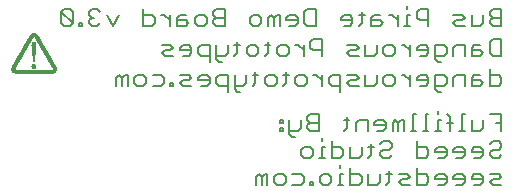
<source format=gbo>
G75*
G70*
%OFA0B0*%
%FSLAX24Y24*%
%IPPOS*%
%LPD*%
%AMOC8*
5,1,8,0,0,1.08239X$1,22.5*
%
%ADD10C,0.0080*%
%ADD11R,0.0006X0.0006*%
%ADD12R,0.0006X0.0006*%
%ADD13R,0.0006X0.0006*%
%ADD14R,0.0006X0.0006*%
D10*
X018935Y003301D02*
X018935Y003591D01*
X019032Y003688D01*
X019129Y003591D01*
X019129Y003301D01*
X019322Y003301D02*
X019322Y003688D01*
X019226Y003688D01*
X019129Y003591D01*
X019543Y003591D02*
X019543Y003398D01*
X019640Y003301D01*
X019833Y003301D01*
X019930Y003398D01*
X019930Y003591D01*
X019833Y003688D01*
X019640Y003688D01*
X019543Y003591D01*
X020151Y003688D02*
X020441Y003688D01*
X020538Y003591D01*
X020538Y003398D01*
X020441Y003301D01*
X020151Y003301D01*
X020745Y003301D02*
X020745Y003398D01*
X020842Y003398D01*
X020842Y003301D01*
X020745Y003301D01*
X021062Y003398D02*
X021062Y003591D01*
X021159Y003688D01*
X021353Y003688D01*
X021449Y003591D01*
X021449Y003398D01*
X021353Y003301D01*
X021159Y003301D01*
X021062Y003398D01*
X021661Y003301D02*
X021854Y003301D01*
X021758Y003301D02*
X021758Y003688D01*
X021854Y003688D01*
X021758Y003882D02*
X021758Y003979D01*
X022075Y003882D02*
X022075Y003301D01*
X022365Y003301D01*
X022462Y003398D01*
X022462Y003591D01*
X022365Y003688D01*
X022075Y003688D01*
X022683Y003688D02*
X022683Y003301D01*
X022973Y003301D01*
X023070Y003398D01*
X023070Y003688D01*
X023281Y003688D02*
X023475Y003688D01*
X023378Y003785D02*
X023378Y003398D01*
X023281Y003301D01*
X023696Y003398D02*
X023792Y003495D01*
X023986Y003495D01*
X024083Y003591D01*
X023986Y003688D01*
X023696Y003688D01*
X023696Y003398D02*
X023792Y003301D01*
X024083Y003301D01*
X024303Y003301D02*
X024594Y003301D01*
X024690Y003398D01*
X024690Y003591D01*
X024594Y003688D01*
X024303Y003688D01*
X024303Y003882D02*
X024303Y003301D01*
X024911Y003495D02*
X025298Y003495D01*
X025298Y003591D02*
X025298Y003398D01*
X025201Y003301D01*
X025008Y003301D01*
X024911Y003495D02*
X024911Y003591D01*
X025008Y003688D01*
X025201Y003688D01*
X025298Y003591D01*
X025519Y003591D02*
X025519Y003495D01*
X025906Y003495D01*
X025906Y003591D02*
X025906Y003398D01*
X025809Y003301D01*
X025616Y003301D01*
X026127Y003495D02*
X026514Y003495D01*
X026514Y003591D02*
X026514Y003398D01*
X026417Y003301D01*
X026223Y003301D01*
X026127Y003495D02*
X026127Y003591D01*
X026223Y003688D01*
X026417Y003688D01*
X026514Y003591D01*
X026734Y003688D02*
X027025Y003688D01*
X027121Y003591D01*
X027025Y003495D01*
X026831Y003495D01*
X026734Y003398D01*
X026831Y003301D01*
X027121Y003301D01*
X025906Y003591D02*
X025809Y003688D01*
X025616Y003688D01*
X025519Y003591D01*
X025616Y004201D02*
X025809Y004201D01*
X025906Y004298D01*
X025906Y004491D01*
X025809Y004588D01*
X025616Y004588D01*
X025519Y004491D01*
X025519Y004395D01*
X025906Y004395D01*
X026127Y004395D02*
X026127Y004491D01*
X026223Y004588D01*
X026417Y004588D01*
X026514Y004491D01*
X026514Y004298D01*
X026417Y004201D01*
X026223Y004201D01*
X026127Y004395D02*
X026514Y004395D01*
X026734Y004395D02*
X026734Y004298D01*
X026831Y004201D01*
X027025Y004201D01*
X027121Y004298D01*
X026831Y004491D02*
X026734Y004395D01*
X026831Y004491D02*
X027025Y004491D01*
X027121Y004588D01*
X027121Y004685D01*
X027025Y004782D01*
X026831Y004782D01*
X026734Y004685D01*
X025298Y004491D02*
X025298Y004298D01*
X025201Y004201D01*
X025008Y004201D01*
X024911Y004395D02*
X025298Y004395D01*
X025298Y004491D02*
X025201Y004588D01*
X025008Y004588D01*
X024911Y004491D01*
X024911Y004395D01*
X024690Y004491D02*
X024690Y004298D01*
X024594Y004201D01*
X024303Y004201D01*
X024303Y004782D01*
X024303Y004588D02*
X024594Y004588D01*
X024690Y004491D01*
X023475Y004588D02*
X023378Y004491D01*
X023185Y004491D01*
X023088Y004395D01*
X023088Y004298D01*
X023185Y004201D01*
X023378Y004201D01*
X023475Y004298D01*
X022771Y004298D02*
X022674Y004201D01*
X022771Y004298D02*
X022771Y004685D01*
X022867Y004588D02*
X022674Y004588D01*
X022462Y004588D02*
X022462Y004298D01*
X022365Y004201D01*
X022075Y004201D01*
X022075Y004588D01*
X021854Y004491D02*
X021758Y004588D01*
X021467Y004588D01*
X021467Y004782D02*
X021467Y004201D01*
X021758Y004201D01*
X021854Y004298D01*
X021854Y004491D01*
X021247Y004588D02*
X021150Y004588D01*
X021150Y004201D01*
X021247Y004201D02*
X021053Y004201D01*
X020842Y004298D02*
X020745Y004201D01*
X020551Y004201D01*
X020455Y004298D01*
X020455Y004491D01*
X020551Y004588D01*
X020745Y004588D01*
X020842Y004491D01*
X020842Y004298D01*
X021150Y004782D02*
X021150Y004879D01*
X021044Y005101D02*
X020754Y005101D01*
X020657Y005198D01*
X020657Y005295D01*
X020754Y005391D01*
X021044Y005391D01*
X020754Y005391D02*
X020657Y005488D01*
X020657Y005585D01*
X020754Y005682D01*
X021044Y005682D01*
X021044Y005101D01*
X020437Y005198D02*
X020340Y005101D01*
X020050Y005101D01*
X020050Y005005D02*
X020146Y004908D01*
X020243Y004908D01*
X020050Y005005D02*
X020050Y005488D01*
X019829Y005488D02*
X019829Y005391D01*
X019732Y005391D01*
X019732Y005488D01*
X019829Y005488D01*
X020437Y005488D02*
X020437Y005198D01*
X019829Y005198D02*
X019829Y005101D01*
X019732Y005101D01*
X019732Y005198D01*
X019829Y005198D01*
X021864Y005101D02*
X021960Y005198D01*
X021960Y005585D01*
X021864Y005488D02*
X022057Y005488D01*
X022278Y005391D02*
X022278Y005101D01*
X022665Y005101D02*
X022665Y005488D01*
X022375Y005488D01*
X022278Y005391D01*
X022886Y005391D02*
X022886Y005295D01*
X023273Y005295D01*
X023273Y005391D02*
X023273Y005198D01*
X023176Y005101D01*
X022982Y005101D01*
X022886Y005391D02*
X022982Y005488D01*
X023176Y005488D01*
X023273Y005391D01*
X023493Y005391D02*
X023590Y005488D01*
X023687Y005391D01*
X023687Y005101D01*
X023880Y005101D02*
X023880Y005488D01*
X023784Y005488D01*
X023687Y005391D01*
X023493Y005391D02*
X023493Y005101D01*
X024092Y005101D02*
X024285Y005101D01*
X024189Y005101D02*
X024189Y005682D01*
X024285Y005682D01*
X024594Y005682D02*
X024594Y005101D01*
X024690Y005101D02*
X024497Y005101D01*
X024902Y005101D02*
X025096Y005101D01*
X024999Y005101D02*
X024999Y005488D01*
X025096Y005488D01*
X024999Y005682D02*
X024999Y005779D01*
X025307Y005682D02*
X025404Y005585D01*
X025404Y005101D01*
X025712Y005101D02*
X025906Y005101D01*
X025809Y005101D02*
X025809Y005682D01*
X025906Y005682D01*
X026127Y005488D02*
X026127Y005101D01*
X026417Y005101D01*
X026514Y005198D01*
X026514Y005488D01*
X026734Y005682D02*
X027121Y005682D01*
X027121Y005101D01*
X027121Y005391D02*
X026928Y005391D01*
X025501Y005391D02*
X025307Y005391D01*
X024690Y005682D02*
X024594Y005682D01*
X025008Y006408D02*
X024911Y006505D01*
X024911Y006988D01*
X025201Y006988D01*
X025298Y006891D01*
X025298Y006698D01*
X025201Y006601D01*
X024911Y006601D01*
X025008Y006408D02*
X025105Y006408D01*
X025519Y006601D02*
X025519Y006891D01*
X025616Y006988D01*
X025906Y006988D01*
X025906Y006601D01*
X026127Y006601D02*
X026417Y006601D01*
X026514Y006698D01*
X026417Y006795D01*
X026127Y006795D01*
X026127Y006891D02*
X026127Y006601D01*
X026734Y006601D02*
X027025Y006601D01*
X027121Y006698D01*
X027121Y006891D01*
X027025Y006988D01*
X026734Y006988D01*
X026417Y006988D02*
X026223Y006988D01*
X026127Y006891D01*
X026734Y006601D02*
X026734Y007182D01*
X026831Y007601D02*
X026734Y007698D01*
X026734Y008085D01*
X026831Y008182D01*
X027121Y008182D01*
X027121Y007601D01*
X026831Y007601D01*
X026514Y007698D02*
X026417Y007795D01*
X026127Y007795D01*
X026127Y007891D02*
X026127Y007601D01*
X026417Y007601D01*
X026514Y007698D01*
X026223Y007988D02*
X026127Y007891D01*
X026223Y007988D02*
X026417Y007988D01*
X025906Y007988D02*
X025616Y007988D01*
X025519Y007891D01*
X025519Y007601D01*
X025298Y007698D02*
X025201Y007601D01*
X024911Y007601D01*
X024911Y007505D02*
X024911Y007988D01*
X025201Y007988D01*
X025298Y007891D01*
X025298Y007698D01*
X024690Y007698D02*
X024690Y007891D01*
X024594Y007988D01*
X024400Y007988D01*
X024303Y007891D01*
X024303Y007795D01*
X024690Y007795D01*
X024690Y007698D02*
X024594Y007601D01*
X024400Y007601D01*
X024083Y007601D02*
X024083Y007988D01*
X024083Y007795D02*
X023889Y007988D01*
X023792Y007988D01*
X023576Y007891D02*
X023480Y007988D01*
X023286Y007988D01*
X023189Y007891D01*
X023189Y007698D01*
X023286Y007601D01*
X023480Y007601D01*
X023576Y007698D01*
X023576Y007891D01*
X022969Y007988D02*
X022969Y007698D01*
X022872Y007601D01*
X022582Y007601D01*
X022582Y007988D01*
X022361Y007891D02*
X022264Y007988D01*
X021974Y007988D01*
X022264Y007795D02*
X022361Y007891D01*
X022264Y007795D02*
X022071Y007795D01*
X021974Y007698D01*
X022071Y007601D01*
X022361Y007601D01*
X021145Y007601D02*
X021145Y008182D01*
X020855Y008182D01*
X020758Y008085D01*
X020758Y007891D01*
X020855Y007795D01*
X021145Y007795D01*
X020538Y007795D02*
X020344Y007988D01*
X020247Y007988D01*
X020031Y007891D02*
X020031Y007698D01*
X019935Y007601D01*
X019741Y007601D01*
X019644Y007698D01*
X019644Y007891D01*
X019741Y007988D01*
X019935Y007988D01*
X020031Y007891D01*
X019424Y007988D02*
X019230Y007988D01*
X019327Y008085D02*
X019327Y007698D01*
X019230Y007601D01*
X019018Y007698D02*
X018922Y007601D01*
X018728Y007601D01*
X018631Y007698D01*
X018631Y007891D01*
X018728Y007988D01*
X018922Y007988D01*
X019018Y007891D01*
X019018Y007698D01*
X018411Y007988D02*
X018217Y007988D01*
X018314Y008085D02*
X018314Y007698D01*
X018217Y007601D01*
X018006Y007698D02*
X017909Y007601D01*
X017619Y007601D01*
X017619Y007505D02*
X017715Y007408D01*
X017812Y007408D01*
X017619Y007505D02*
X017619Y007988D01*
X017398Y007988D02*
X017108Y007988D01*
X017011Y007891D01*
X017011Y007698D01*
X017108Y007601D01*
X017398Y007601D01*
X016790Y007698D02*
X016790Y007891D01*
X016693Y007988D01*
X016500Y007988D01*
X016403Y007891D01*
X016403Y007795D01*
X016790Y007795D01*
X016790Y007698D02*
X016693Y007601D01*
X016500Y007601D01*
X016182Y007601D02*
X015892Y007601D01*
X015795Y007698D01*
X015892Y007795D01*
X016086Y007795D01*
X016182Y007891D01*
X016086Y007988D01*
X015795Y007988D01*
X017398Y007988D02*
X017398Y007408D01*
X017301Y006988D02*
X017108Y006988D01*
X017011Y006891D01*
X017011Y006795D01*
X017398Y006795D01*
X017398Y006891D02*
X017301Y006988D01*
X017398Y006891D02*
X017398Y006698D01*
X017301Y006601D01*
X017108Y006601D01*
X016790Y006601D02*
X016500Y006601D01*
X016403Y006698D01*
X016500Y006795D01*
X016693Y006795D01*
X016790Y006891D01*
X016693Y006988D01*
X016403Y006988D01*
X016182Y006698D02*
X016086Y006698D01*
X016086Y006601D01*
X016182Y006601D01*
X016182Y006698D01*
X015879Y006698D02*
X015782Y006601D01*
X015492Y006601D01*
X015271Y006698D02*
X015174Y006601D01*
X014981Y006601D01*
X014884Y006698D01*
X014884Y006891D01*
X014981Y006988D01*
X015174Y006988D01*
X015271Y006891D01*
X015271Y006698D01*
X015782Y006988D02*
X015879Y006891D01*
X015879Y006698D01*
X015782Y006988D02*
X015492Y006988D01*
X014663Y006988D02*
X014566Y006988D01*
X014470Y006891D01*
X014373Y006988D01*
X014276Y006891D01*
X014276Y006601D01*
X014470Y006601D02*
X014470Y006891D01*
X014663Y006988D02*
X014663Y006601D01*
X017619Y006698D02*
X017715Y006601D01*
X018006Y006601D01*
X018006Y006408D02*
X018006Y006988D01*
X017715Y006988D01*
X017619Y006891D01*
X017619Y006698D01*
X018226Y006601D02*
X018517Y006601D01*
X018613Y006698D01*
X018613Y006988D01*
X018825Y006988D02*
X019018Y006988D01*
X018922Y007085D02*
X018922Y006698D01*
X018825Y006601D01*
X019239Y006698D02*
X019239Y006891D01*
X019336Y006988D01*
X019529Y006988D01*
X019626Y006891D01*
X019626Y006698D01*
X019529Y006601D01*
X019336Y006601D01*
X019239Y006698D01*
X019838Y006601D02*
X019935Y006698D01*
X019935Y007085D01*
X020031Y006988D02*
X019838Y006988D01*
X020252Y006891D02*
X020349Y006988D01*
X020542Y006988D01*
X020639Y006891D01*
X020639Y006698D01*
X020542Y006601D01*
X020349Y006601D01*
X020252Y006698D01*
X020252Y006891D01*
X020855Y006988D02*
X020952Y006988D01*
X021145Y006795D01*
X021145Y006988D02*
X021145Y006601D01*
X021366Y006698D02*
X021463Y006601D01*
X021753Y006601D01*
X021753Y006408D02*
X021753Y006988D01*
X021463Y006988D01*
X021366Y006891D01*
X021366Y006698D01*
X021974Y006698D02*
X022071Y006601D01*
X022361Y006601D01*
X022582Y006601D02*
X022582Y006988D01*
X022361Y006891D02*
X022264Y006988D01*
X021974Y006988D01*
X022071Y006795D02*
X022264Y006795D01*
X022361Y006891D01*
X022071Y006795D02*
X021974Y006698D01*
X022582Y006601D02*
X022872Y006601D01*
X022969Y006698D01*
X022969Y006988D01*
X023189Y006891D02*
X023286Y006988D01*
X023480Y006988D01*
X023576Y006891D01*
X023576Y006698D01*
X023480Y006601D01*
X023286Y006601D01*
X023189Y006698D01*
X023189Y006891D01*
X023792Y006988D02*
X023889Y006988D01*
X024083Y006795D01*
X024083Y006988D02*
X024083Y006601D01*
X024400Y006601D02*
X024594Y006601D01*
X024690Y006698D01*
X024690Y006891D01*
X024594Y006988D01*
X024400Y006988D01*
X024303Y006891D01*
X024303Y006795D01*
X024690Y006795D01*
X025008Y007408D02*
X024911Y007505D01*
X025008Y007408D02*
X025105Y007408D01*
X025906Y007601D02*
X025906Y007988D01*
X025906Y008601D02*
X025616Y008601D01*
X025519Y008698D01*
X025616Y008795D01*
X025809Y008795D01*
X025906Y008891D01*
X025809Y008988D01*
X025519Y008988D01*
X026127Y008988D02*
X026127Y008601D01*
X026417Y008601D01*
X026514Y008698D01*
X026514Y008988D01*
X026734Y008988D02*
X026831Y008891D01*
X027121Y008891D01*
X026831Y008891D02*
X026734Y008795D01*
X026734Y008698D01*
X026831Y008601D01*
X027121Y008601D01*
X027121Y009182D01*
X026831Y009182D01*
X026734Y009085D01*
X026734Y008988D01*
X024690Y008795D02*
X024400Y008795D01*
X024303Y008891D01*
X024303Y009085D01*
X024400Y009182D01*
X024690Y009182D01*
X024690Y008601D01*
X024083Y008601D02*
X023889Y008601D01*
X023986Y008601D02*
X023986Y008988D01*
X024083Y008988D01*
X023678Y008988D02*
X023678Y008601D01*
X023678Y008795D02*
X023484Y008988D01*
X023387Y008988D01*
X023074Y008988D02*
X022881Y008988D01*
X022784Y008891D01*
X022784Y008601D01*
X023074Y008601D01*
X023171Y008698D01*
X023074Y008795D01*
X022784Y008795D01*
X022563Y008988D02*
X022370Y008988D01*
X022467Y009085D02*
X022467Y008698D01*
X022370Y008601D01*
X022158Y008698D02*
X022158Y008891D01*
X022062Y008988D01*
X021868Y008988D01*
X021771Y008891D01*
X021771Y008795D01*
X022158Y008795D01*
X022158Y008698D02*
X022062Y008601D01*
X021868Y008601D01*
X020943Y008601D02*
X020653Y008601D01*
X020556Y008698D01*
X020556Y009085D01*
X020653Y009182D01*
X020943Y009182D01*
X020943Y008601D01*
X020335Y008698D02*
X020335Y008891D01*
X020238Y008988D01*
X020045Y008988D01*
X019948Y008891D01*
X019948Y008795D01*
X020335Y008795D01*
X020335Y008698D02*
X020238Y008601D01*
X020045Y008601D01*
X019727Y008601D02*
X019727Y008988D01*
X019631Y008988D01*
X019534Y008891D01*
X019437Y008988D01*
X019340Y008891D01*
X019340Y008601D01*
X019534Y008601D02*
X019534Y008891D01*
X019120Y008891D02*
X019120Y008698D01*
X019023Y008601D01*
X018829Y008601D01*
X018733Y008698D01*
X018733Y008891D01*
X018829Y008988D01*
X019023Y008988D01*
X019120Y008891D01*
X017904Y008891D02*
X017614Y008891D01*
X017517Y008795D01*
X017517Y008698D01*
X017614Y008601D01*
X017904Y008601D01*
X017904Y009182D01*
X017614Y009182D01*
X017517Y009085D01*
X017517Y008988D01*
X017614Y008891D01*
X017297Y008891D02*
X017297Y008698D01*
X017200Y008601D01*
X017006Y008601D01*
X016910Y008698D01*
X016910Y008891D01*
X017006Y008988D01*
X017200Y008988D01*
X017297Y008891D01*
X016689Y008698D02*
X016592Y008795D01*
X016302Y008795D01*
X016302Y008891D02*
X016302Y008601D01*
X016592Y008601D01*
X016689Y008698D01*
X016081Y008795D02*
X015888Y008988D01*
X015791Y008988D01*
X015575Y008891D02*
X015478Y008988D01*
X015188Y008988D01*
X015575Y008891D02*
X015575Y008698D01*
X015478Y008601D01*
X015188Y008601D01*
X015188Y009182D01*
X014359Y008988D02*
X014166Y008601D01*
X013972Y008988D01*
X013752Y009085D02*
X013655Y009182D01*
X013461Y009182D01*
X013365Y009085D01*
X013365Y008988D01*
X013461Y008891D01*
X013365Y008795D01*
X013365Y008698D01*
X013461Y008601D01*
X013655Y008601D01*
X013752Y008698D01*
X013144Y008698D02*
X013047Y008698D01*
X013047Y008601D01*
X013144Y008601D01*
X013144Y008698D01*
X012840Y008698D02*
X012453Y009085D01*
X012453Y008698D01*
X012550Y008601D01*
X012743Y008601D01*
X012840Y008698D01*
X012840Y009085D01*
X012743Y009182D01*
X012550Y009182D01*
X012453Y009085D01*
X013461Y008891D02*
X013558Y008891D01*
X016081Y008988D02*
X016081Y008601D01*
X016302Y008891D02*
X016399Y008988D01*
X016592Y008988D01*
X018006Y007988D02*
X018006Y007698D01*
X018226Y006988D02*
X018226Y006505D01*
X018323Y006408D01*
X018420Y006408D01*
X020538Y007601D02*
X020538Y007988D01*
X023986Y009182D02*
X023986Y009279D01*
X023378Y004782D02*
X023475Y004685D01*
X023475Y004588D01*
X023378Y004782D02*
X023185Y004782D01*
X023088Y004685D01*
D11*
X012302Y007128D03*
X012302Y007134D03*
X012290Y007134D03*
X012290Y007128D03*
X012290Y007116D03*
X012290Y007104D03*
X012290Y007098D03*
X012272Y007098D03*
X012272Y007104D03*
X012260Y007104D03*
X012260Y007098D03*
X012260Y007086D03*
X012260Y007074D03*
X012260Y007068D03*
X012260Y007056D03*
X012272Y007068D03*
X012272Y007074D03*
X012272Y007086D03*
X012242Y007086D03*
X012242Y007074D03*
X012242Y007068D03*
X012242Y007056D03*
X012242Y007044D03*
X012242Y007038D03*
X012230Y007038D03*
X012230Y007044D03*
X012230Y007056D03*
X012230Y007068D03*
X012230Y007074D03*
X012230Y007086D03*
X012230Y007098D03*
X012230Y007104D03*
X012242Y007104D03*
X012242Y007098D03*
X012242Y007116D03*
X012230Y007116D03*
X012230Y007128D03*
X012230Y007134D03*
X012242Y007134D03*
X012242Y007128D03*
X012260Y007128D03*
X012260Y007134D03*
X012272Y007134D03*
X012272Y007128D03*
X012272Y007116D03*
X012260Y007116D03*
X012260Y007146D03*
X012272Y007146D03*
X012272Y007158D03*
X012272Y007164D03*
X012260Y007164D03*
X012260Y007158D03*
X012242Y007158D03*
X012242Y007164D03*
X012230Y007164D03*
X012230Y007158D03*
X012230Y007146D03*
X012242Y007146D03*
X012212Y007146D03*
X012212Y007134D03*
X012212Y007128D03*
X012212Y007116D03*
X012212Y007104D03*
X012212Y007098D03*
X012212Y007086D03*
X012212Y007074D03*
X012212Y007068D03*
X012212Y007056D03*
X012212Y007044D03*
X012212Y007038D03*
X012212Y007026D03*
X012200Y007026D03*
X012200Y007038D03*
X012200Y007044D03*
X012200Y007056D03*
X012200Y007068D03*
X012200Y007074D03*
X012200Y007086D03*
X012200Y007098D03*
X012200Y007104D03*
X012200Y007116D03*
X012200Y007128D03*
X012200Y007134D03*
X012200Y007158D03*
X012200Y007164D03*
X012212Y007164D03*
X012212Y007158D03*
X012212Y007176D03*
X012200Y007176D03*
X012200Y007188D03*
X012200Y007194D03*
X012212Y007194D03*
X012212Y007188D03*
X012230Y007188D03*
X012230Y007194D03*
X012242Y007194D03*
X012242Y007188D03*
X012242Y007176D03*
X012230Y007176D03*
X012260Y007176D03*
X012272Y007176D03*
X012272Y007188D03*
X012272Y007194D03*
X012260Y007194D03*
X012260Y007188D03*
X012260Y007206D03*
X012272Y007206D03*
X012272Y007218D03*
X012272Y007224D03*
X012260Y007224D03*
X012260Y007218D03*
X012242Y007218D03*
X012242Y007224D03*
X012230Y007224D03*
X012230Y007218D03*
X012230Y007206D03*
X012242Y007206D03*
X012212Y007206D03*
X012200Y007206D03*
X012200Y007218D03*
X012200Y007224D03*
X012212Y007224D03*
X012212Y007218D03*
X012212Y007236D03*
X012200Y007236D03*
X012200Y007248D03*
X012200Y007254D03*
X012212Y007254D03*
X012212Y007248D03*
X012230Y007248D03*
X012230Y007254D03*
X012242Y007254D03*
X012242Y007248D03*
X012242Y007236D03*
X012230Y007236D03*
X012260Y007236D03*
X012272Y007236D03*
X012272Y007248D03*
X012260Y007248D03*
X012260Y007254D03*
X012260Y007266D03*
X012242Y007266D03*
X012230Y007266D03*
X012230Y007278D03*
X012230Y007284D03*
X012242Y007284D03*
X012242Y007278D03*
X012242Y007296D03*
X012230Y007296D03*
X012230Y007308D03*
X012230Y007314D03*
X012212Y007314D03*
X012212Y007308D03*
X012212Y007296D03*
X012212Y007284D03*
X012212Y007278D03*
X012212Y007266D03*
X012200Y007266D03*
X012200Y007278D03*
X012200Y007284D03*
X012200Y007296D03*
X012200Y007308D03*
X012200Y007314D03*
X012200Y007326D03*
X012212Y007326D03*
X012212Y007338D03*
X012212Y007344D03*
X012200Y007344D03*
X012200Y007338D03*
X012182Y007338D03*
X012182Y007344D03*
X012170Y007344D03*
X012170Y007338D03*
X012170Y007326D03*
X012170Y007314D03*
X012170Y007308D03*
X012170Y007296D03*
X012170Y007284D03*
X012170Y007278D03*
X012170Y007266D03*
X012170Y007254D03*
X012170Y007248D03*
X012170Y007236D03*
X012170Y007224D03*
X012182Y007224D03*
X012182Y007218D03*
X012182Y007206D03*
X012182Y007236D03*
X012182Y007248D03*
X012182Y007254D03*
X012182Y007266D03*
X012182Y007278D03*
X012182Y007284D03*
X012182Y007296D03*
X012182Y007308D03*
X012182Y007314D03*
X012182Y007326D03*
X012152Y007326D03*
X012152Y007314D03*
X012152Y007308D03*
X012152Y007296D03*
X012152Y007284D03*
X012152Y007278D03*
X012152Y007266D03*
X012152Y007254D03*
X012140Y007278D03*
X012140Y007284D03*
X012140Y007296D03*
X012140Y007308D03*
X012140Y007314D03*
X012140Y007326D03*
X012140Y007338D03*
X012140Y007344D03*
X012152Y007344D03*
X012152Y007338D03*
X012152Y007356D03*
X012140Y007356D03*
X012140Y007368D03*
X012140Y007374D03*
X012152Y007374D03*
X012152Y007368D03*
X012170Y007368D03*
X012170Y007374D03*
X012182Y007374D03*
X012182Y007368D03*
X012182Y007356D03*
X012170Y007356D03*
X012200Y007356D03*
X012212Y007356D03*
X012200Y007368D03*
X012200Y007374D03*
X012182Y007386D03*
X012170Y007386D03*
X012170Y007398D03*
X012170Y007404D03*
X012182Y007404D03*
X012182Y007398D03*
X012170Y007416D03*
X012170Y007428D03*
X012152Y007428D03*
X012152Y007434D03*
X012140Y007434D03*
X012140Y007428D03*
X012140Y007416D03*
X012140Y007404D03*
X012140Y007398D03*
X012140Y007386D03*
X012152Y007386D03*
X012152Y007398D03*
X012152Y007404D03*
X012152Y007416D03*
X012122Y007416D03*
X012122Y007404D03*
X012122Y007398D03*
X012122Y007386D03*
X012122Y007374D03*
X012122Y007368D03*
X012122Y007356D03*
X012122Y007344D03*
X012122Y007338D03*
X012122Y007326D03*
X012122Y007314D03*
X012122Y007308D03*
X012110Y007326D03*
X012110Y007338D03*
X012110Y007344D03*
X012110Y007356D03*
X012110Y007368D03*
X012110Y007374D03*
X012110Y007386D03*
X012110Y007398D03*
X012110Y007404D03*
X012110Y007416D03*
X012110Y007428D03*
X012110Y007434D03*
X012122Y007434D03*
X012122Y007428D03*
X012122Y007446D03*
X012110Y007446D03*
X012110Y007458D03*
X012110Y007464D03*
X012122Y007464D03*
X012122Y007458D03*
X012140Y007458D03*
X012140Y007464D03*
X012140Y007476D03*
X012122Y007476D03*
X012110Y007476D03*
X012110Y007488D03*
X012110Y007494D03*
X012122Y007494D03*
X012122Y007488D03*
X012122Y007506D03*
X012110Y007506D03*
X012110Y007518D03*
X012110Y007524D03*
X012110Y007536D03*
X012092Y007536D03*
X012092Y007524D03*
X012092Y007518D03*
X012092Y007506D03*
X012092Y007494D03*
X012092Y007488D03*
X012092Y007476D03*
X012092Y007464D03*
X012092Y007458D03*
X012092Y007446D03*
X012092Y007434D03*
X012092Y007428D03*
X012092Y007416D03*
X012092Y007404D03*
X012092Y007398D03*
X012092Y007386D03*
X012092Y007374D03*
X012092Y007368D03*
X012080Y007386D03*
X012080Y007398D03*
X012080Y007404D03*
X012080Y007416D03*
X012080Y007428D03*
X012080Y007434D03*
X012080Y007446D03*
X012080Y007458D03*
X012080Y007464D03*
X012080Y007476D03*
X012080Y007488D03*
X012080Y007494D03*
X012080Y007506D03*
X012080Y007518D03*
X012080Y007524D03*
X012080Y007536D03*
X012080Y007548D03*
X012080Y007554D03*
X012092Y007554D03*
X012092Y007548D03*
X012092Y007566D03*
X012080Y007566D03*
X012080Y007578D03*
X012080Y007584D03*
X012062Y007584D03*
X012062Y007578D03*
X012062Y007566D03*
X012062Y007554D03*
X012062Y007548D03*
X012062Y007536D03*
X012062Y007524D03*
X012062Y007518D03*
X012062Y007506D03*
X012062Y007494D03*
X012062Y007488D03*
X012062Y007476D03*
X012062Y007464D03*
X012062Y007458D03*
X012062Y007446D03*
X012062Y007434D03*
X012062Y007428D03*
X012062Y007416D03*
X012050Y007434D03*
X012050Y007446D03*
X012050Y007458D03*
X012050Y007464D03*
X012050Y007476D03*
X012050Y007488D03*
X012050Y007494D03*
X012050Y007506D03*
X012050Y007518D03*
X012050Y007524D03*
X012050Y007536D03*
X012050Y007548D03*
X012050Y007554D03*
X012050Y007566D03*
X012050Y007578D03*
X012050Y007584D03*
X012050Y007596D03*
X012062Y007596D03*
X012062Y007608D03*
X012062Y007614D03*
X012050Y007614D03*
X012050Y007608D03*
X012032Y007608D03*
X012032Y007614D03*
X012020Y007614D03*
X012020Y007608D03*
X012020Y007596D03*
X012020Y007584D03*
X012020Y007578D03*
X012020Y007566D03*
X012020Y007554D03*
X012020Y007548D03*
X012020Y007536D03*
X012020Y007524D03*
X012020Y007518D03*
X012020Y007506D03*
X012020Y007494D03*
X012020Y007488D03*
X012032Y007488D03*
X012032Y007494D03*
X012032Y007506D03*
X012032Y007518D03*
X012032Y007524D03*
X012032Y007536D03*
X012032Y007548D03*
X012032Y007554D03*
X012032Y007566D03*
X012032Y007578D03*
X012032Y007584D03*
X012032Y007596D03*
X012002Y007596D03*
X012002Y007584D03*
X012002Y007578D03*
X012002Y007566D03*
X012002Y007554D03*
X012002Y007548D03*
X012002Y007536D03*
X012002Y007524D03*
X012002Y007518D03*
X011990Y007536D03*
X011990Y007548D03*
X011990Y007554D03*
X011990Y007566D03*
X011990Y007578D03*
X011990Y007584D03*
X011990Y007596D03*
X011990Y007608D03*
X011990Y007614D03*
X012002Y007614D03*
X012002Y007608D03*
X012002Y007626D03*
X011990Y007626D03*
X011990Y007638D03*
X011990Y007644D03*
X012002Y007644D03*
X012002Y007638D03*
X012020Y007638D03*
X012020Y007644D03*
X012032Y007644D03*
X012032Y007638D03*
X012032Y007626D03*
X012020Y007626D03*
X012050Y007626D03*
X012050Y007638D03*
X012032Y007656D03*
X012020Y007656D03*
X012020Y007668D03*
X012020Y007674D03*
X012020Y007686D03*
X012002Y007686D03*
X012002Y007674D03*
X012002Y007668D03*
X012002Y007656D03*
X011990Y007656D03*
X011990Y007668D03*
X011990Y007674D03*
X011990Y007686D03*
X011990Y007698D03*
X011990Y007704D03*
X012002Y007704D03*
X012002Y007698D03*
X012002Y007716D03*
X011990Y007716D03*
X011990Y007728D03*
X011990Y007734D03*
X011972Y007734D03*
X011972Y007728D03*
X011972Y007716D03*
X011972Y007704D03*
X011972Y007698D03*
X011972Y007686D03*
X011972Y007674D03*
X011972Y007668D03*
X011972Y007656D03*
X011972Y007644D03*
X011972Y007638D03*
X011972Y007626D03*
X011972Y007614D03*
X011972Y007608D03*
X011972Y007596D03*
X011972Y007584D03*
X011972Y007578D03*
X011972Y007566D03*
X011960Y007584D03*
X011960Y007596D03*
X011960Y007608D03*
X011960Y007614D03*
X011960Y007626D03*
X011960Y007638D03*
X011960Y007644D03*
X011960Y007656D03*
X011960Y007668D03*
X011960Y007674D03*
X011960Y007686D03*
X011960Y007698D03*
X011960Y007704D03*
X011960Y007716D03*
X011960Y007728D03*
X011960Y007734D03*
X011960Y007746D03*
X011972Y007746D03*
X011972Y007758D03*
X011972Y007764D03*
X011960Y007764D03*
X011960Y007758D03*
X011942Y007758D03*
X011942Y007764D03*
X011930Y007764D03*
X011930Y007758D03*
X011930Y007746D03*
X011930Y007734D03*
X011930Y007728D03*
X011930Y007716D03*
X011930Y007704D03*
X011930Y007698D03*
X011930Y007686D03*
X011930Y007674D03*
X011930Y007668D03*
X011930Y007656D03*
X011930Y007644D03*
X011930Y007638D03*
X011942Y007638D03*
X011942Y007644D03*
X011942Y007656D03*
X011942Y007668D03*
X011942Y007674D03*
X011942Y007686D03*
X011942Y007698D03*
X011942Y007704D03*
X011942Y007716D03*
X011942Y007728D03*
X011942Y007734D03*
X011942Y007746D03*
X011912Y007746D03*
X011912Y007734D03*
X011912Y007728D03*
X011912Y007716D03*
X011912Y007704D03*
X011912Y007698D03*
X011912Y007686D03*
X011912Y007674D03*
X011912Y007668D03*
X011900Y007698D03*
X011900Y007704D03*
X011900Y007716D03*
X011900Y007728D03*
X011900Y007734D03*
X011900Y007746D03*
X011900Y007758D03*
X011900Y007764D03*
X011912Y007764D03*
X011912Y007758D03*
X011912Y007776D03*
X011900Y007776D03*
X011900Y007788D03*
X011900Y007794D03*
X011912Y007794D03*
X011912Y007788D03*
X011930Y007788D03*
X011930Y007794D03*
X011942Y007794D03*
X011942Y007788D03*
X011942Y007776D03*
X011930Y007776D03*
X011960Y007776D03*
X011960Y007788D03*
X011942Y007806D03*
X011930Y007806D03*
X011930Y007818D03*
X011930Y007824D03*
X011942Y007824D03*
X011942Y007818D03*
X011930Y007836D03*
X011912Y007836D03*
X011912Y007824D03*
X011912Y007818D03*
X011912Y007806D03*
X011900Y007806D03*
X011900Y007818D03*
X011900Y007824D03*
X011900Y007836D03*
X011900Y007848D03*
X011900Y007854D03*
X011912Y007854D03*
X011912Y007848D03*
X011912Y007866D03*
X011900Y007866D03*
X011900Y007878D03*
X011900Y007884D03*
X011900Y007896D03*
X011882Y007896D03*
X011882Y007884D03*
X011882Y007878D03*
X011882Y007866D03*
X011882Y007854D03*
X011882Y007848D03*
X011882Y007836D03*
X011882Y007824D03*
X011882Y007818D03*
X011882Y007806D03*
X011882Y007794D03*
X011882Y007788D03*
X011882Y007776D03*
X011882Y007764D03*
X011882Y007758D03*
X011882Y007746D03*
X011882Y007734D03*
X011882Y007728D03*
X011870Y007746D03*
X011870Y007758D03*
X011870Y007764D03*
X011870Y007776D03*
X011870Y007788D03*
X011870Y007794D03*
X011870Y007806D03*
X011870Y007818D03*
X011870Y007824D03*
X011870Y007836D03*
X011870Y007848D03*
X011870Y007854D03*
X011870Y007866D03*
X011870Y007878D03*
X011870Y007884D03*
X011870Y007896D03*
X011870Y007908D03*
X011870Y007914D03*
X011882Y007914D03*
X011882Y007908D03*
X011882Y007926D03*
X011870Y007926D03*
X011870Y007938D03*
X011870Y007944D03*
X011852Y007944D03*
X011852Y007938D03*
X011852Y007926D03*
X011852Y007914D03*
X011852Y007908D03*
X011852Y007896D03*
X011852Y007884D03*
X011852Y007878D03*
X011852Y007866D03*
X011852Y007854D03*
X011852Y007848D03*
X011852Y007836D03*
X011852Y007824D03*
X011852Y007818D03*
X011852Y007806D03*
X011852Y007794D03*
X011852Y007788D03*
X011852Y007776D03*
X011840Y007794D03*
X011840Y007806D03*
X011840Y007818D03*
X011840Y007824D03*
X011840Y007836D03*
X011840Y007848D03*
X011840Y007854D03*
X011840Y007866D03*
X011840Y007878D03*
X011840Y007884D03*
X011840Y007896D03*
X011840Y007908D03*
X011840Y007914D03*
X011840Y007926D03*
X011840Y007938D03*
X011840Y007944D03*
X011840Y007956D03*
X011852Y007956D03*
X011852Y007968D03*
X011852Y007974D03*
X011840Y007974D03*
X011840Y007968D03*
X011822Y007968D03*
X011822Y007974D03*
X011810Y007974D03*
X011810Y007968D03*
X011810Y007956D03*
X011810Y007944D03*
X011810Y007938D03*
X011810Y007926D03*
X011810Y007914D03*
X011810Y007908D03*
X011810Y007896D03*
X011810Y007884D03*
X011810Y007878D03*
X011810Y007866D03*
X011810Y007854D03*
X011810Y007848D03*
X011822Y007848D03*
X011822Y007854D03*
X011822Y007866D03*
X011822Y007878D03*
X011822Y007884D03*
X011822Y007896D03*
X011822Y007908D03*
X011822Y007914D03*
X011822Y007926D03*
X011822Y007938D03*
X011822Y007944D03*
X011822Y007956D03*
X011792Y007956D03*
X011792Y007944D03*
X011792Y007938D03*
X011792Y007926D03*
X011792Y007914D03*
X011792Y007908D03*
X011792Y007896D03*
X011792Y007884D03*
X011792Y007878D03*
X011780Y007908D03*
X011780Y007914D03*
X011780Y007926D03*
X011780Y007938D03*
X011780Y007944D03*
X011780Y007956D03*
X011780Y007968D03*
X011780Y007974D03*
X011792Y007974D03*
X011792Y007968D03*
X011792Y007986D03*
X011780Y007986D03*
X011780Y007998D03*
X011780Y008004D03*
X011792Y008004D03*
X011792Y007998D03*
X011810Y007998D03*
X011810Y008004D03*
X011822Y008004D03*
X011822Y007998D03*
X011822Y007986D03*
X011810Y007986D03*
X011840Y007986D03*
X011840Y007998D03*
X011822Y008016D03*
X011810Y008016D03*
X011810Y008028D03*
X011810Y008034D03*
X011822Y008034D03*
X011822Y008028D03*
X011810Y008046D03*
X011792Y008046D03*
X011792Y008034D03*
X011792Y008028D03*
X011792Y008016D03*
X011780Y008016D03*
X011780Y008028D03*
X011780Y008034D03*
X011780Y008046D03*
X011780Y008058D03*
X011780Y008064D03*
X011792Y008064D03*
X011792Y008058D03*
X011792Y008076D03*
X011780Y008076D03*
X011780Y008088D03*
X011780Y008094D03*
X011780Y008106D03*
X011762Y008106D03*
X011762Y008094D03*
X011762Y008088D03*
X011762Y008076D03*
X011762Y008064D03*
X011762Y008058D03*
X011762Y008046D03*
X011762Y008034D03*
X011762Y008028D03*
X011762Y008016D03*
X011762Y008004D03*
X011762Y007998D03*
X011762Y007986D03*
X011762Y007974D03*
X011762Y007968D03*
X011762Y007956D03*
X011762Y007944D03*
X011762Y007938D03*
X011750Y007956D03*
X011750Y007968D03*
X011750Y007974D03*
X011750Y007986D03*
X011750Y007998D03*
X011750Y008004D03*
X011750Y008016D03*
X011750Y008028D03*
X011750Y008034D03*
X011750Y008046D03*
X011750Y008058D03*
X011750Y008064D03*
X011750Y008076D03*
X011750Y008088D03*
X011750Y008094D03*
X011750Y008106D03*
X011750Y008118D03*
X011750Y008124D03*
X011762Y008124D03*
X011762Y008118D03*
X011762Y008136D03*
X011750Y008136D03*
X011750Y008148D03*
X011750Y008154D03*
X011732Y008154D03*
X011732Y008148D03*
X011732Y008136D03*
X011732Y008124D03*
X011732Y008118D03*
X011732Y008106D03*
X011732Y008094D03*
X011732Y008088D03*
X011732Y008076D03*
X011732Y008064D03*
X011732Y008058D03*
X011732Y008046D03*
X011732Y008034D03*
X011732Y008028D03*
X011732Y008016D03*
X011732Y008004D03*
X011732Y007998D03*
X011732Y007986D03*
X011720Y008004D03*
X011720Y008016D03*
X011720Y008028D03*
X011720Y008034D03*
X011720Y008046D03*
X011720Y008058D03*
X011720Y008064D03*
X011720Y008076D03*
X011720Y008088D03*
X011720Y008094D03*
X011720Y008106D03*
X011720Y008118D03*
X011720Y008124D03*
X011720Y008136D03*
X011720Y008148D03*
X011720Y008154D03*
X011720Y008166D03*
X011732Y008166D03*
X011732Y008178D03*
X011732Y008184D03*
X011720Y008184D03*
X011720Y008178D03*
X011702Y008178D03*
X011702Y008184D03*
X011690Y008184D03*
X011690Y008178D03*
X011690Y008166D03*
X011690Y008154D03*
X011690Y008148D03*
X011690Y008136D03*
X011690Y008124D03*
X011690Y008118D03*
X011690Y008106D03*
X011690Y008094D03*
X011690Y008088D03*
X011690Y008076D03*
X011690Y008064D03*
X011690Y008058D03*
X011702Y008058D03*
X011702Y008064D03*
X011702Y008076D03*
X011702Y008088D03*
X011702Y008094D03*
X011702Y008106D03*
X011702Y008118D03*
X011702Y008124D03*
X011702Y008136D03*
X011702Y008148D03*
X011702Y008154D03*
X011702Y008166D03*
X011672Y008166D03*
X011672Y008154D03*
X011672Y008148D03*
X011672Y008136D03*
X011672Y008124D03*
X011672Y008118D03*
X011672Y008106D03*
X011672Y008094D03*
X011672Y008088D03*
X011660Y008106D03*
X011660Y008118D03*
X011660Y008124D03*
X011660Y008136D03*
X011660Y008148D03*
X011660Y008154D03*
X011660Y008166D03*
X011660Y008178D03*
X011660Y008184D03*
X011672Y008184D03*
X011672Y008178D03*
X011672Y008196D03*
X011660Y008196D03*
X011660Y008208D03*
X011660Y008214D03*
X011672Y008214D03*
X011672Y008208D03*
X011690Y008208D03*
X011690Y008214D03*
X011702Y008214D03*
X011702Y008208D03*
X011702Y008196D03*
X011690Y008196D03*
X011720Y008196D03*
X011720Y008208D03*
X011702Y008226D03*
X011690Y008226D03*
X011690Y008238D03*
X011690Y008244D03*
X011690Y008256D03*
X011672Y008256D03*
X011672Y008244D03*
X011672Y008238D03*
X011672Y008226D03*
X011660Y008226D03*
X011660Y008238D03*
X011660Y008244D03*
X011660Y008256D03*
X011660Y008268D03*
X011660Y008274D03*
X011672Y008274D03*
X011672Y008268D03*
X011660Y008286D03*
X011642Y008286D03*
X011642Y008274D03*
X011642Y008268D03*
X011642Y008256D03*
X011642Y008244D03*
X011642Y008238D03*
X011642Y008226D03*
X011642Y008214D03*
X011642Y008208D03*
X011642Y008196D03*
X011642Y008184D03*
X011642Y008178D03*
X011642Y008166D03*
X011642Y008154D03*
X011642Y008148D03*
X011642Y008136D03*
X011630Y008166D03*
X011630Y008178D03*
X011630Y008184D03*
X011630Y008196D03*
X011630Y008208D03*
X011630Y008214D03*
X011630Y008226D03*
X011630Y008238D03*
X011630Y008244D03*
X011630Y008256D03*
X011630Y008268D03*
X011630Y008274D03*
X011630Y008286D03*
X011630Y008298D03*
X011630Y008304D03*
X011642Y008304D03*
X011642Y008298D03*
X011630Y008316D03*
X011612Y008316D03*
X011612Y008304D03*
X011612Y008298D03*
X011612Y008286D03*
X011612Y008274D03*
X011612Y008268D03*
X011612Y008256D03*
X011612Y008244D03*
X011612Y008238D03*
X011612Y008226D03*
X011612Y008214D03*
X011612Y008208D03*
X011612Y008196D03*
X011600Y008208D03*
X011600Y008214D03*
X011600Y008226D03*
X011600Y008238D03*
X011600Y008244D03*
X011600Y008256D03*
X011600Y008268D03*
X011600Y008274D03*
X011600Y008286D03*
X011600Y008298D03*
X011600Y008304D03*
X011600Y008316D03*
X011600Y008328D03*
X011600Y008334D03*
X011612Y008328D03*
X011582Y008328D03*
X011582Y008334D03*
X011570Y008334D03*
X011570Y008328D03*
X011570Y008316D03*
X011570Y008304D03*
X011570Y008298D03*
X011570Y008286D03*
X011570Y008274D03*
X011570Y008268D03*
X011570Y008256D03*
X011570Y008244D03*
X011570Y008238D03*
X011582Y008238D03*
X011582Y008244D03*
X011582Y008256D03*
X011582Y008268D03*
X011582Y008274D03*
X011582Y008286D03*
X011582Y008298D03*
X011582Y008304D03*
X011582Y008316D03*
X011552Y008316D03*
X011540Y008316D03*
X011540Y008304D03*
X011540Y008298D03*
X011540Y008286D03*
X011540Y008274D03*
X011540Y008268D03*
X011540Y008256D03*
X011540Y008244D03*
X011540Y008238D03*
X011552Y008238D03*
X011552Y008244D03*
X011552Y008256D03*
X011552Y008268D03*
X011552Y008274D03*
X011552Y008286D03*
X011552Y008298D03*
X011552Y008304D03*
X011552Y008328D03*
X011552Y008334D03*
X011540Y008334D03*
X011540Y008328D03*
X011522Y008328D03*
X011522Y008334D03*
X011510Y008328D03*
X011510Y008316D03*
X011510Y008304D03*
X011510Y008298D03*
X011510Y008286D03*
X011510Y008274D03*
X011510Y008268D03*
X011510Y008256D03*
X011510Y008244D03*
X011510Y008238D03*
X011510Y008226D03*
X011510Y008214D03*
X011510Y008208D03*
X011510Y008196D03*
X011492Y008196D03*
X011480Y008196D03*
X011480Y008184D03*
X011480Y008178D03*
X011480Y008166D03*
X011480Y008154D03*
X011480Y008148D03*
X011462Y008148D03*
X011462Y008154D03*
X011450Y008154D03*
X011450Y008148D03*
X011450Y008136D03*
X011450Y008124D03*
X011450Y008118D03*
X011450Y008106D03*
X011450Y008094D03*
X011450Y008088D03*
X011432Y008088D03*
X011432Y008094D03*
X011420Y008094D03*
X011420Y008088D03*
X011420Y008076D03*
X011420Y008064D03*
X011420Y008058D03*
X011420Y008046D03*
X011420Y008034D03*
X011402Y008034D03*
X011402Y008028D03*
X011390Y008028D03*
X011390Y008034D03*
X011390Y008046D03*
X011390Y008058D03*
X011390Y008064D03*
X011390Y008076D03*
X011402Y008076D03*
X011402Y008064D03*
X011402Y008058D03*
X011402Y008046D03*
X011372Y008046D03*
X011360Y008046D03*
X011360Y008034D03*
X011360Y008028D03*
X011360Y008016D03*
X011360Y008004D03*
X011360Y007998D03*
X011360Y007986D03*
X011360Y007974D03*
X011360Y007968D03*
X011360Y007956D03*
X011360Y007944D03*
X011360Y007938D03*
X011342Y007938D03*
X011342Y007944D03*
X011330Y007944D03*
X011330Y007938D03*
X011330Y007926D03*
X011330Y007914D03*
X011330Y007908D03*
X011330Y007896D03*
X011330Y007884D03*
X011312Y007884D03*
X011312Y007878D03*
X011300Y007878D03*
X011300Y007884D03*
X011300Y007896D03*
X011300Y007908D03*
X011300Y007914D03*
X011300Y007926D03*
X011300Y007938D03*
X011300Y007944D03*
X011300Y007956D03*
X011300Y007968D03*
X011300Y007974D03*
X011300Y007986D03*
X011300Y007998D03*
X011300Y008004D03*
X011300Y008016D03*
X011300Y008028D03*
X011300Y008034D03*
X011312Y008034D03*
X011312Y008028D03*
X011312Y008016D03*
X011312Y008004D03*
X011312Y007998D03*
X011312Y007986D03*
X011312Y007974D03*
X011312Y007968D03*
X011312Y007956D03*
X011312Y007944D03*
X011312Y007938D03*
X011312Y007926D03*
X011312Y007914D03*
X011312Y007908D03*
X011312Y007896D03*
X011312Y007866D03*
X011300Y007866D03*
X011300Y007854D03*
X011300Y007848D03*
X011300Y007836D03*
X011312Y007848D03*
X011312Y007854D03*
X011282Y007854D03*
X011282Y007848D03*
X011270Y007848D03*
X011270Y007854D03*
X011270Y007866D03*
X011270Y007878D03*
X011270Y007884D03*
X011270Y007896D03*
X011270Y007908D03*
X011270Y007914D03*
X011270Y007926D03*
X011270Y007938D03*
X011270Y007944D03*
X011270Y007956D03*
X011270Y007968D03*
X011270Y007974D03*
X011282Y007974D03*
X011282Y007968D03*
X011282Y007956D03*
X011282Y007944D03*
X011282Y007938D03*
X011282Y007926D03*
X011282Y007914D03*
X011282Y007908D03*
X011282Y007896D03*
X011282Y007884D03*
X011282Y007878D03*
X011282Y007866D03*
X011252Y007866D03*
X011240Y007866D03*
X011240Y007854D03*
X011240Y007848D03*
X011240Y007836D03*
X011240Y007824D03*
X011240Y007818D03*
X011240Y007806D03*
X011240Y007794D03*
X011240Y007788D03*
X011240Y007776D03*
X011240Y007764D03*
X011240Y007758D03*
X011240Y007746D03*
X011240Y007734D03*
X011240Y007728D03*
X011222Y007728D03*
X011222Y007734D03*
X011210Y007734D03*
X011210Y007728D03*
X011210Y007716D03*
X011210Y007704D03*
X011210Y007698D03*
X011210Y007686D03*
X011210Y007674D03*
X011210Y007668D03*
X011192Y007668D03*
X011192Y007674D03*
X011180Y007674D03*
X011180Y007668D03*
X011180Y007656D03*
X011180Y007644D03*
X011180Y007638D03*
X011180Y007626D03*
X011192Y007638D03*
X011192Y007644D03*
X011192Y007656D03*
X011162Y007656D03*
X011150Y007656D03*
X011150Y007644D03*
X011150Y007638D03*
X011150Y007626D03*
X011150Y007614D03*
X011150Y007608D03*
X011150Y007596D03*
X011150Y007584D03*
X011150Y007578D03*
X011150Y007566D03*
X011132Y007566D03*
X011120Y007566D03*
X011120Y007554D03*
X011120Y007548D03*
X011120Y007536D03*
X011120Y007524D03*
X011120Y007518D03*
X011102Y007518D03*
X011102Y007524D03*
X011090Y007524D03*
X011090Y007518D03*
X011090Y007506D03*
X011090Y007494D03*
X011090Y007488D03*
X011090Y007476D03*
X011102Y007488D03*
X011102Y007494D03*
X011102Y007506D03*
X011072Y007506D03*
X011060Y007506D03*
X011060Y007494D03*
X011060Y007488D03*
X011060Y007476D03*
X011060Y007464D03*
X011060Y007458D03*
X011060Y007446D03*
X011060Y007434D03*
X011060Y007428D03*
X011060Y007416D03*
X011042Y007416D03*
X011030Y007416D03*
X011030Y007404D03*
X011030Y007398D03*
X011030Y007386D03*
X011030Y007374D03*
X011030Y007368D03*
X011012Y007368D03*
X011012Y007374D03*
X011000Y007374D03*
X011000Y007368D03*
X011000Y007356D03*
X011000Y007344D03*
X011000Y007338D03*
X011000Y007326D03*
X011000Y007314D03*
X011000Y007308D03*
X010982Y007308D03*
X010982Y007314D03*
X010970Y007314D03*
X010970Y007308D03*
X010970Y007296D03*
X010970Y007284D03*
X010970Y007278D03*
X010970Y007266D03*
X010982Y007278D03*
X010982Y007284D03*
X010982Y007296D03*
X010952Y007296D03*
X010940Y007296D03*
X010940Y007284D03*
X010940Y007278D03*
X010940Y007266D03*
X010940Y007254D03*
X010940Y007248D03*
X010940Y007236D03*
X010940Y007224D03*
X010940Y007218D03*
X010940Y007206D03*
X010922Y007206D03*
X010910Y007206D03*
X010910Y007194D03*
X010910Y007188D03*
X010910Y007176D03*
X010910Y007164D03*
X010910Y007158D03*
X010910Y007146D03*
X010910Y007134D03*
X010910Y007128D03*
X010910Y007116D03*
X010910Y007104D03*
X010910Y007098D03*
X010910Y007086D03*
X010910Y007074D03*
X010910Y007068D03*
X010910Y007056D03*
X010910Y007044D03*
X010910Y007038D03*
X010910Y007026D03*
X010922Y007026D03*
X010922Y007038D03*
X010922Y007044D03*
X010922Y007056D03*
X010922Y007068D03*
X010922Y007074D03*
X010922Y007086D03*
X010922Y007098D03*
X010922Y007104D03*
X010922Y007116D03*
X010922Y007128D03*
X010922Y007134D03*
X010940Y007116D03*
X010940Y007104D03*
X010940Y007098D03*
X010940Y007086D03*
X010940Y007074D03*
X010940Y007068D03*
X010940Y007056D03*
X010940Y007044D03*
X010940Y007038D03*
X010940Y007026D03*
X010952Y007026D03*
X010952Y007038D03*
X010952Y007044D03*
X010952Y007056D03*
X010952Y007068D03*
X010952Y007074D03*
X010952Y007086D03*
X010952Y007098D03*
X010952Y007104D03*
X010952Y007116D03*
X010970Y007116D03*
X010970Y007104D03*
X010970Y007098D03*
X010970Y007086D03*
X010970Y007074D03*
X010970Y007068D03*
X010970Y007056D03*
X010970Y007044D03*
X010970Y007038D03*
X010970Y007026D03*
X010982Y007026D03*
X010982Y007038D03*
X010982Y007044D03*
X010982Y007056D03*
X010982Y007068D03*
X010982Y007074D03*
X010982Y007086D03*
X010982Y007098D03*
X010982Y007104D03*
X010982Y007116D03*
X011000Y007116D03*
X011000Y007104D03*
X011000Y007098D03*
X011000Y007086D03*
X011000Y007074D03*
X011000Y007068D03*
X011000Y007056D03*
X011000Y007044D03*
X011000Y007038D03*
X011000Y007026D03*
X011000Y007014D03*
X011012Y007014D03*
X011012Y007026D03*
X011012Y007038D03*
X011012Y007044D03*
X011012Y007056D03*
X011012Y007068D03*
X011012Y007074D03*
X011012Y007086D03*
X011012Y007098D03*
X011012Y007104D03*
X011012Y007116D03*
X011030Y007116D03*
X011030Y007104D03*
X011030Y007098D03*
X011030Y007086D03*
X011030Y007074D03*
X011030Y007068D03*
X011030Y007056D03*
X011030Y007044D03*
X011030Y007038D03*
X011030Y007026D03*
X011042Y007026D03*
X011042Y007038D03*
X011042Y007044D03*
X011042Y007056D03*
X011042Y007068D03*
X011042Y007074D03*
X011042Y007086D03*
X011042Y007098D03*
X011042Y007104D03*
X011042Y007116D03*
X011060Y007116D03*
X011060Y007104D03*
X011060Y007098D03*
X011060Y007086D03*
X011060Y007074D03*
X011060Y007068D03*
X011060Y007056D03*
X011060Y007044D03*
X011060Y007038D03*
X011060Y007026D03*
X011060Y007014D03*
X011072Y007014D03*
X011072Y007026D03*
X011072Y007038D03*
X011072Y007044D03*
X011072Y007056D03*
X011072Y007068D03*
X011072Y007074D03*
X011072Y007086D03*
X011072Y007098D03*
X011072Y007104D03*
X011072Y007116D03*
X011090Y007116D03*
X011090Y007104D03*
X011090Y007098D03*
X011090Y007086D03*
X011090Y007074D03*
X011090Y007068D03*
X011090Y007056D03*
X011090Y007044D03*
X011090Y007038D03*
X011090Y007026D03*
X011102Y007026D03*
X011102Y007038D03*
X011102Y007044D03*
X011102Y007056D03*
X011102Y007068D03*
X011102Y007074D03*
X011102Y007086D03*
X011102Y007098D03*
X011102Y007104D03*
X011102Y007116D03*
X011120Y007116D03*
X011120Y007104D03*
X011120Y007098D03*
X011120Y007086D03*
X011120Y007074D03*
X011120Y007068D03*
X011120Y007056D03*
X011120Y007044D03*
X011120Y007038D03*
X011120Y007026D03*
X011120Y007014D03*
X011132Y007014D03*
X011132Y007026D03*
X011132Y007038D03*
X011132Y007044D03*
X011132Y007056D03*
X011132Y007068D03*
X011132Y007074D03*
X011132Y007086D03*
X011132Y007098D03*
X011132Y007104D03*
X011132Y007116D03*
X011150Y007116D03*
X011150Y007104D03*
X011150Y007098D03*
X011150Y007086D03*
X011150Y007074D03*
X011150Y007068D03*
X011150Y007056D03*
X011150Y007044D03*
X011150Y007038D03*
X011150Y007026D03*
X011162Y007026D03*
X011162Y007038D03*
X011162Y007044D03*
X011162Y007056D03*
X011162Y007068D03*
X011162Y007074D03*
X011162Y007086D03*
X011162Y007098D03*
X011162Y007104D03*
X011162Y007116D03*
X011180Y007116D03*
X011180Y007104D03*
X011180Y007098D03*
X011180Y007086D03*
X011180Y007074D03*
X011180Y007068D03*
X011180Y007056D03*
X011180Y007044D03*
X011180Y007038D03*
X011180Y007026D03*
X011180Y007014D03*
X011192Y007014D03*
X011192Y007026D03*
X011192Y007038D03*
X011192Y007044D03*
X011192Y007056D03*
X011192Y007068D03*
X011192Y007074D03*
X011192Y007086D03*
X011192Y007098D03*
X011192Y007104D03*
X011192Y007116D03*
X011210Y007116D03*
X011210Y007104D03*
X011210Y007098D03*
X011210Y007086D03*
X011210Y007074D03*
X011210Y007068D03*
X011210Y007056D03*
X011210Y007044D03*
X011210Y007038D03*
X011210Y007026D03*
X011222Y007026D03*
X011222Y007038D03*
X011222Y007044D03*
X011222Y007056D03*
X011222Y007068D03*
X011222Y007074D03*
X011222Y007086D03*
X011222Y007098D03*
X011222Y007104D03*
X011222Y007116D03*
X011240Y007116D03*
X011240Y007104D03*
X011240Y007098D03*
X011240Y007086D03*
X011240Y007074D03*
X011240Y007068D03*
X011240Y007056D03*
X011240Y007044D03*
X011240Y007038D03*
X011240Y007026D03*
X011240Y007014D03*
X011252Y007014D03*
X011252Y007026D03*
X011252Y007038D03*
X011252Y007044D03*
X011252Y007056D03*
X011252Y007068D03*
X011252Y007074D03*
X011252Y007086D03*
X011252Y007098D03*
X011252Y007104D03*
X011252Y007116D03*
X011270Y007116D03*
X011270Y007104D03*
X011270Y007098D03*
X011270Y007086D03*
X011270Y007074D03*
X011270Y007068D03*
X011270Y007056D03*
X011270Y007044D03*
X011270Y007038D03*
X011270Y007026D03*
X011282Y007026D03*
X011282Y007038D03*
X011282Y007044D03*
X011282Y007056D03*
X011282Y007068D03*
X011282Y007074D03*
X011282Y007086D03*
X011282Y007098D03*
X011282Y007104D03*
X011282Y007116D03*
X011300Y007116D03*
X011300Y007104D03*
X011300Y007098D03*
X011300Y007086D03*
X011300Y007074D03*
X011300Y007068D03*
X011300Y007056D03*
X011300Y007044D03*
X011300Y007038D03*
X011300Y007026D03*
X011300Y007014D03*
X011312Y007014D03*
X011312Y007026D03*
X011312Y007038D03*
X011312Y007044D03*
X011312Y007056D03*
X011312Y007068D03*
X011312Y007074D03*
X011312Y007086D03*
X011312Y007098D03*
X011312Y007104D03*
X011312Y007116D03*
X011330Y007116D03*
X011330Y007104D03*
X011330Y007098D03*
X011330Y007086D03*
X011330Y007074D03*
X011330Y007068D03*
X011330Y007056D03*
X011330Y007044D03*
X011330Y007038D03*
X011330Y007026D03*
X011342Y007026D03*
X011342Y007038D03*
X011342Y007044D03*
X011342Y007056D03*
X011342Y007068D03*
X011342Y007074D03*
X011342Y007086D03*
X011342Y007098D03*
X011342Y007104D03*
X011342Y007116D03*
X011360Y007116D03*
X011360Y007104D03*
X011360Y007098D03*
X011360Y007086D03*
X011360Y007074D03*
X011360Y007068D03*
X011360Y007056D03*
X011360Y007044D03*
X011360Y007038D03*
X011360Y007026D03*
X011360Y007014D03*
X011372Y007014D03*
X011372Y007026D03*
X011372Y007038D03*
X011372Y007044D03*
X011372Y007056D03*
X011372Y007068D03*
X011372Y007074D03*
X011372Y007086D03*
X011372Y007098D03*
X011372Y007104D03*
X011372Y007116D03*
X011390Y007116D03*
X011390Y007104D03*
X011390Y007098D03*
X011390Y007086D03*
X011390Y007074D03*
X011390Y007068D03*
X011390Y007056D03*
X011390Y007044D03*
X011390Y007038D03*
X011390Y007026D03*
X011402Y007026D03*
X011402Y007038D03*
X011402Y007044D03*
X011402Y007056D03*
X011402Y007068D03*
X011402Y007074D03*
X011402Y007086D03*
X011402Y007098D03*
X011402Y007104D03*
X011402Y007116D03*
X011420Y007116D03*
X011420Y007104D03*
X011420Y007098D03*
X011420Y007086D03*
X011420Y007074D03*
X011420Y007068D03*
X011420Y007056D03*
X011420Y007044D03*
X011420Y007038D03*
X011420Y007026D03*
X011420Y007014D03*
X011432Y007014D03*
X011432Y007026D03*
X011432Y007038D03*
X011432Y007044D03*
X011432Y007056D03*
X011432Y007068D03*
X011432Y007074D03*
X011432Y007086D03*
X011432Y007098D03*
X011432Y007104D03*
X011432Y007116D03*
X011450Y007116D03*
X011450Y007104D03*
X011450Y007098D03*
X011450Y007086D03*
X011450Y007074D03*
X011450Y007068D03*
X011450Y007056D03*
X011450Y007044D03*
X011450Y007038D03*
X011450Y007026D03*
X011462Y007026D03*
X011462Y007038D03*
X011462Y007044D03*
X011462Y007056D03*
X011462Y007068D03*
X011462Y007074D03*
X011462Y007086D03*
X011462Y007098D03*
X011462Y007104D03*
X011462Y007116D03*
X011480Y007116D03*
X011480Y007104D03*
X011480Y007098D03*
X011480Y007086D03*
X011480Y007074D03*
X011480Y007068D03*
X011480Y007056D03*
X011480Y007044D03*
X011480Y007038D03*
X011480Y007026D03*
X011480Y007014D03*
X011492Y007014D03*
X011492Y007026D03*
X011492Y007038D03*
X011492Y007044D03*
X011492Y007056D03*
X011492Y007068D03*
X011492Y007074D03*
X011492Y007086D03*
X011492Y007098D03*
X011492Y007104D03*
X011492Y007116D03*
X011510Y007116D03*
X011510Y007104D03*
X011510Y007098D03*
X011510Y007086D03*
X011510Y007074D03*
X011510Y007068D03*
X011510Y007056D03*
X011510Y007044D03*
X011510Y007038D03*
X011510Y007026D03*
X011522Y007026D03*
X011522Y007038D03*
X011522Y007044D03*
X011522Y007056D03*
X011522Y007068D03*
X011522Y007074D03*
X011522Y007086D03*
X011522Y007098D03*
X011522Y007104D03*
X011522Y007116D03*
X011540Y007116D03*
X011540Y007104D03*
X011540Y007098D03*
X011540Y007086D03*
X011540Y007074D03*
X011540Y007068D03*
X011540Y007056D03*
X011540Y007044D03*
X011540Y007038D03*
X011540Y007026D03*
X011540Y007014D03*
X011552Y007014D03*
X011552Y007026D03*
X011552Y007038D03*
X011552Y007044D03*
X011552Y007056D03*
X011552Y007068D03*
X011552Y007074D03*
X011552Y007086D03*
X011552Y007098D03*
X011552Y007104D03*
X011552Y007116D03*
X011570Y007116D03*
X011570Y007104D03*
X011570Y007098D03*
X011570Y007086D03*
X011570Y007074D03*
X011570Y007068D03*
X011570Y007056D03*
X011570Y007044D03*
X011570Y007038D03*
X011570Y007026D03*
X011582Y007026D03*
X011582Y007038D03*
X011582Y007044D03*
X011582Y007056D03*
X011582Y007068D03*
X011582Y007074D03*
X011582Y007086D03*
X011582Y007098D03*
X011582Y007104D03*
X011582Y007116D03*
X011600Y007116D03*
X011600Y007104D03*
X011600Y007098D03*
X011600Y007086D03*
X011600Y007074D03*
X011600Y007068D03*
X011600Y007056D03*
X011600Y007044D03*
X011600Y007038D03*
X011600Y007026D03*
X011600Y007014D03*
X011612Y007014D03*
X011612Y007026D03*
X011612Y007038D03*
X011612Y007044D03*
X011612Y007056D03*
X011612Y007068D03*
X011612Y007074D03*
X011612Y007086D03*
X011612Y007098D03*
X011612Y007104D03*
X011612Y007116D03*
X011630Y007116D03*
X011630Y007104D03*
X011630Y007098D03*
X011630Y007086D03*
X011630Y007074D03*
X011630Y007068D03*
X011630Y007056D03*
X011630Y007044D03*
X011630Y007038D03*
X011630Y007026D03*
X011642Y007026D03*
X011642Y007038D03*
X011642Y007044D03*
X011642Y007056D03*
X011642Y007068D03*
X011642Y007074D03*
X011642Y007086D03*
X011642Y007098D03*
X011642Y007104D03*
X011642Y007116D03*
X011660Y007116D03*
X011660Y007104D03*
X011660Y007098D03*
X011660Y007086D03*
X011660Y007074D03*
X011660Y007068D03*
X011660Y007056D03*
X011660Y007044D03*
X011660Y007038D03*
X011660Y007026D03*
X011660Y007014D03*
X011672Y007014D03*
X011672Y007026D03*
X011672Y007038D03*
X011672Y007044D03*
X011672Y007056D03*
X011672Y007068D03*
X011672Y007074D03*
X011672Y007086D03*
X011672Y007098D03*
X011672Y007104D03*
X011672Y007116D03*
X011690Y007116D03*
X011690Y007104D03*
X011690Y007098D03*
X011690Y007086D03*
X011690Y007074D03*
X011690Y007068D03*
X011690Y007056D03*
X011690Y007044D03*
X011690Y007038D03*
X011690Y007026D03*
X011702Y007026D03*
X011702Y007038D03*
X011702Y007044D03*
X011702Y007056D03*
X011702Y007068D03*
X011702Y007074D03*
X011702Y007086D03*
X011702Y007098D03*
X011702Y007104D03*
X011702Y007116D03*
X011720Y007116D03*
X011720Y007104D03*
X011720Y007098D03*
X011720Y007086D03*
X011720Y007074D03*
X011720Y007068D03*
X011720Y007056D03*
X011720Y007044D03*
X011720Y007038D03*
X011720Y007026D03*
X011720Y007014D03*
X011732Y007014D03*
X011732Y007026D03*
X011732Y007038D03*
X011732Y007044D03*
X011732Y007056D03*
X011732Y007068D03*
X011732Y007074D03*
X011732Y007086D03*
X011732Y007098D03*
X011732Y007104D03*
X011732Y007116D03*
X011750Y007116D03*
X011750Y007104D03*
X011750Y007098D03*
X011750Y007086D03*
X011750Y007074D03*
X011750Y007068D03*
X011750Y007056D03*
X011750Y007044D03*
X011750Y007038D03*
X011750Y007026D03*
X011762Y007026D03*
X011762Y007038D03*
X011762Y007044D03*
X011762Y007056D03*
X011762Y007068D03*
X011762Y007074D03*
X011762Y007086D03*
X011762Y007098D03*
X011762Y007104D03*
X011762Y007116D03*
X011780Y007116D03*
X011780Y007104D03*
X011780Y007098D03*
X011780Y007086D03*
X011780Y007074D03*
X011780Y007068D03*
X011780Y007056D03*
X011780Y007044D03*
X011780Y007038D03*
X011780Y007026D03*
X011780Y007014D03*
X011792Y007014D03*
X011792Y007026D03*
X011792Y007038D03*
X011792Y007044D03*
X011792Y007056D03*
X011792Y007068D03*
X011792Y007074D03*
X011792Y007086D03*
X011792Y007098D03*
X011792Y007104D03*
X011792Y007116D03*
X011810Y007116D03*
X011810Y007104D03*
X011810Y007098D03*
X011810Y007086D03*
X011810Y007074D03*
X011810Y007068D03*
X011810Y007056D03*
X011810Y007044D03*
X011810Y007038D03*
X011810Y007026D03*
X011822Y007026D03*
X011822Y007038D03*
X011822Y007044D03*
X011822Y007056D03*
X011822Y007068D03*
X011822Y007074D03*
X011822Y007086D03*
X011822Y007098D03*
X011822Y007104D03*
X011822Y007116D03*
X011840Y007116D03*
X011840Y007104D03*
X011840Y007098D03*
X011840Y007086D03*
X011840Y007074D03*
X011840Y007068D03*
X011840Y007056D03*
X011840Y007044D03*
X011840Y007038D03*
X011840Y007026D03*
X011840Y007014D03*
X011852Y007014D03*
X011852Y007026D03*
X011852Y007038D03*
X011852Y007044D03*
X011852Y007056D03*
X011852Y007068D03*
X011852Y007074D03*
X011852Y007086D03*
X011852Y007098D03*
X011852Y007104D03*
X011852Y007116D03*
X011870Y007116D03*
X011870Y007104D03*
X011870Y007098D03*
X011870Y007086D03*
X011870Y007074D03*
X011870Y007068D03*
X011870Y007056D03*
X011870Y007044D03*
X011870Y007038D03*
X011870Y007026D03*
X011882Y007026D03*
X011882Y007038D03*
X011882Y007044D03*
X011882Y007056D03*
X011882Y007068D03*
X011882Y007074D03*
X011882Y007086D03*
X011882Y007098D03*
X011882Y007104D03*
X011882Y007116D03*
X011900Y007116D03*
X011900Y007104D03*
X011900Y007098D03*
X011900Y007086D03*
X011900Y007074D03*
X011900Y007068D03*
X011900Y007056D03*
X011900Y007044D03*
X011900Y007038D03*
X011900Y007026D03*
X011900Y007014D03*
X011912Y007014D03*
X011912Y007026D03*
X011912Y007038D03*
X011912Y007044D03*
X011912Y007056D03*
X011912Y007068D03*
X011912Y007074D03*
X011912Y007086D03*
X011912Y007098D03*
X011912Y007104D03*
X011912Y007116D03*
X011930Y007116D03*
X011930Y007104D03*
X011930Y007098D03*
X011930Y007086D03*
X011930Y007074D03*
X011930Y007068D03*
X011930Y007056D03*
X011930Y007044D03*
X011930Y007038D03*
X011930Y007026D03*
X011942Y007026D03*
X011942Y007038D03*
X011942Y007044D03*
X011942Y007056D03*
X011942Y007068D03*
X011942Y007074D03*
X011942Y007086D03*
X011942Y007098D03*
X011942Y007104D03*
X011942Y007116D03*
X011960Y007116D03*
X011960Y007104D03*
X011960Y007098D03*
X011960Y007086D03*
X011960Y007074D03*
X011960Y007068D03*
X011960Y007056D03*
X011960Y007044D03*
X011960Y007038D03*
X011960Y007026D03*
X011960Y007014D03*
X011972Y007014D03*
X011972Y007026D03*
X011972Y007038D03*
X011972Y007044D03*
X011972Y007056D03*
X011972Y007068D03*
X011972Y007074D03*
X011972Y007086D03*
X011972Y007098D03*
X011972Y007104D03*
X011972Y007116D03*
X011990Y007116D03*
X011990Y007104D03*
X011990Y007098D03*
X011990Y007086D03*
X011990Y007074D03*
X011990Y007068D03*
X011990Y007056D03*
X011990Y007044D03*
X011990Y007038D03*
X011990Y007026D03*
X012002Y007026D03*
X012002Y007038D03*
X012002Y007044D03*
X012002Y007056D03*
X012002Y007068D03*
X012002Y007074D03*
X012002Y007086D03*
X012002Y007098D03*
X012002Y007104D03*
X012002Y007116D03*
X012020Y007116D03*
X012020Y007104D03*
X012020Y007098D03*
X012020Y007086D03*
X012020Y007074D03*
X012020Y007068D03*
X012020Y007056D03*
X012020Y007044D03*
X012020Y007038D03*
X012020Y007026D03*
X012020Y007014D03*
X012032Y007014D03*
X012032Y007026D03*
X012032Y007038D03*
X012032Y007044D03*
X012032Y007056D03*
X012032Y007068D03*
X012032Y007074D03*
X012032Y007086D03*
X012032Y007098D03*
X012032Y007104D03*
X012032Y007116D03*
X012050Y007116D03*
X012050Y007104D03*
X012050Y007098D03*
X012050Y007086D03*
X012050Y007074D03*
X012050Y007068D03*
X012050Y007056D03*
X012050Y007044D03*
X012050Y007038D03*
X012050Y007026D03*
X012062Y007026D03*
X012062Y007038D03*
X012062Y007044D03*
X012062Y007056D03*
X012062Y007068D03*
X012062Y007074D03*
X012062Y007086D03*
X012062Y007098D03*
X012062Y007104D03*
X012062Y007116D03*
X012080Y007116D03*
X012080Y007104D03*
X012080Y007098D03*
X012080Y007086D03*
X012080Y007074D03*
X012080Y007068D03*
X012080Y007056D03*
X012080Y007044D03*
X012080Y007038D03*
X012080Y007026D03*
X012080Y007014D03*
X012092Y007014D03*
X012092Y007026D03*
X012092Y007038D03*
X012092Y007044D03*
X012092Y007056D03*
X012092Y007068D03*
X012092Y007074D03*
X012092Y007086D03*
X012092Y007098D03*
X012092Y007104D03*
X012092Y007116D03*
X012110Y007116D03*
X012110Y007104D03*
X012110Y007098D03*
X012110Y007086D03*
X012110Y007074D03*
X012110Y007068D03*
X012110Y007056D03*
X012110Y007044D03*
X012110Y007038D03*
X012110Y007026D03*
X012122Y007026D03*
X012122Y007038D03*
X012122Y007044D03*
X012122Y007056D03*
X012122Y007068D03*
X012122Y007074D03*
X012122Y007086D03*
X012122Y007098D03*
X012122Y007104D03*
X012122Y007116D03*
X012140Y007116D03*
X012140Y007104D03*
X012140Y007098D03*
X012140Y007086D03*
X012140Y007074D03*
X012140Y007068D03*
X012140Y007056D03*
X012140Y007044D03*
X012140Y007038D03*
X012140Y007026D03*
X012140Y007014D03*
X012152Y007014D03*
X012152Y007026D03*
X012152Y007038D03*
X012152Y007044D03*
X012152Y007056D03*
X012152Y007068D03*
X012152Y007074D03*
X012152Y007086D03*
X012152Y007098D03*
X012152Y007104D03*
X012152Y007116D03*
X012170Y007116D03*
X012170Y007104D03*
X012170Y007098D03*
X012170Y007086D03*
X012170Y007074D03*
X012170Y007068D03*
X012170Y007056D03*
X012170Y007044D03*
X012170Y007038D03*
X012170Y007026D03*
X012182Y007026D03*
X012182Y007038D03*
X012182Y007044D03*
X012182Y007056D03*
X012182Y007068D03*
X012182Y007074D03*
X012182Y007086D03*
X012182Y007098D03*
X012182Y007104D03*
X012182Y007116D03*
X012290Y007146D03*
X012302Y007146D03*
X012302Y007158D03*
X012302Y007164D03*
X012290Y007164D03*
X012290Y007158D03*
X012290Y007176D03*
X012302Y007176D03*
X012290Y007188D03*
X012290Y007194D03*
X012290Y007206D03*
X012152Y007446D03*
X012140Y007446D03*
X012152Y007458D03*
X012032Y007464D03*
X012032Y007476D03*
X011942Y007614D03*
X011942Y007626D03*
X012032Y007668D03*
X011600Y007716D03*
X011600Y007728D03*
X011600Y007734D03*
X011600Y007746D03*
X011600Y007758D03*
X011600Y007764D03*
X011600Y007776D03*
X011600Y007788D03*
X011600Y007794D03*
X011600Y007806D03*
X011600Y007818D03*
X011600Y007824D03*
X011600Y007836D03*
X011612Y007836D03*
X011612Y007848D03*
X011612Y007854D03*
X011600Y007854D03*
X011600Y007848D03*
X011582Y007848D03*
X011582Y007854D03*
X011570Y007854D03*
X011570Y007848D03*
X011570Y007836D03*
X011570Y007824D03*
X011570Y007818D03*
X011570Y007806D03*
X011570Y007794D03*
X011570Y007788D03*
X011570Y007776D03*
X011570Y007764D03*
X011570Y007758D03*
X011570Y007746D03*
X011570Y007734D03*
X011570Y007728D03*
X011570Y007716D03*
X011570Y007704D03*
X011570Y007698D03*
X011570Y007686D03*
X011570Y007674D03*
X011570Y007668D03*
X011570Y007656D03*
X011570Y007644D03*
X011570Y007638D03*
X011570Y007626D03*
X011570Y007614D03*
X011570Y007608D03*
X011570Y007596D03*
X011570Y007584D03*
X011570Y007578D03*
X011570Y007566D03*
X011570Y007554D03*
X011570Y007548D03*
X011570Y007536D03*
X011570Y007524D03*
X011570Y007518D03*
X011570Y007506D03*
X011570Y007494D03*
X011570Y007488D03*
X011570Y007476D03*
X011570Y007464D03*
X011570Y007458D03*
X011570Y007446D03*
X011570Y007434D03*
X011552Y007434D03*
X011552Y007428D03*
X011552Y007416D03*
X011552Y007446D03*
X011540Y007446D03*
X011540Y007458D03*
X011540Y007464D03*
X011540Y007476D03*
X011540Y007488D03*
X011540Y007494D03*
X011540Y007506D03*
X011540Y007518D03*
X011540Y007524D03*
X011540Y007536D03*
X011540Y007548D03*
X011540Y007554D03*
X011540Y007566D03*
X011540Y007578D03*
X011540Y007584D03*
X011540Y007596D03*
X011540Y007608D03*
X011540Y007614D03*
X011540Y007626D03*
X011540Y007638D03*
X011540Y007644D03*
X011540Y007656D03*
X011540Y007668D03*
X011540Y007674D03*
X011540Y007686D03*
X011552Y007686D03*
X011552Y007674D03*
X011552Y007668D03*
X011552Y007656D03*
X011552Y007644D03*
X011552Y007638D03*
X011552Y007626D03*
X011552Y007614D03*
X011552Y007608D03*
X011552Y007596D03*
X011552Y007584D03*
X011552Y007578D03*
X011552Y007566D03*
X011552Y007554D03*
X011552Y007548D03*
X011552Y007536D03*
X011552Y007524D03*
X011552Y007518D03*
X011552Y007506D03*
X011552Y007494D03*
X011552Y007488D03*
X011552Y007476D03*
X011552Y007464D03*
X011552Y007458D03*
X011582Y007548D03*
X011582Y007554D03*
X011582Y007566D03*
X011582Y007578D03*
X011582Y007584D03*
X011582Y007596D03*
X011582Y007608D03*
X011582Y007614D03*
X011582Y007626D03*
X011582Y007638D03*
X011582Y007644D03*
X011582Y007656D03*
X011582Y007668D03*
X011582Y007674D03*
X011582Y007686D03*
X011582Y007698D03*
X011582Y007704D03*
X011582Y007716D03*
X011582Y007728D03*
X011582Y007734D03*
X011582Y007746D03*
X011582Y007758D03*
X011582Y007764D03*
X011582Y007776D03*
X011582Y007788D03*
X011582Y007794D03*
X011582Y007806D03*
X011582Y007818D03*
X011582Y007824D03*
X011582Y007836D03*
X011552Y007836D03*
X011540Y007836D03*
X011540Y007824D03*
X011540Y007818D03*
X011540Y007806D03*
X011540Y007794D03*
X011540Y007788D03*
X011540Y007776D03*
X011540Y007764D03*
X011540Y007758D03*
X011540Y007746D03*
X011540Y007734D03*
X011540Y007728D03*
X011540Y007716D03*
X011540Y007704D03*
X011540Y007698D03*
X011552Y007698D03*
X011552Y007704D03*
X011552Y007716D03*
X011552Y007728D03*
X011552Y007734D03*
X011552Y007746D03*
X011552Y007758D03*
X011552Y007764D03*
X011552Y007776D03*
X011552Y007788D03*
X011552Y007794D03*
X011552Y007806D03*
X011552Y007818D03*
X011552Y007824D03*
X011552Y007848D03*
X011552Y007854D03*
X011540Y007854D03*
X011540Y007848D03*
X011522Y007848D03*
X011522Y007854D03*
X011510Y007854D03*
X011510Y007848D03*
X011510Y007836D03*
X011510Y007824D03*
X011510Y007818D03*
X011510Y007806D03*
X011510Y007794D03*
X011510Y007788D03*
X011510Y007776D03*
X011510Y007764D03*
X011510Y007758D03*
X011510Y007746D03*
X011510Y007734D03*
X011510Y007728D03*
X011522Y007728D03*
X011522Y007734D03*
X011522Y007746D03*
X011522Y007758D03*
X011522Y007764D03*
X011522Y007776D03*
X011522Y007788D03*
X011522Y007794D03*
X011522Y007806D03*
X011522Y007818D03*
X011522Y007824D03*
X011522Y007836D03*
X011522Y007866D03*
X011510Y007866D03*
X011510Y007878D03*
X011510Y007884D03*
X011510Y007896D03*
X011510Y007908D03*
X011510Y007914D03*
X011510Y007926D03*
X011510Y007938D03*
X011510Y007944D03*
X011510Y007956D03*
X011510Y007968D03*
X011510Y007974D03*
X011510Y007986D03*
X011510Y007998D03*
X011510Y008004D03*
X011510Y008016D03*
X011522Y008016D03*
X011522Y008004D03*
X011522Y007998D03*
X011522Y007986D03*
X011522Y007974D03*
X011522Y007968D03*
X011522Y007956D03*
X011522Y007944D03*
X011522Y007938D03*
X011522Y007926D03*
X011522Y007914D03*
X011522Y007908D03*
X011522Y007896D03*
X011522Y007884D03*
X011522Y007878D03*
X011540Y007878D03*
X011540Y007884D03*
X011540Y007896D03*
X011540Y007908D03*
X011540Y007914D03*
X011540Y007926D03*
X011540Y007938D03*
X011540Y007944D03*
X011540Y007956D03*
X011540Y007968D03*
X011540Y007974D03*
X011540Y007986D03*
X011540Y007998D03*
X011540Y008004D03*
X011540Y008016D03*
X011540Y008028D03*
X011540Y008034D03*
X011552Y008034D03*
X011552Y008028D03*
X011552Y008016D03*
X011552Y008004D03*
X011552Y007998D03*
X011552Y007986D03*
X011552Y007974D03*
X011552Y007968D03*
X011552Y007956D03*
X011552Y007944D03*
X011552Y007938D03*
X011552Y007926D03*
X011552Y007914D03*
X011552Y007908D03*
X011552Y007896D03*
X011552Y007884D03*
X011552Y007878D03*
X011552Y007866D03*
X011540Y007866D03*
X011570Y007866D03*
X011582Y007866D03*
X011582Y007878D03*
X011582Y007884D03*
X011570Y007884D03*
X011570Y007878D03*
X011570Y007896D03*
X011582Y007896D03*
X011582Y007908D03*
X011582Y007914D03*
X011570Y007914D03*
X011570Y007908D03*
X011570Y007926D03*
X011582Y007926D03*
X011582Y007938D03*
X011582Y007944D03*
X011570Y007944D03*
X011570Y007938D03*
X011570Y007956D03*
X011582Y007956D03*
X011582Y007968D03*
X011582Y007974D03*
X011570Y007974D03*
X011570Y007968D03*
X011570Y007986D03*
X011582Y007986D03*
X011582Y007998D03*
X011582Y008004D03*
X011570Y008004D03*
X011570Y007998D03*
X011570Y008016D03*
X011582Y008016D03*
X011582Y008028D03*
X011582Y008034D03*
X011570Y008034D03*
X011570Y008028D03*
X011600Y008016D03*
X011600Y008004D03*
X011600Y007998D03*
X011600Y007986D03*
X011600Y007974D03*
X011600Y007968D03*
X011600Y007956D03*
X011600Y007944D03*
X011600Y007938D03*
X011600Y007926D03*
X011600Y007914D03*
X011600Y007908D03*
X011600Y007896D03*
X011600Y007884D03*
X011600Y007878D03*
X011600Y007866D03*
X011612Y007866D03*
X011612Y007878D03*
X011612Y007884D03*
X011612Y007896D03*
X011612Y007908D03*
X011612Y007914D03*
X011612Y007926D03*
X011612Y007938D03*
X011612Y007944D03*
X011612Y007956D03*
X011612Y007968D03*
X011612Y007974D03*
X011612Y007986D03*
X011612Y007998D03*
X011612Y008004D03*
X011522Y008028D03*
X011522Y008034D03*
X011492Y007986D03*
X011492Y007974D03*
X011492Y007968D03*
X011492Y007956D03*
X011492Y007944D03*
X011492Y007938D03*
X011492Y007926D03*
X011492Y007914D03*
X011492Y007908D03*
X011492Y007896D03*
X011492Y007884D03*
X011492Y007878D03*
X011372Y007956D03*
X011372Y007968D03*
X011372Y007974D03*
X011372Y007986D03*
X011372Y007998D03*
X011372Y008004D03*
X011372Y008016D03*
X011372Y008028D03*
X011372Y008034D03*
X011372Y008058D03*
X011372Y008064D03*
X011360Y008064D03*
X011360Y008058D03*
X011342Y008058D03*
X011342Y008064D03*
X011330Y008064D03*
X011330Y008058D03*
X011330Y008046D03*
X011330Y008034D03*
X011330Y008028D03*
X011330Y008016D03*
X011330Y008004D03*
X011330Y007998D03*
X011330Y007986D03*
X011330Y007974D03*
X011330Y007968D03*
X011330Y007956D03*
X011342Y007956D03*
X011342Y007968D03*
X011342Y007974D03*
X011342Y007986D03*
X011342Y007998D03*
X011342Y008004D03*
X011342Y008016D03*
X011342Y008028D03*
X011342Y008034D03*
X011342Y008046D03*
X011312Y008046D03*
X011312Y008058D03*
X011330Y008076D03*
X011342Y008076D03*
X011342Y008088D03*
X011342Y008094D03*
X011342Y008106D03*
X011360Y008106D03*
X011360Y008094D03*
X011360Y008088D03*
X011360Y008076D03*
X011372Y008076D03*
X011372Y008088D03*
X011372Y008094D03*
X011372Y008106D03*
X011372Y008118D03*
X011372Y008124D03*
X011360Y008124D03*
X011360Y008118D03*
X011360Y008136D03*
X011372Y008136D03*
X011372Y008148D03*
X011372Y008154D03*
X011390Y008154D03*
X011390Y008148D03*
X011390Y008136D03*
X011390Y008124D03*
X011390Y008118D03*
X011390Y008106D03*
X011390Y008094D03*
X011390Y008088D03*
X011402Y008088D03*
X011402Y008094D03*
X011402Y008106D03*
X011402Y008118D03*
X011402Y008124D03*
X011402Y008136D03*
X011402Y008148D03*
X011402Y008154D03*
X011402Y008166D03*
X011390Y008166D03*
X011390Y008178D03*
X011390Y008184D03*
X011402Y008184D03*
X011402Y008178D03*
X011402Y008196D03*
X011402Y008208D03*
X011402Y008214D03*
X011420Y008214D03*
X011420Y008208D03*
X011420Y008196D03*
X011420Y008184D03*
X011420Y008178D03*
X011420Y008166D03*
X011420Y008154D03*
X011420Y008148D03*
X011420Y008136D03*
X011420Y008124D03*
X011420Y008118D03*
X011420Y008106D03*
X011432Y008106D03*
X011432Y008118D03*
X011432Y008124D03*
X011432Y008136D03*
X011432Y008148D03*
X011432Y008154D03*
X011432Y008166D03*
X011432Y008178D03*
X011432Y008184D03*
X011432Y008196D03*
X011432Y008208D03*
X011432Y008214D03*
X011432Y008226D03*
X011420Y008226D03*
X011420Y008238D03*
X011432Y008238D03*
X011432Y008244D03*
X011432Y008256D03*
X011450Y008256D03*
X011450Y008244D03*
X011450Y008238D03*
X011450Y008226D03*
X011450Y008214D03*
X011450Y008208D03*
X011450Y008196D03*
X011450Y008184D03*
X011450Y008178D03*
X011450Y008166D03*
X011462Y008166D03*
X011462Y008178D03*
X011462Y008184D03*
X011462Y008196D03*
X011462Y008208D03*
X011462Y008214D03*
X011462Y008226D03*
X011462Y008238D03*
X011462Y008244D03*
X011462Y008256D03*
X011462Y008268D03*
X011462Y008274D03*
X011450Y008274D03*
X011450Y008268D03*
X011450Y008286D03*
X011462Y008286D03*
X011462Y008298D03*
X011480Y008298D03*
X011480Y008304D03*
X011492Y008304D03*
X011492Y008298D03*
X011492Y008286D03*
X011480Y008286D03*
X011480Y008274D03*
X011480Y008268D03*
X011480Y008256D03*
X011480Y008244D03*
X011480Y008238D03*
X011480Y008226D03*
X011480Y008214D03*
X011480Y008208D03*
X011492Y008208D03*
X011492Y008214D03*
X011492Y008226D03*
X011492Y008238D03*
X011492Y008244D03*
X011492Y008256D03*
X011492Y008268D03*
X011492Y008274D03*
X011522Y008274D03*
X011522Y008268D03*
X011522Y008256D03*
X011522Y008244D03*
X011522Y008238D03*
X011522Y008226D03*
X011522Y008214D03*
X011492Y008184D03*
X011492Y008178D03*
X011492Y008166D03*
X011462Y008136D03*
X011462Y008124D03*
X011462Y008118D03*
X011462Y008106D03*
X011432Y008076D03*
X011432Y008064D03*
X011432Y008058D03*
X011402Y008016D03*
X011390Y008016D03*
X011390Y008004D03*
X011390Y007998D03*
X011390Y007986D03*
X011402Y008004D03*
X011342Y007926D03*
X011342Y007914D03*
X011342Y007908D03*
X011252Y007908D03*
X011252Y007914D03*
X011240Y007914D03*
X011240Y007908D03*
X011240Y007896D03*
X011240Y007884D03*
X011240Y007878D03*
X011252Y007878D03*
X011252Y007884D03*
X011252Y007896D03*
X011222Y007896D03*
X011222Y007884D03*
X011222Y007878D03*
X011210Y007878D03*
X011210Y007866D03*
X011210Y007854D03*
X011210Y007848D03*
X011210Y007836D03*
X011210Y007824D03*
X011210Y007818D03*
X011210Y007806D03*
X011210Y007794D03*
X011210Y007788D03*
X011210Y007776D03*
X011210Y007764D03*
X011210Y007758D03*
X011210Y007746D03*
X011222Y007746D03*
X011222Y007758D03*
X011222Y007764D03*
X011222Y007776D03*
X011222Y007788D03*
X011222Y007794D03*
X011222Y007806D03*
X011222Y007818D03*
X011222Y007824D03*
X011222Y007836D03*
X011222Y007848D03*
X011222Y007854D03*
X011222Y007866D03*
X011252Y007854D03*
X011252Y007848D03*
X011252Y007836D03*
X011252Y007824D03*
X011252Y007818D03*
X011252Y007806D03*
X011252Y007794D03*
X011252Y007788D03*
X011252Y007776D03*
X011252Y007764D03*
X011252Y007758D03*
X011252Y007746D03*
X011270Y007776D03*
X011270Y007788D03*
X011270Y007794D03*
X011270Y007806D03*
X011270Y007818D03*
X011270Y007824D03*
X011270Y007836D03*
X011282Y007836D03*
X011282Y007824D03*
X011282Y007818D03*
X011282Y007806D03*
X011192Y007806D03*
X011180Y007806D03*
X011180Y007794D03*
X011180Y007788D03*
X011180Y007776D03*
X011180Y007764D03*
X011180Y007758D03*
X011180Y007746D03*
X011180Y007734D03*
X011180Y007728D03*
X011180Y007716D03*
X011180Y007704D03*
X011180Y007698D03*
X011180Y007686D03*
X011192Y007686D03*
X011192Y007698D03*
X011192Y007704D03*
X011192Y007716D03*
X011192Y007728D03*
X011192Y007734D03*
X011192Y007746D03*
X011192Y007758D03*
X011192Y007764D03*
X011192Y007776D03*
X011192Y007788D03*
X011192Y007794D03*
X011192Y007818D03*
X011192Y007824D03*
X011180Y007824D03*
X011180Y007818D03*
X011192Y007836D03*
X011192Y007848D03*
X011162Y007794D03*
X011162Y007788D03*
X011162Y007776D03*
X011150Y007776D03*
X011150Y007764D03*
X011150Y007758D03*
X011150Y007746D03*
X011150Y007734D03*
X011150Y007728D03*
X011150Y007716D03*
X011150Y007704D03*
X011150Y007698D03*
X011150Y007686D03*
X011150Y007674D03*
X011150Y007668D03*
X011162Y007668D03*
X011162Y007674D03*
X011162Y007686D03*
X011162Y007698D03*
X011162Y007704D03*
X011162Y007716D03*
X011162Y007728D03*
X011162Y007734D03*
X011162Y007746D03*
X011162Y007758D03*
X011162Y007764D03*
X011132Y007734D03*
X011132Y007728D03*
X011132Y007716D03*
X011120Y007716D03*
X011120Y007704D03*
X011120Y007698D03*
X011120Y007686D03*
X011120Y007674D03*
X011120Y007668D03*
X011120Y007656D03*
X011120Y007644D03*
X011120Y007638D03*
X011120Y007626D03*
X011120Y007614D03*
X011120Y007608D03*
X011120Y007596D03*
X011120Y007584D03*
X011120Y007578D03*
X011132Y007578D03*
X011132Y007584D03*
X011132Y007596D03*
X011132Y007608D03*
X011132Y007614D03*
X011132Y007626D03*
X011132Y007638D03*
X011132Y007644D03*
X011132Y007656D03*
X011132Y007668D03*
X011132Y007674D03*
X011132Y007686D03*
X011132Y007698D03*
X011132Y007704D03*
X011102Y007698D03*
X011102Y007686D03*
X011102Y007674D03*
X011102Y007668D03*
X011090Y007668D03*
X011090Y007674D03*
X011090Y007656D03*
X011090Y007644D03*
X011090Y007638D03*
X011090Y007626D03*
X011090Y007614D03*
X011090Y007608D03*
X011090Y007596D03*
X011090Y007584D03*
X011090Y007578D03*
X011090Y007566D03*
X011090Y007554D03*
X011090Y007548D03*
X011090Y007536D03*
X011102Y007536D03*
X011102Y007548D03*
X011102Y007554D03*
X011102Y007566D03*
X011102Y007578D03*
X011102Y007584D03*
X011102Y007596D03*
X011102Y007608D03*
X011102Y007614D03*
X011102Y007626D03*
X011102Y007638D03*
X011102Y007644D03*
X011102Y007656D03*
X011072Y007638D03*
X011072Y007626D03*
X011072Y007614D03*
X011072Y007608D03*
X011060Y007608D03*
X011060Y007614D03*
X011060Y007596D03*
X011060Y007584D03*
X011060Y007578D03*
X011060Y007566D03*
X011060Y007554D03*
X011060Y007548D03*
X011060Y007536D03*
X011060Y007524D03*
X011060Y007518D03*
X011072Y007518D03*
X011072Y007524D03*
X011072Y007536D03*
X011072Y007548D03*
X011072Y007554D03*
X011072Y007566D03*
X011072Y007578D03*
X011072Y007584D03*
X011072Y007596D03*
X011042Y007584D03*
X011042Y007578D03*
X011042Y007566D03*
X011030Y007566D03*
X011030Y007554D03*
X011030Y007548D03*
X011030Y007536D03*
X011030Y007524D03*
X011030Y007518D03*
X011030Y007506D03*
X011030Y007494D03*
X011030Y007488D03*
X011030Y007476D03*
X011030Y007464D03*
X011030Y007458D03*
X011030Y007446D03*
X011030Y007434D03*
X011030Y007428D03*
X011042Y007428D03*
X011042Y007434D03*
X011042Y007446D03*
X011042Y007458D03*
X011042Y007464D03*
X011042Y007476D03*
X011042Y007488D03*
X011042Y007494D03*
X011042Y007506D03*
X011042Y007518D03*
X011042Y007524D03*
X011042Y007536D03*
X011042Y007548D03*
X011042Y007554D03*
X011012Y007536D03*
X011012Y007524D03*
X011012Y007518D03*
X011000Y007518D03*
X011000Y007506D03*
X011000Y007494D03*
X011000Y007488D03*
X011000Y007476D03*
X011000Y007464D03*
X011000Y007458D03*
X011000Y007446D03*
X011000Y007434D03*
X011000Y007428D03*
X011000Y007416D03*
X011000Y007404D03*
X011000Y007398D03*
X011000Y007386D03*
X011012Y007386D03*
X011012Y007398D03*
X011012Y007404D03*
X011012Y007416D03*
X011012Y007428D03*
X011012Y007434D03*
X011012Y007446D03*
X011012Y007458D03*
X011012Y007464D03*
X011012Y007476D03*
X011012Y007488D03*
X011012Y007494D03*
X011012Y007506D03*
X010982Y007476D03*
X010982Y007464D03*
X010982Y007458D03*
X010970Y007458D03*
X010970Y007464D03*
X010970Y007446D03*
X010970Y007434D03*
X010970Y007428D03*
X010970Y007416D03*
X010970Y007404D03*
X010970Y007398D03*
X010970Y007386D03*
X010970Y007374D03*
X010970Y007368D03*
X010970Y007356D03*
X010970Y007344D03*
X010970Y007338D03*
X010970Y007326D03*
X010982Y007326D03*
X010982Y007338D03*
X010982Y007344D03*
X010982Y007356D03*
X010982Y007368D03*
X010982Y007374D03*
X010982Y007386D03*
X010982Y007398D03*
X010982Y007404D03*
X010982Y007416D03*
X010982Y007428D03*
X010982Y007434D03*
X010982Y007446D03*
X010952Y007434D03*
X010952Y007428D03*
X010952Y007416D03*
X010952Y007404D03*
X010952Y007398D03*
X010940Y007398D03*
X010940Y007404D03*
X010940Y007386D03*
X010940Y007374D03*
X010940Y007368D03*
X010940Y007356D03*
X010940Y007344D03*
X010940Y007338D03*
X010940Y007326D03*
X010940Y007314D03*
X010940Y007308D03*
X010952Y007308D03*
X010952Y007314D03*
X010952Y007326D03*
X010952Y007338D03*
X010952Y007344D03*
X010952Y007356D03*
X010952Y007368D03*
X010952Y007374D03*
X010952Y007386D03*
X010922Y007374D03*
X010922Y007368D03*
X010922Y007356D03*
X010910Y007356D03*
X010910Y007344D03*
X010910Y007338D03*
X010910Y007326D03*
X010910Y007314D03*
X010910Y007308D03*
X010910Y007296D03*
X010910Y007284D03*
X010910Y007278D03*
X010910Y007266D03*
X010910Y007254D03*
X010910Y007248D03*
X010910Y007236D03*
X010910Y007224D03*
X010910Y007218D03*
X010922Y007218D03*
X010922Y007224D03*
X010922Y007236D03*
X010922Y007248D03*
X010922Y007254D03*
X010922Y007266D03*
X010922Y007278D03*
X010922Y007284D03*
X010922Y007296D03*
X010922Y007308D03*
X010922Y007314D03*
X010922Y007326D03*
X010922Y007338D03*
X010922Y007344D03*
X010892Y007326D03*
X010892Y007314D03*
X010892Y007308D03*
X010892Y007296D03*
X010880Y007296D03*
X010880Y007284D03*
X010880Y007278D03*
X010880Y007266D03*
X010880Y007254D03*
X010880Y007248D03*
X010880Y007236D03*
X010880Y007224D03*
X010880Y007218D03*
X010880Y007206D03*
X010880Y007194D03*
X010880Y007188D03*
X010880Y007176D03*
X010880Y007164D03*
X010880Y007158D03*
X010880Y007146D03*
X010880Y007134D03*
X010880Y007128D03*
X010880Y007116D03*
X010880Y007104D03*
X010880Y007098D03*
X010880Y007086D03*
X010880Y007074D03*
X010880Y007068D03*
X010880Y007056D03*
X010880Y007044D03*
X010880Y007038D03*
X010892Y007038D03*
X010892Y007044D03*
X010892Y007056D03*
X010892Y007068D03*
X010892Y007074D03*
X010892Y007086D03*
X010892Y007098D03*
X010892Y007104D03*
X010892Y007116D03*
X010892Y007128D03*
X010892Y007134D03*
X010892Y007146D03*
X010892Y007158D03*
X010892Y007164D03*
X010892Y007176D03*
X010892Y007188D03*
X010892Y007194D03*
X010892Y007206D03*
X010892Y007218D03*
X010892Y007224D03*
X010892Y007236D03*
X010892Y007248D03*
X010892Y007254D03*
X010892Y007266D03*
X010892Y007278D03*
X010892Y007284D03*
X010862Y007266D03*
X010862Y007254D03*
X010862Y007248D03*
X010850Y007248D03*
X010850Y007254D03*
X010850Y007236D03*
X010850Y007224D03*
X010850Y007218D03*
X010850Y007206D03*
X010850Y007194D03*
X010850Y007188D03*
X010850Y007176D03*
X010850Y007164D03*
X010850Y007158D03*
X010850Y007146D03*
X010850Y007134D03*
X010850Y007128D03*
X010850Y007116D03*
X010850Y007104D03*
X010850Y007098D03*
X010850Y007086D03*
X010850Y007074D03*
X010850Y007068D03*
X010862Y007068D03*
X010862Y007074D03*
X010862Y007086D03*
X010862Y007098D03*
X010862Y007104D03*
X010862Y007116D03*
X010862Y007128D03*
X010862Y007134D03*
X010862Y007146D03*
X010862Y007158D03*
X010862Y007164D03*
X010862Y007176D03*
X010862Y007188D03*
X010862Y007194D03*
X010862Y007206D03*
X010862Y007218D03*
X010862Y007224D03*
X010862Y007236D03*
X010832Y007218D03*
X010832Y007206D03*
X010832Y007194D03*
X010832Y007188D03*
X010832Y007176D03*
X010820Y007176D03*
X010820Y007164D03*
X010820Y007158D03*
X010820Y007146D03*
X010820Y007134D03*
X010820Y007128D03*
X010820Y007116D03*
X010832Y007116D03*
X010832Y007104D03*
X010832Y007098D03*
X010832Y007086D03*
X010832Y007128D03*
X010832Y007134D03*
X010832Y007146D03*
X010832Y007158D03*
X010832Y007164D03*
X010922Y007176D03*
X010922Y007188D03*
X010922Y007194D03*
X010952Y007224D03*
X010952Y007236D03*
X010952Y007248D03*
X010952Y007254D03*
X010952Y007266D03*
X010952Y007278D03*
X010952Y007284D03*
X011012Y007338D03*
X011012Y007344D03*
X011012Y007356D03*
X011042Y007386D03*
X011042Y007398D03*
X011042Y007404D03*
X011072Y007446D03*
X011072Y007458D03*
X011072Y007464D03*
X011072Y007476D03*
X011072Y007488D03*
X011072Y007494D03*
X011132Y007536D03*
X011132Y007548D03*
X011132Y007554D03*
X011162Y007596D03*
X011162Y007608D03*
X011162Y007614D03*
X011162Y007626D03*
X011162Y007638D03*
X011162Y007644D03*
X011222Y007698D03*
X011222Y007704D03*
X011222Y007716D03*
X011240Y007926D03*
X011252Y007926D03*
X011252Y007938D03*
X011252Y007944D03*
X011282Y007986D03*
X011282Y007998D03*
X011282Y008004D03*
X011330Y008088D03*
X011522Y008286D03*
X011522Y008298D03*
X011522Y008304D03*
X011522Y008316D03*
X011492Y008316D03*
X011702Y008238D03*
X011702Y008046D03*
X011702Y008034D03*
X011822Y007836D03*
X011822Y007824D03*
X011522Y007716D03*
X011522Y007704D03*
X011522Y007698D03*
X011522Y007686D03*
X011522Y007674D03*
X011522Y007668D03*
X011522Y007656D03*
X011522Y007644D03*
X011522Y007638D03*
X011522Y007626D03*
X011522Y007614D03*
X011522Y007608D03*
X011522Y007296D03*
X011522Y007284D03*
X011522Y007278D03*
X011510Y007278D03*
X011510Y007284D03*
X011510Y007266D03*
X011510Y007254D03*
X011510Y007248D03*
X011510Y007236D03*
X011510Y007224D03*
X011510Y007218D03*
X011510Y007206D03*
X011510Y007194D03*
X011510Y007188D03*
X011522Y007188D03*
X011522Y007194D03*
X011522Y007206D03*
X011522Y007218D03*
X011522Y007224D03*
X011522Y007236D03*
X011522Y007248D03*
X011522Y007254D03*
X011522Y007266D03*
X011540Y007266D03*
X011540Y007254D03*
X011540Y007248D03*
X011540Y007236D03*
X011540Y007224D03*
X011540Y007218D03*
X011540Y007206D03*
X011540Y007194D03*
X011540Y007188D03*
X011540Y007176D03*
X011552Y007176D03*
X011552Y007188D03*
X011552Y007194D03*
X011552Y007206D03*
X011552Y007218D03*
X011552Y007224D03*
X011552Y007236D03*
X011552Y007248D03*
X011552Y007254D03*
X011552Y007266D03*
X011552Y007278D03*
X011552Y007284D03*
X011540Y007284D03*
X011540Y007278D03*
X011540Y007296D03*
X011552Y007296D03*
X011570Y007296D03*
X011570Y007284D03*
X011570Y007278D03*
X011570Y007266D03*
X011570Y007254D03*
X011570Y007248D03*
X011570Y007236D03*
X011570Y007224D03*
X011570Y007218D03*
X011570Y007206D03*
X011570Y007194D03*
X011570Y007188D03*
X011570Y007176D03*
X011582Y007176D03*
X011582Y007188D03*
X011582Y007194D03*
X011582Y007206D03*
X011582Y007218D03*
X011582Y007224D03*
X011582Y007236D03*
X011582Y007248D03*
X011582Y007254D03*
X011582Y007266D03*
X011582Y007278D03*
X011582Y007284D03*
X011582Y007296D03*
X011600Y007284D03*
X011600Y007278D03*
X011600Y007266D03*
X011600Y007254D03*
X011600Y007248D03*
X011600Y007236D03*
X011600Y007224D03*
X011600Y007218D03*
X011600Y007206D03*
X011600Y007194D03*
X011600Y007188D03*
X011612Y007206D03*
X011612Y007218D03*
X011612Y007224D03*
X011612Y007236D03*
X011612Y007248D03*
X011612Y007254D03*
X011612Y007266D03*
X011492Y007266D03*
X011492Y007254D03*
X011492Y007248D03*
X011492Y007236D03*
X011492Y007224D03*
X011492Y007218D03*
X010862Y007056D03*
D12*
X010856Y007056D03*
X010856Y007068D03*
X010856Y007074D03*
X010844Y007074D03*
X010844Y007068D03*
X010844Y007086D03*
X010838Y007086D03*
X010838Y007098D03*
X010838Y007104D03*
X010844Y007104D03*
X010844Y007098D03*
X010856Y007098D03*
X010856Y007104D03*
X010856Y007116D03*
X010844Y007116D03*
X010838Y007116D03*
X010826Y007116D03*
X010826Y007104D03*
X010826Y007098D03*
X010826Y007128D03*
X010826Y007134D03*
X010826Y007146D03*
X010826Y007158D03*
X010826Y007164D03*
X010826Y007176D03*
X010826Y007188D03*
X010826Y007194D03*
X010826Y007206D03*
X010838Y007206D03*
X010844Y007206D03*
X010844Y007194D03*
X010838Y007194D03*
X010838Y007188D03*
X010844Y007188D03*
X010844Y007176D03*
X010838Y007176D03*
X010838Y007164D03*
X010838Y007158D03*
X010844Y007158D03*
X010844Y007164D03*
X010856Y007164D03*
X010856Y007158D03*
X010856Y007146D03*
X010844Y007146D03*
X010838Y007146D03*
X010838Y007134D03*
X010838Y007128D03*
X010844Y007128D03*
X010844Y007134D03*
X010856Y007134D03*
X010856Y007128D03*
X010868Y007128D03*
X010868Y007134D03*
X010874Y007134D03*
X010874Y007128D03*
X010874Y007116D03*
X010868Y007116D03*
X010868Y007104D03*
X010868Y007098D03*
X010874Y007098D03*
X010874Y007104D03*
X010886Y007104D03*
X010886Y007098D03*
X010886Y007086D03*
X010886Y007074D03*
X010886Y007068D03*
X010886Y007056D03*
X010886Y007044D03*
X010886Y007038D03*
X010898Y007038D03*
X010898Y007044D03*
X010904Y007044D03*
X010904Y007038D03*
X010904Y007026D03*
X010916Y007026D03*
X010928Y007026D03*
X010934Y007026D03*
X010946Y007026D03*
X010958Y007026D03*
X010964Y007026D03*
X010964Y007014D03*
X010976Y007014D03*
X010976Y007026D03*
X010988Y007026D03*
X010994Y007026D03*
X011006Y007026D03*
X011018Y007026D03*
X011024Y007026D03*
X011024Y007014D03*
X011036Y007014D03*
X011036Y007026D03*
X011048Y007026D03*
X011054Y007026D03*
X011066Y007026D03*
X011078Y007026D03*
X011084Y007026D03*
X011084Y007014D03*
X011096Y007014D03*
X011096Y007026D03*
X011108Y007026D03*
X011114Y007026D03*
X011126Y007026D03*
X011138Y007026D03*
X011144Y007026D03*
X011144Y007014D03*
X011156Y007014D03*
X011156Y007026D03*
X011168Y007026D03*
X011174Y007026D03*
X011186Y007026D03*
X011198Y007026D03*
X011204Y007026D03*
X011204Y007014D03*
X011216Y007014D03*
X011216Y007026D03*
X011228Y007026D03*
X011234Y007026D03*
X011246Y007026D03*
X011258Y007026D03*
X011264Y007026D03*
X011264Y007014D03*
X011276Y007014D03*
X011276Y007026D03*
X011288Y007026D03*
X011294Y007026D03*
X011306Y007026D03*
X011318Y007026D03*
X011324Y007026D03*
X011324Y007014D03*
X011336Y007014D03*
X011336Y007026D03*
X011348Y007026D03*
X011354Y007026D03*
X011366Y007026D03*
X011378Y007026D03*
X011384Y007026D03*
X011384Y007014D03*
X011396Y007014D03*
X011396Y007026D03*
X011408Y007026D03*
X011414Y007026D03*
X011426Y007026D03*
X011438Y007026D03*
X011444Y007026D03*
X011444Y007014D03*
X011456Y007014D03*
X011456Y007026D03*
X011468Y007026D03*
X011474Y007026D03*
X011486Y007026D03*
X011498Y007026D03*
X011504Y007026D03*
X011504Y007014D03*
X011516Y007014D03*
X011516Y007026D03*
X011528Y007026D03*
X011534Y007026D03*
X011546Y007026D03*
X011558Y007026D03*
X011564Y007026D03*
X011564Y007014D03*
X011576Y007014D03*
X011576Y007026D03*
X011588Y007026D03*
X011594Y007026D03*
X011606Y007026D03*
X011618Y007026D03*
X011624Y007026D03*
X011624Y007014D03*
X011636Y007014D03*
X011636Y007026D03*
X011648Y007026D03*
X011654Y007026D03*
X011666Y007026D03*
X011678Y007026D03*
X011684Y007026D03*
X011684Y007014D03*
X011696Y007014D03*
X011696Y007026D03*
X011708Y007026D03*
X011714Y007026D03*
X011726Y007026D03*
X011738Y007026D03*
X011744Y007026D03*
X011744Y007014D03*
X011756Y007014D03*
X011756Y007026D03*
X011768Y007026D03*
X011774Y007026D03*
X011786Y007026D03*
X011798Y007026D03*
X011804Y007026D03*
X011804Y007014D03*
X011816Y007014D03*
X011816Y007026D03*
X011828Y007026D03*
X011834Y007026D03*
X011846Y007026D03*
X011858Y007026D03*
X011864Y007026D03*
X011864Y007014D03*
X011876Y007014D03*
X011876Y007026D03*
X011888Y007026D03*
X011894Y007026D03*
X011906Y007026D03*
X011918Y007026D03*
X011924Y007026D03*
X011924Y007014D03*
X011936Y007014D03*
X011936Y007026D03*
X011948Y007026D03*
X011954Y007026D03*
X011966Y007026D03*
X011978Y007026D03*
X011984Y007026D03*
X011984Y007014D03*
X011996Y007014D03*
X011996Y007026D03*
X012008Y007026D03*
X012014Y007026D03*
X012026Y007026D03*
X012038Y007026D03*
X012044Y007026D03*
X012044Y007014D03*
X012056Y007014D03*
X012056Y007026D03*
X012068Y007026D03*
X012074Y007026D03*
X012086Y007026D03*
X012098Y007026D03*
X012104Y007026D03*
X012104Y007014D03*
X012116Y007014D03*
X012116Y007026D03*
X012128Y007026D03*
X012134Y007026D03*
X012146Y007026D03*
X012158Y007026D03*
X012164Y007026D03*
X012176Y007026D03*
X012188Y007026D03*
X012194Y007026D03*
X012206Y007026D03*
X012206Y007038D03*
X012206Y007044D03*
X012194Y007044D03*
X012188Y007044D03*
X012188Y007038D03*
X012194Y007038D03*
X012176Y007038D03*
X012176Y007044D03*
X012164Y007044D03*
X012158Y007044D03*
X012158Y007038D03*
X012164Y007038D03*
X012146Y007038D03*
X012146Y007044D03*
X012134Y007044D03*
X012134Y007038D03*
X012128Y007038D03*
X012128Y007044D03*
X012116Y007044D03*
X012116Y007038D03*
X012104Y007038D03*
X012098Y007038D03*
X012098Y007044D03*
X012104Y007044D03*
X012104Y007056D03*
X012098Y007056D03*
X012086Y007056D03*
X012074Y007056D03*
X012068Y007056D03*
X012056Y007056D03*
X012044Y007056D03*
X012038Y007056D03*
X012026Y007056D03*
X012014Y007056D03*
X012008Y007056D03*
X011996Y007056D03*
X011984Y007056D03*
X011978Y007056D03*
X011966Y007056D03*
X011954Y007056D03*
X011948Y007056D03*
X011936Y007056D03*
X011924Y007056D03*
X011918Y007056D03*
X011906Y007056D03*
X011894Y007056D03*
X011888Y007056D03*
X011876Y007056D03*
X011864Y007056D03*
X011858Y007056D03*
X011846Y007056D03*
X011834Y007056D03*
X011828Y007056D03*
X011816Y007056D03*
X011804Y007056D03*
X011798Y007056D03*
X011786Y007056D03*
X011774Y007056D03*
X011768Y007056D03*
X011756Y007056D03*
X011744Y007056D03*
X011738Y007056D03*
X011726Y007056D03*
X011714Y007056D03*
X011708Y007056D03*
X011696Y007056D03*
X011684Y007056D03*
X011678Y007056D03*
X011666Y007056D03*
X011654Y007056D03*
X011648Y007056D03*
X011636Y007056D03*
X011624Y007056D03*
X011618Y007056D03*
X011606Y007056D03*
X011594Y007056D03*
X011588Y007056D03*
X011576Y007056D03*
X011564Y007056D03*
X011558Y007056D03*
X011546Y007056D03*
X011534Y007056D03*
X011528Y007056D03*
X011516Y007056D03*
X011504Y007056D03*
X011498Y007056D03*
X011486Y007056D03*
X011474Y007056D03*
X011468Y007056D03*
X011456Y007056D03*
X011444Y007056D03*
X011438Y007056D03*
X011426Y007056D03*
X011414Y007056D03*
X011408Y007056D03*
X011396Y007056D03*
X011384Y007056D03*
X011378Y007056D03*
X011366Y007056D03*
X011354Y007056D03*
X011348Y007056D03*
X011336Y007056D03*
X011324Y007056D03*
X011318Y007056D03*
X011306Y007056D03*
X011294Y007056D03*
X011288Y007056D03*
X011276Y007056D03*
X011264Y007056D03*
X011258Y007056D03*
X011246Y007056D03*
X011234Y007056D03*
X011228Y007056D03*
X011216Y007056D03*
X011204Y007056D03*
X011198Y007056D03*
X011186Y007056D03*
X011174Y007056D03*
X011168Y007056D03*
X011156Y007056D03*
X011144Y007056D03*
X011138Y007056D03*
X011126Y007056D03*
X011114Y007056D03*
X011108Y007056D03*
X011096Y007056D03*
X011084Y007056D03*
X011078Y007056D03*
X011066Y007056D03*
X011054Y007056D03*
X011048Y007056D03*
X011036Y007056D03*
X011024Y007056D03*
X011018Y007056D03*
X011006Y007056D03*
X010994Y007056D03*
X010988Y007056D03*
X010976Y007056D03*
X010964Y007056D03*
X010958Y007056D03*
X010946Y007056D03*
X010934Y007056D03*
X010928Y007056D03*
X010916Y007056D03*
X010904Y007056D03*
X010898Y007056D03*
X010898Y007068D03*
X010898Y007074D03*
X010904Y007074D03*
X010904Y007068D03*
X010916Y007068D03*
X010916Y007074D03*
X010916Y007086D03*
X010904Y007086D03*
X010898Y007086D03*
X010898Y007098D03*
X010898Y007104D03*
X010904Y007104D03*
X010904Y007098D03*
X010916Y007098D03*
X010916Y007104D03*
X010916Y007116D03*
X010904Y007116D03*
X010898Y007116D03*
X010886Y007116D03*
X010886Y007128D03*
X010886Y007134D03*
X010886Y007146D03*
X010874Y007146D03*
X010868Y007146D03*
X010868Y007158D03*
X010868Y007164D03*
X010874Y007164D03*
X010874Y007158D03*
X010886Y007158D03*
X010886Y007164D03*
X010886Y007176D03*
X010874Y007176D03*
X010868Y007176D03*
X010856Y007176D03*
X010856Y007188D03*
X010856Y007194D03*
X010856Y007206D03*
X010856Y007218D03*
X010856Y007224D03*
X010844Y007224D03*
X010838Y007224D03*
X010838Y007218D03*
X010844Y007218D03*
X010844Y007236D03*
X010856Y007236D03*
X010856Y007248D03*
X010856Y007254D03*
X010856Y007266D03*
X010868Y007266D03*
X010874Y007266D03*
X010874Y007254D03*
X010868Y007254D03*
X010868Y007248D03*
X010874Y007248D03*
X010874Y007236D03*
X010868Y007236D03*
X010868Y007224D03*
X010868Y007218D03*
X010874Y007218D03*
X010874Y007224D03*
X010886Y007224D03*
X010886Y007218D03*
X010886Y007206D03*
X010886Y007194D03*
X010886Y007188D03*
X010874Y007188D03*
X010868Y007188D03*
X010868Y007194D03*
X010874Y007194D03*
X010874Y007206D03*
X010868Y007206D03*
X010898Y007206D03*
X010904Y007206D03*
X010904Y007194D03*
X010898Y007194D03*
X010898Y007188D03*
X010904Y007188D03*
X010904Y007176D03*
X010898Y007176D03*
X010898Y007164D03*
X010898Y007158D03*
X010904Y007158D03*
X010904Y007164D03*
X010916Y007164D03*
X010916Y007158D03*
X010916Y007146D03*
X010904Y007146D03*
X010898Y007146D03*
X010898Y007134D03*
X010898Y007128D03*
X010904Y007128D03*
X010904Y007134D03*
X010916Y007134D03*
X010916Y007128D03*
X010928Y007128D03*
X010928Y007116D03*
X010934Y007116D03*
X010934Y007104D03*
X010928Y007104D03*
X010928Y007098D03*
X010934Y007098D03*
X010934Y007086D03*
X010928Y007086D03*
X010928Y007074D03*
X010928Y007068D03*
X010934Y007068D03*
X010934Y007074D03*
X010946Y007074D03*
X010946Y007068D03*
X010958Y007068D03*
X010958Y007074D03*
X010964Y007074D03*
X010964Y007068D03*
X010976Y007068D03*
X010976Y007074D03*
X010976Y007086D03*
X010964Y007086D03*
X010958Y007086D03*
X010946Y007086D03*
X010946Y007098D03*
X010946Y007104D03*
X010946Y007116D03*
X010958Y007116D03*
X010964Y007116D03*
X010964Y007104D03*
X010958Y007104D03*
X010958Y007098D03*
X010964Y007098D03*
X010976Y007098D03*
X010976Y007104D03*
X010976Y007116D03*
X010988Y007116D03*
X010994Y007116D03*
X010994Y007104D03*
X010988Y007104D03*
X010988Y007098D03*
X010994Y007098D03*
X010994Y007086D03*
X010988Y007086D03*
X010988Y007074D03*
X010988Y007068D03*
X010994Y007068D03*
X010994Y007074D03*
X011006Y007074D03*
X011006Y007068D03*
X011018Y007068D03*
X011018Y007074D03*
X011024Y007074D03*
X011024Y007068D03*
X011036Y007068D03*
X011036Y007074D03*
X011036Y007086D03*
X011024Y007086D03*
X011018Y007086D03*
X011006Y007086D03*
X011006Y007098D03*
X011006Y007104D03*
X011006Y007116D03*
X011018Y007116D03*
X011024Y007116D03*
X011024Y007104D03*
X011018Y007104D03*
X011018Y007098D03*
X011024Y007098D03*
X011036Y007098D03*
X011036Y007104D03*
X011036Y007116D03*
X011048Y007116D03*
X011054Y007116D03*
X011054Y007104D03*
X011048Y007104D03*
X011048Y007098D03*
X011054Y007098D03*
X011054Y007086D03*
X011048Y007086D03*
X011048Y007074D03*
X011048Y007068D03*
X011054Y007068D03*
X011054Y007074D03*
X011066Y007074D03*
X011066Y007068D03*
X011078Y007068D03*
X011078Y007074D03*
X011084Y007074D03*
X011084Y007068D03*
X011096Y007068D03*
X011096Y007074D03*
X011096Y007086D03*
X011084Y007086D03*
X011078Y007086D03*
X011066Y007086D03*
X011066Y007098D03*
X011066Y007104D03*
X011066Y007116D03*
X011078Y007116D03*
X011084Y007116D03*
X011084Y007104D03*
X011078Y007104D03*
X011078Y007098D03*
X011084Y007098D03*
X011096Y007098D03*
X011096Y007104D03*
X011096Y007116D03*
X011108Y007116D03*
X011114Y007116D03*
X011114Y007104D03*
X011108Y007104D03*
X011108Y007098D03*
X011114Y007098D03*
X011114Y007086D03*
X011108Y007086D03*
X011108Y007074D03*
X011108Y007068D03*
X011114Y007068D03*
X011114Y007074D03*
X011126Y007074D03*
X011126Y007068D03*
X011138Y007068D03*
X011138Y007074D03*
X011144Y007074D03*
X011144Y007068D03*
X011156Y007068D03*
X011156Y007074D03*
X011156Y007086D03*
X011144Y007086D03*
X011138Y007086D03*
X011126Y007086D03*
X011126Y007098D03*
X011126Y007104D03*
X011126Y007116D03*
X011138Y007116D03*
X011144Y007116D03*
X011144Y007104D03*
X011138Y007104D03*
X011138Y007098D03*
X011144Y007098D03*
X011156Y007098D03*
X011156Y007104D03*
X011156Y007116D03*
X011168Y007116D03*
X011174Y007116D03*
X011174Y007104D03*
X011168Y007104D03*
X011168Y007098D03*
X011174Y007098D03*
X011174Y007086D03*
X011168Y007086D03*
X011168Y007074D03*
X011168Y007068D03*
X011174Y007068D03*
X011174Y007074D03*
X011186Y007074D03*
X011186Y007068D03*
X011198Y007068D03*
X011198Y007074D03*
X011204Y007074D03*
X011204Y007068D03*
X011216Y007068D03*
X011216Y007074D03*
X011216Y007086D03*
X011204Y007086D03*
X011198Y007086D03*
X011186Y007086D03*
X011186Y007098D03*
X011186Y007104D03*
X011186Y007116D03*
X011198Y007116D03*
X011204Y007116D03*
X011204Y007104D03*
X011198Y007104D03*
X011198Y007098D03*
X011204Y007098D03*
X011216Y007098D03*
X011216Y007104D03*
X011216Y007116D03*
X011228Y007116D03*
X011234Y007116D03*
X011234Y007104D03*
X011228Y007104D03*
X011228Y007098D03*
X011234Y007098D03*
X011234Y007086D03*
X011228Y007086D03*
X011228Y007074D03*
X011228Y007068D03*
X011234Y007068D03*
X011234Y007074D03*
X011246Y007074D03*
X011246Y007068D03*
X011258Y007068D03*
X011258Y007074D03*
X011264Y007074D03*
X011264Y007068D03*
X011276Y007068D03*
X011276Y007074D03*
X011276Y007086D03*
X011264Y007086D03*
X011258Y007086D03*
X011246Y007086D03*
X011246Y007098D03*
X011246Y007104D03*
X011246Y007116D03*
X011258Y007116D03*
X011264Y007116D03*
X011264Y007104D03*
X011258Y007104D03*
X011258Y007098D03*
X011264Y007098D03*
X011276Y007098D03*
X011276Y007104D03*
X011276Y007116D03*
X011288Y007116D03*
X011294Y007116D03*
X011294Y007104D03*
X011294Y007098D03*
X011288Y007098D03*
X011288Y007104D03*
X011288Y007086D03*
X011294Y007086D03*
X011294Y007074D03*
X011294Y007068D03*
X011288Y007068D03*
X011288Y007074D03*
X011306Y007074D03*
X011306Y007068D03*
X011318Y007068D03*
X011318Y007074D03*
X011324Y007074D03*
X011324Y007068D03*
X011336Y007068D03*
X011336Y007074D03*
X011336Y007086D03*
X011324Y007086D03*
X011318Y007086D03*
X011306Y007086D03*
X011306Y007098D03*
X011306Y007104D03*
X011306Y007116D03*
X011318Y007116D03*
X011324Y007116D03*
X011324Y007104D03*
X011318Y007104D03*
X011318Y007098D03*
X011324Y007098D03*
X011336Y007098D03*
X011336Y007104D03*
X011336Y007116D03*
X011348Y007116D03*
X011354Y007116D03*
X011354Y007104D03*
X011348Y007104D03*
X011348Y007098D03*
X011354Y007098D03*
X011354Y007086D03*
X011348Y007086D03*
X011348Y007074D03*
X011348Y007068D03*
X011354Y007068D03*
X011354Y007074D03*
X011366Y007074D03*
X011366Y007068D03*
X011378Y007068D03*
X011378Y007074D03*
X011384Y007074D03*
X011384Y007068D03*
X011396Y007068D03*
X011396Y007074D03*
X011396Y007086D03*
X011384Y007086D03*
X011378Y007086D03*
X011366Y007086D03*
X011366Y007098D03*
X011366Y007104D03*
X011366Y007116D03*
X011378Y007116D03*
X011384Y007116D03*
X011384Y007104D03*
X011378Y007104D03*
X011378Y007098D03*
X011384Y007098D03*
X011396Y007098D03*
X011396Y007104D03*
X011396Y007116D03*
X011408Y007116D03*
X011414Y007116D03*
X011414Y007104D03*
X011408Y007104D03*
X011408Y007098D03*
X011414Y007098D03*
X011414Y007086D03*
X011408Y007086D03*
X011408Y007074D03*
X011408Y007068D03*
X011414Y007068D03*
X011414Y007074D03*
X011426Y007074D03*
X011426Y007068D03*
X011438Y007068D03*
X011438Y007074D03*
X011444Y007074D03*
X011444Y007068D03*
X011456Y007068D03*
X011456Y007074D03*
X011456Y007086D03*
X011444Y007086D03*
X011438Y007086D03*
X011426Y007086D03*
X011426Y007098D03*
X011426Y007104D03*
X011426Y007116D03*
X011438Y007116D03*
X011444Y007116D03*
X011444Y007104D03*
X011438Y007104D03*
X011438Y007098D03*
X011444Y007098D03*
X011456Y007098D03*
X011456Y007104D03*
X011456Y007116D03*
X011468Y007116D03*
X011474Y007116D03*
X011474Y007104D03*
X011468Y007104D03*
X011468Y007098D03*
X011474Y007098D03*
X011474Y007086D03*
X011468Y007086D03*
X011468Y007074D03*
X011468Y007068D03*
X011474Y007068D03*
X011474Y007074D03*
X011486Y007074D03*
X011486Y007068D03*
X011498Y007068D03*
X011498Y007074D03*
X011504Y007074D03*
X011504Y007068D03*
X011516Y007068D03*
X011516Y007074D03*
X011516Y007086D03*
X011504Y007086D03*
X011498Y007086D03*
X011486Y007086D03*
X011486Y007098D03*
X011486Y007104D03*
X011486Y007116D03*
X011498Y007116D03*
X011504Y007116D03*
X011504Y007104D03*
X011498Y007104D03*
X011498Y007098D03*
X011504Y007098D03*
X011516Y007098D03*
X011516Y007104D03*
X011516Y007116D03*
X011528Y007116D03*
X011534Y007116D03*
X011534Y007104D03*
X011528Y007104D03*
X011528Y007098D03*
X011534Y007098D03*
X011534Y007086D03*
X011528Y007086D03*
X011528Y007074D03*
X011528Y007068D03*
X011534Y007068D03*
X011534Y007074D03*
X011546Y007074D03*
X011546Y007068D03*
X011558Y007068D03*
X011558Y007074D03*
X011564Y007074D03*
X011564Y007068D03*
X011576Y007068D03*
X011576Y007074D03*
X011576Y007086D03*
X011564Y007086D03*
X011558Y007086D03*
X011546Y007086D03*
X011546Y007098D03*
X011546Y007104D03*
X011546Y007116D03*
X011558Y007116D03*
X011564Y007116D03*
X011564Y007104D03*
X011558Y007104D03*
X011558Y007098D03*
X011564Y007098D03*
X011576Y007098D03*
X011576Y007104D03*
X011576Y007116D03*
X011588Y007116D03*
X011594Y007116D03*
X011594Y007104D03*
X011588Y007104D03*
X011588Y007098D03*
X011594Y007098D03*
X011594Y007086D03*
X011588Y007086D03*
X011588Y007074D03*
X011588Y007068D03*
X011594Y007068D03*
X011594Y007074D03*
X011606Y007074D03*
X011606Y007068D03*
X011618Y007068D03*
X011618Y007074D03*
X011624Y007074D03*
X011624Y007068D03*
X011636Y007068D03*
X011636Y007074D03*
X011636Y007086D03*
X011624Y007086D03*
X011618Y007086D03*
X011606Y007086D03*
X011606Y007098D03*
X011606Y007104D03*
X011606Y007116D03*
X011618Y007116D03*
X011624Y007116D03*
X011624Y007104D03*
X011618Y007104D03*
X011618Y007098D03*
X011624Y007098D03*
X011636Y007098D03*
X011636Y007104D03*
X011636Y007116D03*
X011648Y007116D03*
X011654Y007116D03*
X011654Y007104D03*
X011648Y007104D03*
X011648Y007098D03*
X011654Y007098D03*
X011654Y007086D03*
X011648Y007086D03*
X011648Y007074D03*
X011648Y007068D03*
X011654Y007068D03*
X011654Y007074D03*
X011666Y007074D03*
X011666Y007068D03*
X011678Y007068D03*
X011678Y007074D03*
X011684Y007074D03*
X011684Y007068D03*
X011696Y007068D03*
X011696Y007074D03*
X011696Y007086D03*
X011684Y007086D03*
X011678Y007086D03*
X011666Y007086D03*
X011666Y007098D03*
X011666Y007104D03*
X011666Y007116D03*
X011678Y007116D03*
X011684Y007116D03*
X011684Y007104D03*
X011678Y007104D03*
X011678Y007098D03*
X011684Y007098D03*
X011696Y007098D03*
X011696Y007104D03*
X011696Y007116D03*
X011708Y007116D03*
X011714Y007116D03*
X011714Y007104D03*
X011714Y007098D03*
X011708Y007098D03*
X011708Y007104D03*
X011708Y007086D03*
X011714Y007086D03*
X011714Y007074D03*
X011714Y007068D03*
X011708Y007068D03*
X011708Y007074D03*
X011726Y007074D03*
X011726Y007068D03*
X011738Y007068D03*
X011738Y007074D03*
X011744Y007074D03*
X011744Y007068D03*
X011756Y007068D03*
X011756Y007074D03*
X011756Y007086D03*
X011744Y007086D03*
X011738Y007086D03*
X011726Y007086D03*
X011726Y007098D03*
X011726Y007104D03*
X011726Y007116D03*
X011738Y007116D03*
X011744Y007116D03*
X011744Y007104D03*
X011738Y007104D03*
X011738Y007098D03*
X011744Y007098D03*
X011756Y007098D03*
X011756Y007104D03*
X011756Y007116D03*
X011768Y007116D03*
X011774Y007116D03*
X011774Y007104D03*
X011768Y007104D03*
X011768Y007098D03*
X011774Y007098D03*
X011774Y007086D03*
X011768Y007086D03*
X011768Y007074D03*
X011768Y007068D03*
X011774Y007068D03*
X011774Y007074D03*
X011786Y007074D03*
X011786Y007068D03*
X011798Y007068D03*
X011798Y007074D03*
X011804Y007074D03*
X011804Y007068D03*
X011816Y007068D03*
X011816Y007074D03*
X011816Y007086D03*
X011804Y007086D03*
X011798Y007086D03*
X011786Y007086D03*
X011786Y007098D03*
X011786Y007104D03*
X011786Y007116D03*
X011798Y007116D03*
X011804Y007116D03*
X011804Y007104D03*
X011798Y007104D03*
X011798Y007098D03*
X011804Y007098D03*
X011816Y007098D03*
X011816Y007104D03*
X011816Y007116D03*
X011828Y007116D03*
X011834Y007116D03*
X011834Y007104D03*
X011828Y007104D03*
X011828Y007098D03*
X011834Y007098D03*
X011834Y007086D03*
X011828Y007086D03*
X011828Y007074D03*
X011828Y007068D03*
X011834Y007068D03*
X011834Y007074D03*
X011846Y007074D03*
X011846Y007068D03*
X011858Y007068D03*
X011858Y007074D03*
X011864Y007074D03*
X011864Y007068D03*
X011876Y007068D03*
X011876Y007074D03*
X011876Y007086D03*
X011864Y007086D03*
X011858Y007086D03*
X011846Y007086D03*
X011846Y007098D03*
X011846Y007104D03*
X011846Y007116D03*
X011858Y007116D03*
X011864Y007116D03*
X011864Y007104D03*
X011858Y007104D03*
X011858Y007098D03*
X011864Y007098D03*
X011876Y007098D03*
X011876Y007104D03*
X011876Y007116D03*
X011888Y007116D03*
X011894Y007116D03*
X011894Y007104D03*
X011888Y007104D03*
X011888Y007098D03*
X011894Y007098D03*
X011894Y007086D03*
X011888Y007086D03*
X011888Y007074D03*
X011888Y007068D03*
X011894Y007068D03*
X011894Y007074D03*
X011906Y007074D03*
X011906Y007068D03*
X011918Y007068D03*
X011918Y007074D03*
X011924Y007074D03*
X011924Y007068D03*
X011936Y007068D03*
X011936Y007074D03*
X011936Y007086D03*
X011924Y007086D03*
X011918Y007086D03*
X011906Y007086D03*
X011906Y007098D03*
X011906Y007104D03*
X011906Y007116D03*
X011918Y007116D03*
X011924Y007116D03*
X011924Y007104D03*
X011918Y007104D03*
X011918Y007098D03*
X011924Y007098D03*
X011936Y007098D03*
X011936Y007104D03*
X011936Y007116D03*
X011948Y007116D03*
X011954Y007116D03*
X011954Y007104D03*
X011948Y007104D03*
X011948Y007098D03*
X011954Y007098D03*
X011954Y007086D03*
X011948Y007086D03*
X011948Y007074D03*
X011948Y007068D03*
X011954Y007068D03*
X011954Y007074D03*
X011966Y007074D03*
X011966Y007068D03*
X011978Y007068D03*
X011978Y007074D03*
X011984Y007074D03*
X011984Y007068D03*
X011996Y007068D03*
X011996Y007074D03*
X011996Y007086D03*
X011984Y007086D03*
X011978Y007086D03*
X011966Y007086D03*
X011966Y007098D03*
X011966Y007104D03*
X011966Y007116D03*
X011978Y007116D03*
X011984Y007116D03*
X011984Y007104D03*
X011978Y007104D03*
X011978Y007098D03*
X011984Y007098D03*
X011996Y007098D03*
X011996Y007104D03*
X011996Y007116D03*
X012008Y007116D03*
X012014Y007116D03*
X012014Y007104D03*
X012008Y007104D03*
X012008Y007098D03*
X012014Y007098D03*
X012014Y007086D03*
X012008Y007086D03*
X012008Y007074D03*
X012008Y007068D03*
X012014Y007068D03*
X012014Y007074D03*
X012026Y007074D03*
X012026Y007068D03*
X012038Y007068D03*
X012038Y007074D03*
X012044Y007074D03*
X012044Y007068D03*
X012056Y007068D03*
X012056Y007074D03*
X012056Y007086D03*
X012044Y007086D03*
X012038Y007086D03*
X012026Y007086D03*
X012026Y007098D03*
X012026Y007104D03*
X012026Y007116D03*
X012038Y007116D03*
X012044Y007116D03*
X012044Y007104D03*
X012038Y007104D03*
X012038Y007098D03*
X012044Y007098D03*
X012056Y007098D03*
X012056Y007104D03*
X012056Y007116D03*
X012068Y007116D03*
X012074Y007116D03*
X012074Y007104D03*
X012068Y007104D03*
X012068Y007098D03*
X012074Y007098D03*
X012074Y007086D03*
X012068Y007086D03*
X012068Y007074D03*
X012068Y007068D03*
X012074Y007068D03*
X012074Y007074D03*
X012086Y007074D03*
X012086Y007068D03*
X012098Y007068D03*
X012098Y007074D03*
X012104Y007074D03*
X012104Y007068D03*
X012116Y007068D03*
X012116Y007074D03*
X012116Y007086D03*
X012104Y007086D03*
X012098Y007086D03*
X012086Y007086D03*
X012086Y007098D03*
X012086Y007104D03*
X012086Y007116D03*
X012098Y007116D03*
X012104Y007116D03*
X012104Y007104D03*
X012098Y007104D03*
X012098Y007098D03*
X012104Y007098D03*
X012116Y007098D03*
X012116Y007104D03*
X012116Y007116D03*
X012128Y007116D03*
X012134Y007116D03*
X012134Y007104D03*
X012134Y007098D03*
X012128Y007098D03*
X012128Y007104D03*
X012128Y007086D03*
X012134Y007086D03*
X012134Y007074D03*
X012134Y007068D03*
X012128Y007068D03*
X012128Y007074D03*
X012128Y007056D03*
X012134Y007056D03*
X012146Y007056D03*
X012146Y007068D03*
X012146Y007074D03*
X012146Y007086D03*
X012146Y007098D03*
X012146Y007104D03*
X012146Y007116D03*
X012158Y007116D03*
X012164Y007116D03*
X012164Y007104D03*
X012158Y007104D03*
X012158Y007098D03*
X012164Y007098D03*
X012164Y007086D03*
X012158Y007086D03*
X012158Y007074D03*
X012158Y007068D03*
X012164Y007068D03*
X012164Y007074D03*
X012176Y007074D03*
X012176Y007068D03*
X012176Y007056D03*
X012164Y007056D03*
X012158Y007056D03*
X012188Y007056D03*
X012194Y007056D03*
X012206Y007056D03*
X012206Y007068D03*
X012206Y007074D03*
X012194Y007074D03*
X012188Y007074D03*
X012188Y007068D03*
X012194Y007068D03*
X012194Y007086D03*
X012188Y007086D03*
X012176Y007086D03*
X012176Y007098D03*
X012176Y007104D03*
X012176Y007116D03*
X012188Y007116D03*
X012194Y007116D03*
X012194Y007104D03*
X012188Y007104D03*
X012188Y007098D03*
X012194Y007098D03*
X012206Y007098D03*
X012206Y007104D03*
X012206Y007116D03*
X012206Y007128D03*
X012206Y007134D03*
X012206Y007146D03*
X012206Y007158D03*
X012206Y007164D03*
X012206Y007176D03*
X012206Y007188D03*
X012206Y007194D03*
X012194Y007194D03*
X012188Y007194D03*
X012194Y007188D03*
X012194Y007206D03*
X012188Y007206D03*
X012188Y007218D03*
X012188Y007224D03*
X012194Y007224D03*
X012194Y007218D03*
X012206Y007218D03*
X012206Y007224D03*
X012206Y007236D03*
X012194Y007236D03*
X012188Y007236D03*
X012176Y007236D03*
X012164Y007236D03*
X012164Y007248D03*
X012158Y007248D03*
X012158Y007254D03*
X012164Y007254D03*
X012164Y007266D03*
X012158Y007266D03*
X012146Y007266D03*
X012146Y007278D03*
X012146Y007284D03*
X012134Y007284D03*
X012134Y007296D03*
X012128Y007296D03*
X012128Y007308D03*
X012128Y007314D03*
X012134Y007314D03*
X012134Y007308D03*
X012146Y007308D03*
X012146Y007314D03*
X012146Y007326D03*
X012134Y007326D03*
X012128Y007326D03*
X012116Y007326D03*
X012116Y007314D03*
X012116Y007338D03*
X012116Y007344D03*
X012104Y007344D03*
X012104Y007338D03*
X012104Y007356D03*
X012098Y007356D03*
X012098Y007368D03*
X012098Y007374D03*
X012104Y007374D03*
X012104Y007368D03*
X012116Y007368D03*
X012116Y007374D03*
X012116Y007386D03*
X012104Y007386D03*
X012098Y007386D03*
X012086Y007386D03*
X012086Y007374D03*
X012086Y007398D03*
X012086Y007404D03*
X012074Y007404D03*
X012068Y007404D03*
X012074Y007398D03*
X012074Y007416D03*
X012068Y007416D03*
X012068Y007428D03*
X012068Y007434D03*
X012074Y007434D03*
X012074Y007428D03*
X012086Y007428D03*
X012086Y007434D03*
X012086Y007446D03*
X012074Y007446D03*
X012068Y007446D03*
X012056Y007446D03*
X012044Y007446D03*
X012044Y007458D03*
X012038Y007458D03*
X012038Y007464D03*
X012044Y007464D03*
X012044Y007476D03*
X012038Y007476D03*
X012026Y007476D03*
X012026Y007488D03*
X012026Y007494D03*
X012014Y007494D03*
X012014Y007506D03*
X012008Y007506D03*
X012008Y007518D03*
X012008Y007524D03*
X012014Y007524D03*
X012014Y007518D03*
X012026Y007518D03*
X012026Y007524D03*
X012026Y007536D03*
X012014Y007536D03*
X012008Y007536D03*
X011996Y007536D03*
X011996Y007524D03*
X011996Y007548D03*
X011996Y007554D03*
X011984Y007554D03*
X011978Y007554D03*
X011984Y007548D03*
X011984Y007566D03*
X011978Y007566D03*
X011978Y007578D03*
X011978Y007584D03*
X011984Y007584D03*
X011984Y007578D03*
X011996Y007578D03*
X011996Y007584D03*
X011996Y007596D03*
X011984Y007596D03*
X011978Y007596D03*
X011966Y007596D03*
X011954Y007596D03*
X011954Y007608D03*
X011948Y007608D03*
X011948Y007614D03*
X011954Y007614D03*
X011954Y007626D03*
X011948Y007626D03*
X011936Y007626D03*
X011936Y007638D03*
X011936Y007644D03*
X011936Y007656D03*
X011924Y007656D03*
X011918Y007656D03*
X011918Y007668D03*
X011918Y007674D03*
X011924Y007674D03*
X011924Y007668D03*
X011936Y007668D03*
X011936Y007674D03*
X011936Y007686D03*
X011924Y007686D03*
X011918Y007686D03*
X011906Y007686D03*
X011906Y007698D03*
X011906Y007704D03*
X011894Y007704D03*
X011894Y007716D03*
X011888Y007716D03*
X011888Y007728D03*
X011888Y007734D03*
X011894Y007734D03*
X011894Y007728D03*
X011906Y007728D03*
X011906Y007734D03*
X011906Y007746D03*
X011894Y007746D03*
X011888Y007746D03*
X011876Y007746D03*
X011876Y007734D03*
X011876Y007758D03*
X011876Y007764D03*
X011864Y007764D03*
X011858Y007764D03*
X011864Y007758D03*
X011864Y007776D03*
X011858Y007776D03*
X011858Y007788D03*
X011858Y007794D03*
X011864Y007794D03*
X011864Y007788D03*
X011876Y007788D03*
X011876Y007794D03*
X011876Y007806D03*
X011864Y007806D03*
X011858Y007806D03*
X011846Y007806D03*
X011834Y007806D03*
X011834Y007818D03*
X011828Y007818D03*
X011828Y007824D03*
X011834Y007824D03*
X011834Y007836D03*
X011828Y007836D03*
X011816Y007836D03*
X011816Y007848D03*
X011816Y007854D03*
X011816Y007866D03*
X011804Y007866D03*
X011798Y007866D03*
X011798Y007878D03*
X011798Y007884D03*
X011804Y007884D03*
X011804Y007878D03*
X011816Y007878D03*
X011816Y007884D03*
X011816Y007896D03*
X011804Y007896D03*
X011798Y007896D03*
X011786Y007896D03*
X011786Y007908D03*
X011786Y007914D03*
X011774Y007914D03*
X011774Y007908D03*
X011774Y007926D03*
X011768Y007926D03*
X011768Y007938D03*
X011768Y007944D03*
X011774Y007944D03*
X011774Y007938D03*
X011786Y007938D03*
X011786Y007944D03*
X011786Y007956D03*
X011774Y007956D03*
X011768Y007956D03*
X011756Y007956D03*
X011756Y007944D03*
X011756Y007968D03*
X011756Y007974D03*
X011744Y007974D03*
X011738Y007974D03*
X011744Y007968D03*
X011744Y007986D03*
X011738Y007986D03*
X011738Y007998D03*
X011738Y008004D03*
X011744Y008004D03*
X011744Y007998D03*
X011756Y007998D03*
X011756Y008004D03*
X011756Y008016D03*
X011744Y008016D03*
X011738Y008016D03*
X011726Y008016D03*
X011714Y008016D03*
X011714Y008028D03*
X011708Y008028D03*
X011708Y008034D03*
X011714Y008034D03*
X011714Y008046D03*
X011708Y008046D03*
X011696Y008046D03*
X011696Y008058D03*
X011696Y008064D03*
X011684Y008064D03*
X011684Y008076D03*
X011678Y008076D03*
X011678Y008088D03*
X011678Y008094D03*
X011684Y008094D03*
X011684Y008088D03*
X011696Y008088D03*
X011696Y008094D03*
X011696Y008106D03*
X011684Y008106D03*
X011678Y008106D03*
X011666Y008106D03*
X011666Y008094D03*
X011666Y008118D03*
X011666Y008124D03*
X011654Y008124D03*
X011648Y008124D03*
X011654Y008118D03*
X011654Y008136D03*
X011648Y008136D03*
X011648Y008148D03*
X011648Y008154D03*
X011654Y008154D03*
X011654Y008148D03*
X011666Y008148D03*
X011666Y008154D03*
X011666Y008166D03*
X011654Y008166D03*
X011648Y008166D03*
X011636Y008166D03*
X011624Y008166D03*
X011624Y008178D03*
X011618Y008178D03*
X011618Y008184D03*
X011624Y008184D03*
X011624Y008196D03*
X011618Y008196D03*
X011606Y008196D03*
X011606Y008208D03*
X011606Y008214D03*
X011606Y008226D03*
X011594Y008226D03*
X011588Y008226D03*
X011588Y008238D03*
X011588Y008244D03*
X011594Y008244D03*
X011594Y008238D03*
X011606Y008238D03*
X011606Y008244D03*
X011606Y008256D03*
X011594Y008256D03*
X011588Y008256D03*
X011576Y008256D03*
X011564Y008256D03*
X011558Y008256D03*
X011546Y008256D03*
X011534Y008256D03*
X011528Y008256D03*
X011516Y008256D03*
X011504Y008256D03*
X011498Y008256D03*
X011486Y008256D03*
X011474Y008256D03*
X011468Y008256D03*
X011456Y008256D03*
X011444Y008256D03*
X011438Y008256D03*
X011438Y008244D03*
X011438Y008238D03*
X011444Y008238D03*
X011444Y008244D03*
X011456Y008244D03*
X011456Y008238D03*
X011456Y008226D03*
X011444Y008226D03*
X011438Y008226D03*
X011426Y008226D03*
X011414Y008226D03*
X011408Y008226D03*
X011408Y008214D03*
X011408Y008208D03*
X011414Y008208D03*
X011414Y008214D03*
X011426Y008214D03*
X011426Y008208D03*
X011426Y008196D03*
X011414Y008196D03*
X011408Y008196D03*
X011396Y008196D03*
X011396Y008184D03*
X011396Y008178D03*
X011384Y008178D03*
X011384Y008184D03*
X011384Y008166D03*
X011378Y008166D03*
X011378Y008154D03*
X011378Y008148D03*
X011384Y008148D03*
X011384Y008154D03*
X011396Y008154D03*
X011396Y008148D03*
X011396Y008136D03*
X011384Y008136D03*
X011378Y008136D03*
X011366Y008136D03*
X011366Y008124D03*
X011366Y008118D03*
X011354Y008118D03*
X011348Y008118D03*
X011354Y008124D03*
X011354Y008106D03*
X011348Y008106D03*
X011348Y008094D03*
X011348Y008088D03*
X011354Y008088D03*
X011354Y008094D03*
X011366Y008094D03*
X011366Y008088D03*
X011366Y008076D03*
X011354Y008076D03*
X011348Y008076D03*
X011336Y008076D03*
X011324Y008076D03*
X011324Y008064D03*
X011318Y008064D03*
X011318Y008058D03*
X011324Y008058D03*
X011324Y008046D03*
X011318Y008046D03*
X011306Y008046D03*
X011306Y008034D03*
X011306Y008028D03*
X011294Y008028D03*
X011294Y008016D03*
X011288Y008016D03*
X011288Y008004D03*
X011288Y007998D03*
X011294Y007998D03*
X011294Y008004D03*
X011306Y008004D03*
X011306Y007998D03*
X011306Y007986D03*
X011294Y007986D03*
X011288Y007986D03*
X011276Y007986D03*
X011276Y007974D03*
X011276Y007968D03*
X011264Y007968D03*
X011264Y007956D03*
X011258Y007956D03*
X011258Y007944D03*
X011258Y007938D03*
X011264Y007938D03*
X011264Y007944D03*
X011276Y007944D03*
X011276Y007938D03*
X011276Y007926D03*
X011264Y007926D03*
X011258Y007926D03*
X011246Y007926D03*
X011246Y007914D03*
X011246Y007908D03*
X011234Y007908D03*
X011228Y007908D03*
X011234Y007914D03*
X011234Y007896D03*
X011228Y007896D03*
X011228Y007884D03*
X011228Y007878D03*
X011234Y007878D03*
X011234Y007884D03*
X011246Y007884D03*
X011246Y007878D03*
X011246Y007866D03*
X011234Y007866D03*
X011228Y007866D03*
X011216Y007866D03*
X011204Y007866D03*
X011204Y007854D03*
X011198Y007854D03*
X011198Y007848D03*
X011204Y007848D03*
X011204Y007836D03*
X011198Y007836D03*
X011186Y007836D03*
X011186Y007824D03*
X011186Y007818D03*
X011186Y007806D03*
X011174Y007806D03*
X011168Y007806D03*
X011168Y007794D03*
X011168Y007788D03*
X011174Y007788D03*
X011174Y007794D03*
X011186Y007794D03*
X011186Y007788D03*
X011186Y007776D03*
X011174Y007776D03*
X011168Y007776D03*
X011156Y007776D03*
X011156Y007764D03*
X011156Y007758D03*
X011144Y007758D03*
X011144Y007764D03*
X011144Y007746D03*
X011138Y007746D03*
X011138Y007734D03*
X011138Y007728D03*
X011144Y007728D03*
X011144Y007734D03*
X011156Y007734D03*
X011156Y007728D03*
X011156Y007716D03*
X011144Y007716D03*
X011138Y007716D03*
X011126Y007716D03*
X011126Y007704D03*
X011126Y007698D03*
X011114Y007698D03*
X011108Y007698D03*
X011108Y007704D03*
X011114Y007704D03*
X011114Y007686D03*
X011108Y007686D03*
X011096Y007686D03*
X011096Y007674D03*
X011096Y007668D03*
X011096Y007656D03*
X011084Y007656D03*
X011084Y007644D03*
X011078Y007644D03*
X011078Y007638D03*
X011084Y007638D03*
X011084Y007626D03*
X011078Y007626D03*
X011066Y007626D03*
X011066Y007614D03*
X011066Y007608D03*
X011054Y007608D03*
X011054Y007596D03*
X011048Y007596D03*
X011048Y007584D03*
X011048Y007578D03*
X011054Y007578D03*
X011054Y007584D03*
X011066Y007584D03*
X011066Y007578D03*
X011066Y007566D03*
X011054Y007566D03*
X011048Y007566D03*
X011036Y007566D03*
X011036Y007554D03*
X011036Y007548D03*
X011024Y007548D03*
X011018Y007548D03*
X011024Y007554D03*
X011024Y007536D03*
X011018Y007536D03*
X011018Y007524D03*
X011018Y007518D03*
X011024Y007518D03*
X011024Y007524D03*
X011036Y007524D03*
X011036Y007518D03*
X011036Y007506D03*
X011024Y007506D03*
X011018Y007506D03*
X011006Y007506D03*
X010994Y007506D03*
X010994Y007494D03*
X010988Y007494D03*
X010988Y007488D03*
X010994Y007488D03*
X010994Y007476D03*
X010988Y007476D03*
X010976Y007476D03*
X010976Y007464D03*
X010976Y007458D03*
X010976Y007446D03*
X010964Y007446D03*
X010964Y007434D03*
X010958Y007434D03*
X010958Y007428D03*
X010964Y007428D03*
X010964Y007416D03*
X010958Y007416D03*
X010946Y007416D03*
X010946Y007404D03*
X010946Y007398D03*
X010934Y007398D03*
X010934Y007404D03*
X010934Y007386D03*
X010928Y007386D03*
X010928Y007374D03*
X010928Y007368D03*
X010934Y007368D03*
X010934Y007374D03*
X010946Y007374D03*
X010946Y007368D03*
X010946Y007356D03*
X010934Y007356D03*
X010928Y007356D03*
X010916Y007356D03*
X010916Y007344D03*
X010916Y007338D03*
X010904Y007338D03*
X010898Y007338D03*
X010904Y007344D03*
X010904Y007326D03*
X010898Y007326D03*
X010898Y007314D03*
X010898Y007308D03*
X010904Y007308D03*
X010904Y007314D03*
X010916Y007314D03*
X010916Y007308D03*
X010916Y007296D03*
X010904Y007296D03*
X010898Y007296D03*
X010886Y007296D03*
X010886Y007284D03*
X010886Y007278D03*
X010886Y007266D03*
X010886Y007254D03*
X010886Y007248D03*
X010886Y007236D03*
X010898Y007236D03*
X010904Y007236D03*
X010904Y007224D03*
X010898Y007224D03*
X010898Y007218D03*
X010904Y007218D03*
X010916Y007218D03*
X010916Y007224D03*
X010916Y007236D03*
X010916Y007248D03*
X010916Y007254D03*
X010904Y007254D03*
X010898Y007254D03*
X010898Y007248D03*
X010904Y007248D03*
X010904Y007266D03*
X010898Y007266D03*
X010898Y007278D03*
X010898Y007284D03*
X010904Y007284D03*
X010904Y007278D03*
X010916Y007278D03*
X010916Y007284D03*
X010928Y007284D03*
X010928Y007278D03*
X010934Y007278D03*
X010934Y007284D03*
X010934Y007296D03*
X010928Y007296D03*
X010928Y007308D03*
X010928Y007314D03*
X010934Y007314D03*
X010934Y007308D03*
X010946Y007308D03*
X010946Y007314D03*
X010946Y007326D03*
X010934Y007326D03*
X010928Y007326D03*
X010916Y007326D03*
X010928Y007338D03*
X010928Y007344D03*
X010934Y007344D03*
X010934Y007338D03*
X010946Y007338D03*
X010946Y007344D03*
X010958Y007344D03*
X010958Y007338D03*
X010964Y007338D03*
X010964Y007344D03*
X010964Y007356D03*
X010958Y007356D03*
X010958Y007368D03*
X010958Y007374D03*
X010964Y007374D03*
X010964Y007368D03*
X010976Y007368D03*
X010976Y007374D03*
X010976Y007386D03*
X010964Y007386D03*
X010958Y007386D03*
X010946Y007386D03*
X010958Y007398D03*
X010958Y007404D03*
X010964Y007404D03*
X010964Y007398D03*
X010976Y007398D03*
X010976Y007404D03*
X010976Y007416D03*
X010988Y007416D03*
X010994Y007416D03*
X010994Y007404D03*
X010988Y007404D03*
X010988Y007398D03*
X010994Y007398D03*
X010994Y007386D03*
X010988Y007386D03*
X010988Y007374D03*
X010988Y007368D03*
X010994Y007368D03*
X010994Y007374D03*
X011006Y007374D03*
X011006Y007368D03*
X011006Y007356D03*
X010994Y007356D03*
X010988Y007356D03*
X010976Y007356D03*
X010976Y007344D03*
X010976Y007338D03*
X010976Y007326D03*
X010964Y007326D03*
X010958Y007326D03*
X010958Y007314D03*
X010958Y007308D03*
X010964Y007308D03*
X010964Y007314D03*
X010976Y007314D03*
X010976Y007308D03*
X010976Y007296D03*
X010964Y007296D03*
X010958Y007296D03*
X010946Y007296D03*
X010946Y007284D03*
X010946Y007278D03*
X010946Y007266D03*
X010934Y007266D03*
X010928Y007266D03*
X010916Y007266D03*
X010928Y007254D03*
X010928Y007248D03*
X010934Y007248D03*
X010934Y007254D03*
X010946Y007254D03*
X010946Y007248D03*
X010946Y007236D03*
X010934Y007236D03*
X010928Y007236D03*
X010928Y007224D03*
X010928Y007218D03*
X010934Y007218D03*
X010934Y007224D03*
X010946Y007224D03*
X010946Y007218D03*
X010934Y007206D03*
X010928Y007206D03*
X010916Y007206D03*
X010916Y007194D03*
X010916Y007188D03*
X010916Y007176D03*
X010928Y007188D03*
X010928Y007194D03*
X010934Y007194D03*
X010958Y007236D03*
X010958Y007248D03*
X010958Y007254D03*
X010964Y007254D03*
X010964Y007248D03*
X010964Y007266D03*
X010958Y007266D03*
X010958Y007278D03*
X010958Y007284D03*
X010964Y007284D03*
X010964Y007278D03*
X010976Y007278D03*
X010976Y007284D03*
X010988Y007296D03*
X010994Y007296D03*
X010994Y007308D03*
X010988Y007308D03*
X010988Y007314D03*
X010994Y007314D03*
X010994Y007326D03*
X010988Y007326D03*
X010988Y007338D03*
X010988Y007344D03*
X010994Y007344D03*
X010994Y007338D03*
X011006Y007338D03*
X011006Y007344D03*
X011018Y007344D03*
X011018Y007338D03*
X011006Y007326D03*
X011018Y007356D03*
X011024Y007356D03*
X011024Y007368D03*
X011018Y007368D03*
X011018Y007374D03*
X011024Y007374D03*
X011024Y007386D03*
X011018Y007386D03*
X011006Y007386D03*
X011006Y007398D03*
X011006Y007404D03*
X011006Y007416D03*
X011018Y007416D03*
X011024Y007416D03*
X011024Y007404D03*
X011018Y007404D03*
X011018Y007398D03*
X011024Y007398D03*
X011036Y007398D03*
X011036Y007404D03*
X011036Y007416D03*
X011048Y007416D03*
X011054Y007416D03*
X011054Y007404D03*
X011048Y007404D03*
X011048Y007398D03*
X011036Y007386D03*
X011036Y007374D03*
X011036Y007428D03*
X011036Y007434D03*
X011024Y007434D03*
X011018Y007434D03*
X011018Y007428D03*
X011024Y007428D03*
X011006Y007428D03*
X011006Y007434D03*
X010994Y007434D03*
X010988Y007434D03*
X010988Y007428D03*
X010994Y007428D03*
X010976Y007428D03*
X010976Y007434D03*
X010988Y007446D03*
X010994Y007446D03*
X011006Y007446D03*
X011006Y007458D03*
X011006Y007464D03*
X010994Y007464D03*
X010988Y007464D03*
X010988Y007458D03*
X010994Y007458D03*
X011006Y007476D03*
X011006Y007488D03*
X011006Y007494D03*
X011018Y007494D03*
X011018Y007488D03*
X011024Y007488D03*
X011024Y007494D03*
X011036Y007494D03*
X011036Y007488D03*
X011036Y007476D03*
X011024Y007476D03*
X011018Y007476D03*
X011018Y007464D03*
X011018Y007458D03*
X011024Y007458D03*
X011024Y007464D03*
X011036Y007464D03*
X011036Y007458D03*
X011036Y007446D03*
X011024Y007446D03*
X011018Y007446D03*
X011048Y007446D03*
X011054Y007446D03*
X011054Y007434D03*
X011048Y007434D03*
X011048Y007428D03*
X011054Y007428D03*
X011066Y007428D03*
X011066Y007434D03*
X011066Y007446D03*
X011066Y007458D03*
X011066Y007464D03*
X011054Y007464D03*
X011048Y007464D03*
X011048Y007458D03*
X011054Y007458D03*
X011054Y007476D03*
X011048Y007476D03*
X011048Y007488D03*
X011048Y007494D03*
X011054Y007494D03*
X011054Y007488D03*
X011066Y007488D03*
X011066Y007494D03*
X011066Y007506D03*
X011054Y007506D03*
X011048Y007506D03*
X011048Y007518D03*
X011048Y007524D03*
X011054Y007524D03*
X011054Y007518D03*
X011066Y007518D03*
X011066Y007524D03*
X011066Y007536D03*
X011054Y007536D03*
X011048Y007536D03*
X011036Y007536D03*
X011048Y007548D03*
X011048Y007554D03*
X011054Y007554D03*
X011054Y007548D03*
X011066Y007548D03*
X011066Y007554D03*
X011078Y007554D03*
X011078Y007548D03*
X011084Y007548D03*
X011084Y007554D03*
X011096Y007554D03*
X011096Y007548D03*
X011096Y007536D03*
X011084Y007536D03*
X011078Y007536D03*
X011078Y007524D03*
X011078Y007518D03*
X011084Y007518D03*
X011084Y007524D03*
X011096Y007524D03*
X011096Y007518D03*
X011096Y007506D03*
X011084Y007506D03*
X011078Y007506D03*
X011078Y007494D03*
X011078Y007488D03*
X011084Y007488D03*
X011084Y007494D03*
X011096Y007494D03*
X011096Y007488D03*
X011096Y007476D03*
X011084Y007476D03*
X011078Y007476D03*
X011066Y007476D03*
X011078Y007464D03*
X011078Y007458D03*
X011084Y007458D03*
X011084Y007464D03*
X011078Y007446D03*
X011108Y007506D03*
X011114Y007506D03*
X011114Y007518D03*
X011108Y007518D03*
X011108Y007524D03*
X011114Y007524D03*
X011114Y007536D03*
X011108Y007536D03*
X011108Y007548D03*
X011108Y007554D03*
X011114Y007554D03*
X011114Y007548D03*
X011126Y007548D03*
X011126Y007554D03*
X011126Y007566D03*
X011114Y007566D03*
X011108Y007566D03*
X011096Y007566D03*
X011084Y007566D03*
X011078Y007566D03*
X011078Y007578D03*
X011078Y007584D03*
X011084Y007584D03*
X011084Y007578D03*
X011096Y007578D03*
X011096Y007584D03*
X011096Y007596D03*
X011084Y007596D03*
X011078Y007596D03*
X011066Y007596D03*
X011078Y007608D03*
X011078Y007614D03*
X011084Y007614D03*
X011084Y007608D03*
X011096Y007608D03*
X011096Y007614D03*
X011096Y007626D03*
X011096Y007638D03*
X011096Y007644D03*
X011108Y007644D03*
X011108Y007638D03*
X011114Y007638D03*
X011114Y007644D03*
X011114Y007656D03*
X011108Y007656D03*
X011108Y007668D03*
X011108Y007674D03*
X011114Y007674D03*
X011114Y007668D03*
X011126Y007668D03*
X011126Y007674D03*
X011126Y007686D03*
X011138Y007686D03*
X011144Y007686D03*
X011144Y007674D03*
X011138Y007674D03*
X011138Y007668D03*
X011144Y007668D03*
X011144Y007656D03*
X011138Y007656D03*
X011126Y007656D03*
X011126Y007644D03*
X011126Y007638D03*
X011126Y007626D03*
X011114Y007626D03*
X011108Y007626D03*
X011108Y007614D03*
X011108Y007608D03*
X011114Y007608D03*
X011114Y007614D03*
X011126Y007614D03*
X011126Y007608D03*
X011126Y007596D03*
X011114Y007596D03*
X011108Y007596D03*
X011108Y007584D03*
X011108Y007578D03*
X011114Y007578D03*
X011114Y007584D03*
X011126Y007584D03*
X011126Y007578D03*
X011138Y007578D03*
X011138Y007584D03*
X011144Y007584D03*
X011144Y007578D03*
X011144Y007566D03*
X011138Y007566D03*
X011138Y007554D03*
X011138Y007548D03*
X011144Y007554D03*
X011126Y007536D03*
X011126Y007524D03*
X011156Y007578D03*
X011156Y007584D03*
X011156Y007596D03*
X011144Y007596D03*
X011138Y007596D03*
X011138Y007608D03*
X011138Y007614D03*
X011144Y007614D03*
X011144Y007608D03*
X011156Y007608D03*
X011156Y007614D03*
X011156Y007626D03*
X011144Y007626D03*
X011138Y007626D03*
X011138Y007638D03*
X011138Y007644D03*
X011144Y007644D03*
X011144Y007638D03*
X011156Y007638D03*
X011156Y007644D03*
X011156Y007656D03*
X011156Y007668D03*
X011156Y007674D03*
X011156Y007686D03*
X011168Y007686D03*
X011174Y007686D03*
X011174Y007674D03*
X011168Y007674D03*
X011168Y007668D03*
X011174Y007668D03*
X011174Y007656D03*
X011168Y007656D03*
X011168Y007644D03*
X011168Y007638D03*
X011174Y007638D03*
X011174Y007644D03*
X011186Y007644D03*
X011186Y007638D03*
X011174Y007626D03*
X011168Y007626D03*
X011168Y007614D03*
X011168Y007608D03*
X011174Y007608D03*
X011174Y007614D03*
X011168Y007596D03*
X011186Y007656D03*
X011186Y007668D03*
X011186Y007674D03*
X011186Y007686D03*
X011198Y007686D03*
X011204Y007686D03*
X011204Y007674D03*
X011198Y007674D03*
X011198Y007668D03*
X011204Y007668D03*
X011198Y007656D03*
X011216Y007686D03*
X011216Y007698D03*
X011216Y007704D03*
X011204Y007704D03*
X011198Y007704D03*
X011198Y007698D03*
X011204Y007698D03*
X011186Y007698D03*
X011186Y007704D03*
X011174Y007704D03*
X011168Y007704D03*
X011168Y007698D03*
X011174Y007698D03*
X011156Y007698D03*
X011156Y007704D03*
X011144Y007704D03*
X011138Y007704D03*
X011138Y007698D03*
X011144Y007698D03*
X011168Y007716D03*
X011174Y007716D03*
X011186Y007716D03*
X011186Y007728D03*
X011186Y007734D03*
X011174Y007734D03*
X011168Y007734D03*
X011168Y007728D03*
X011174Y007728D03*
X011174Y007746D03*
X011168Y007746D03*
X011156Y007746D03*
X011168Y007758D03*
X011168Y007764D03*
X011174Y007764D03*
X011174Y007758D03*
X011186Y007758D03*
X011186Y007764D03*
X011198Y007764D03*
X011198Y007758D03*
X011204Y007758D03*
X011204Y007764D03*
X011204Y007776D03*
X011198Y007776D03*
X011198Y007788D03*
X011198Y007794D03*
X011204Y007794D03*
X011204Y007788D03*
X011216Y007788D03*
X011216Y007794D03*
X011216Y007806D03*
X011204Y007806D03*
X011198Y007806D03*
X011198Y007818D03*
X011204Y007818D03*
X011204Y007824D03*
X011198Y007824D03*
X011216Y007824D03*
X011216Y007818D03*
X011228Y007818D03*
X011234Y007818D03*
X011234Y007824D03*
X011228Y007824D03*
X011228Y007836D03*
X011234Y007836D03*
X011246Y007836D03*
X011246Y007824D03*
X011246Y007818D03*
X011246Y007806D03*
X011234Y007806D03*
X011228Y007806D03*
X011228Y007794D03*
X011228Y007788D03*
X011234Y007788D03*
X011234Y007794D03*
X011246Y007794D03*
X011246Y007788D03*
X011246Y007776D03*
X011234Y007776D03*
X011228Y007776D03*
X011216Y007776D03*
X011216Y007764D03*
X011216Y007758D03*
X011216Y007746D03*
X011204Y007746D03*
X011198Y007746D03*
X011186Y007746D03*
X011198Y007734D03*
X011198Y007728D03*
X011204Y007728D03*
X011204Y007734D03*
X011216Y007734D03*
X011216Y007728D03*
X011216Y007716D03*
X011204Y007716D03*
X011198Y007716D03*
X011228Y007716D03*
X011234Y007716D03*
X011234Y007728D03*
X011228Y007728D03*
X011228Y007734D03*
X011234Y007734D03*
X011234Y007746D03*
X011228Y007746D03*
X011228Y007758D03*
X011228Y007764D03*
X011234Y007764D03*
X011234Y007758D03*
X011246Y007758D03*
X011246Y007764D03*
X011258Y007764D03*
X011258Y007758D03*
X011246Y007746D03*
X011246Y007734D03*
X011228Y007704D03*
X011258Y007776D03*
X011264Y007776D03*
X011264Y007788D03*
X011258Y007788D03*
X011258Y007794D03*
X011264Y007794D03*
X011264Y007806D03*
X011258Y007806D03*
X011258Y007818D03*
X011264Y007818D03*
X011264Y007824D03*
X011258Y007824D03*
X011258Y007836D03*
X011264Y007836D03*
X011276Y007836D03*
X011276Y007824D03*
X011276Y007818D03*
X011276Y007806D03*
X011276Y007794D03*
X011276Y007788D03*
X011288Y007818D03*
X011288Y007824D03*
X011294Y007824D03*
X011294Y007818D03*
X011294Y007836D03*
X011288Y007836D03*
X011288Y007848D03*
X011288Y007854D03*
X011294Y007854D03*
X011294Y007848D03*
X011306Y007848D03*
X011306Y007854D03*
X011306Y007866D03*
X011294Y007866D03*
X011288Y007866D03*
X011276Y007866D03*
X011264Y007866D03*
X011258Y007866D03*
X011258Y007854D03*
X011258Y007848D03*
X011264Y007848D03*
X011264Y007854D03*
X011276Y007854D03*
X011276Y007848D03*
X011246Y007848D03*
X011246Y007854D03*
X011234Y007854D03*
X011228Y007854D03*
X011228Y007848D03*
X011234Y007848D03*
X011216Y007848D03*
X011216Y007854D03*
X011216Y007836D03*
X011216Y007878D03*
X011216Y007884D03*
X011246Y007896D03*
X011258Y007896D03*
X011264Y007896D03*
X011264Y007884D03*
X011258Y007884D03*
X011258Y007878D03*
X011264Y007878D03*
X011276Y007878D03*
X011276Y007884D03*
X011276Y007896D03*
X011276Y007908D03*
X011276Y007914D03*
X011264Y007914D03*
X011258Y007914D03*
X011258Y007908D03*
X011264Y007908D03*
X011288Y007908D03*
X011288Y007914D03*
X011294Y007914D03*
X011294Y007908D03*
X011294Y007896D03*
X011288Y007896D03*
X011288Y007884D03*
X011288Y007878D03*
X011294Y007878D03*
X011294Y007884D03*
X011306Y007884D03*
X011306Y007878D03*
X011318Y007878D03*
X011318Y007884D03*
X011324Y007884D03*
X011324Y007878D03*
X011318Y007866D03*
X011318Y007896D03*
X011324Y007896D03*
X011336Y007896D03*
X011336Y007908D03*
X011336Y007914D03*
X011324Y007914D03*
X011318Y007914D03*
X011318Y007908D03*
X011324Y007908D03*
X011306Y007908D03*
X011306Y007914D03*
X011306Y007926D03*
X011294Y007926D03*
X011288Y007926D03*
X011288Y007938D03*
X011288Y007944D03*
X011294Y007944D03*
X011294Y007938D03*
X011306Y007938D03*
X011306Y007944D03*
X011306Y007956D03*
X011294Y007956D03*
X011288Y007956D03*
X011276Y007956D03*
X011288Y007968D03*
X011288Y007974D03*
X011294Y007974D03*
X011294Y007968D03*
X011306Y007968D03*
X011306Y007974D03*
X011318Y007974D03*
X011318Y007968D03*
X011324Y007968D03*
X011324Y007974D03*
X011324Y007986D03*
X011318Y007986D03*
X011318Y007998D03*
X011318Y008004D03*
X011324Y008004D03*
X011324Y007998D03*
X011336Y007998D03*
X011336Y008004D03*
X011336Y008016D03*
X011324Y008016D03*
X011318Y008016D03*
X011306Y008016D03*
X011318Y008028D03*
X011318Y008034D03*
X011324Y008034D03*
X011324Y008028D03*
X011336Y008028D03*
X011336Y008034D03*
X011336Y008046D03*
X011336Y008058D03*
X011336Y008064D03*
X011348Y008064D03*
X011348Y008058D03*
X011354Y008058D03*
X011354Y008064D03*
X011366Y008064D03*
X011366Y008058D03*
X011366Y008046D03*
X011354Y008046D03*
X011348Y008046D03*
X011348Y008034D03*
X011348Y008028D03*
X011354Y008028D03*
X011354Y008034D03*
X011366Y008034D03*
X011366Y008028D03*
X011366Y008016D03*
X011354Y008016D03*
X011348Y008016D03*
X011348Y008004D03*
X011348Y007998D03*
X011354Y007998D03*
X011354Y008004D03*
X011366Y008004D03*
X011366Y007998D03*
X011366Y007986D03*
X011354Y007986D03*
X011348Y007986D03*
X011336Y007986D03*
X011336Y007974D03*
X011336Y007968D03*
X011336Y007956D03*
X011324Y007956D03*
X011318Y007956D03*
X011318Y007944D03*
X011318Y007938D03*
X011324Y007938D03*
X011324Y007944D03*
X011336Y007944D03*
X011336Y007938D03*
X011336Y007926D03*
X011324Y007926D03*
X011318Y007926D03*
X011348Y007926D03*
X011354Y007926D03*
X011354Y007938D03*
X011348Y007938D03*
X011348Y007944D03*
X011354Y007944D03*
X011366Y007944D03*
X011366Y007956D03*
X011354Y007956D03*
X011348Y007956D03*
X011348Y007968D03*
X011348Y007974D03*
X011354Y007974D03*
X011354Y007968D03*
X011366Y007968D03*
X011366Y007974D03*
X011378Y007974D03*
X011378Y007968D03*
X011384Y007974D03*
X011384Y007986D03*
X011378Y007986D03*
X011378Y007998D03*
X011378Y008004D03*
X011384Y008004D03*
X011384Y007998D03*
X011396Y007998D03*
X011396Y008004D03*
X011396Y008016D03*
X011384Y008016D03*
X011378Y008016D03*
X011378Y008028D03*
X011378Y008034D03*
X011384Y008034D03*
X011384Y008028D03*
X011396Y008028D03*
X011396Y008034D03*
X011396Y008046D03*
X011384Y008046D03*
X011378Y008046D03*
X011378Y008058D03*
X011378Y008064D03*
X011384Y008064D03*
X011384Y008058D03*
X011396Y008058D03*
X011396Y008064D03*
X011396Y008076D03*
X011384Y008076D03*
X011378Y008076D03*
X011378Y008088D03*
X011378Y008094D03*
X011384Y008094D03*
X011384Y008088D03*
X011396Y008088D03*
X011396Y008094D03*
X011396Y008106D03*
X011384Y008106D03*
X011378Y008106D03*
X011366Y008106D03*
X011378Y008118D03*
X011378Y008124D03*
X011384Y008124D03*
X011384Y008118D03*
X011396Y008118D03*
X011396Y008124D03*
X011408Y008124D03*
X011408Y008118D03*
X011414Y008118D03*
X011414Y008124D03*
X011414Y008136D03*
X011408Y008136D03*
X011408Y008148D03*
X011408Y008154D03*
X011414Y008154D03*
X011414Y008148D03*
X011426Y008148D03*
X011426Y008154D03*
X011426Y008166D03*
X011414Y008166D03*
X011408Y008166D03*
X011396Y008166D03*
X011408Y008178D03*
X011408Y008184D03*
X011414Y008184D03*
X011414Y008178D03*
X011426Y008178D03*
X011426Y008184D03*
X011438Y008184D03*
X011438Y008178D03*
X011444Y008178D03*
X011444Y008184D03*
X011444Y008196D03*
X011438Y008196D03*
X011438Y008208D03*
X011444Y008208D03*
X011444Y008214D03*
X011438Y008214D03*
X011456Y008214D03*
X011456Y008208D03*
X011456Y008196D03*
X011456Y008184D03*
X011456Y008178D03*
X011456Y008166D03*
X011444Y008166D03*
X011438Y008166D03*
X011438Y008154D03*
X011438Y008148D03*
X011444Y008148D03*
X011444Y008154D03*
X011456Y008154D03*
X011456Y008148D03*
X011456Y008136D03*
X011444Y008136D03*
X011438Y008136D03*
X011426Y008136D03*
X011426Y008124D03*
X011426Y008118D03*
X011426Y008106D03*
X011414Y008106D03*
X011408Y008106D03*
X011408Y008094D03*
X011408Y008088D03*
X011414Y008088D03*
X011414Y008094D03*
X011426Y008094D03*
X011426Y008088D03*
X011426Y008076D03*
X011414Y008076D03*
X011408Y008076D03*
X011408Y008064D03*
X011408Y008058D03*
X011414Y008058D03*
X011414Y008064D03*
X011426Y008064D03*
X011426Y008058D03*
X011426Y008046D03*
X011414Y008046D03*
X011408Y008046D03*
X011408Y008034D03*
X011408Y008028D03*
X011414Y008028D03*
X011414Y008034D03*
X011438Y008064D03*
X011438Y008076D03*
X011444Y008076D03*
X011444Y008088D03*
X011438Y008088D03*
X011438Y008094D03*
X011444Y008094D03*
X011444Y008106D03*
X011438Y008106D03*
X011438Y008118D03*
X011438Y008124D03*
X011444Y008124D03*
X011444Y008118D03*
X011456Y008118D03*
X011456Y008124D03*
X011468Y008124D03*
X011468Y008118D03*
X011456Y008106D03*
X011468Y008136D03*
X011474Y008136D03*
X011474Y008148D03*
X011468Y008148D03*
X011468Y008154D03*
X011474Y008154D03*
X011474Y008166D03*
X011468Y008166D03*
X011468Y008178D03*
X011468Y008184D03*
X011474Y008184D03*
X011474Y008178D03*
X011486Y008178D03*
X011486Y008184D03*
X011486Y008196D03*
X011474Y008196D03*
X011468Y008196D03*
X011468Y008208D03*
X011474Y008208D03*
X011474Y008214D03*
X011468Y008214D03*
X011468Y008226D03*
X011474Y008226D03*
X011486Y008226D03*
X011486Y008214D03*
X011486Y008208D03*
X011498Y008208D03*
X011504Y008208D03*
X011504Y008214D03*
X011498Y008214D03*
X011498Y008226D03*
X011504Y008226D03*
X011516Y008226D03*
X011516Y008214D03*
X011516Y008208D03*
X011504Y008196D03*
X011498Y008196D03*
X011498Y008184D03*
X011498Y008178D03*
X011504Y008184D03*
X011486Y008166D03*
X011486Y008154D03*
X011486Y008148D03*
X011528Y008226D03*
X011534Y008226D03*
X011534Y008238D03*
X011528Y008238D03*
X011528Y008244D03*
X011534Y008244D03*
X011546Y008244D03*
X011546Y008238D03*
X011558Y008244D03*
X011564Y008244D03*
X011576Y008244D03*
X011576Y008238D03*
X011576Y008268D03*
X011576Y008274D03*
X011564Y008274D03*
X011558Y008274D03*
X011558Y008268D03*
X011564Y008268D03*
X011546Y008268D03*
X011546Y008274D03*
X011534Y008274D03*
X011528Y008274D03*
X011528Y008268D03*
X011534Y008268D03*
X011516Y008268D03*
X011516Y008274D03*
X011504Y008274D03*
X011498Y008274D03*
X011498Y008268D03*
X011504Y008268D03*
X011486Y008268D03*
X011486Y008274D03*
X011474Y008274D03*
X011468Y008274D03*
X011468Y008268D03*
X011474Y008268D03*
X011456Y008268D03*
X011456Y008274D03*
X011444Y008274D03*
X011444Y008268D03*
X011438Y008268D03*
X011456Y008286D03*
X011468Y008286D03*
X011474Y008286D03*
X011486Y008286D03*
X011486Y008298D03*
X011486Y008304D03*
X011474Y008304D03*
X011468Y008304D03*
X011468Y008298D03*
X011474Y008298D03*
X011486Y008316D03*
X011498Y008316D03*
X011504Y008316D03*
X011504Y008304D03*
X011498Y008304D03*
X011498Y008298D03*
X011504Y008298D03*
X011504Y008286D03*
X011498Y008286D03*
X011516Y008286D03*
X011516Y008298D03*
X011516Y008304D03*
X011516Y008316D03*
X011516Y008328D03*
X011516Y008334D03*
X011528Y008334D03*
X011528Y008328D03*
X011534Y008328D03*
X011534Y008334D03*
X011546Y008334D03*
X011546Y008328D03*
X011546Y008316D03*
X011534Y008316D03*
X011528Y008316D03*
X011528Y008304D03*
X011528Y008298D03*
X011534Y008298D03*
X011534Y008304D03*
X011546Y008304D03*
X011546Y008298D03*
X011546Y008286D03*
X011534Y008286D03*
X011528Y008286D03*
X011558Y008286D03*
X011564Y008286D03*
X011576Y008286D03*
X011576Y008298D03*
X011576Y008304D03*
X011564Y008304D03*
X011558Y008304D03*
X011558Y008298D03*
X011564Y008298D03*
X011564Y008316D03*
X011558Y008316D03*
X011558Y008328D03*
X011558Y008334D03*
X011564Y008334D03*
X011564Y008328D03*
X011576Y008328D03*
X011576Y008334D03*
X011588Y008334D03*
X011588Y008328D03*
X011594Y008328D03*
X011594Y008334D03*
X011606Y008334D03*
X011606Y008328D03*
X011606Y008316D03*
X011594Y008316D03*
X011588Y008316D03*
X011576Y008316D03*
X011588Y008304D03*
X011588Y008298D03*
X011594Y008298D03*
X011594Y008304D03*
X011606Y008304D03*
X011606Y008298D03*
X011606Y008286D03*
X011594Y008286D03*
X011588Y008286D03*
X011588Y008274D03*
X011588Y008268D03*
X011594Y008268D03*
X011594Y008274D03*
X011606Y008274D03*
X011606Y008268D03*
X011618Y008268D03*
X011618Y008274D03*
X011624Y008274D03*
X011624Y008268D03*
X011624Y008256D03*
X011618Y008256D03*
X011618Y008244D03*
X011618Y008238D03*
X011624Y008238D03*
X011624Y008244D03*
X011636Y008244D03*
X011636Y008238D03*
X011636Y008226D03*
X011624Y008226D03*
X011618Y008226D03*
X011618Y008214D03*
X011618Y008208D03*
X011624Y008208D03*
X011624Y008214D03*
X011636Y008214D03*
X011636Y008208D03*
X011636Y008196D03*
X011636Y008184D03*
X011636Y008178D03*
X011648Y008178D03*
X011648Y008184D03*
X011654Y008184D03*
X011654Y008178D03*
X011666Y008178D03*
X011666Y008184D03*
X011666Y008196D03*
X011654Y008196D03*
X011648Y008196D03*
X011648Y008208D03*
X011654Y008208D03*
X011654Y008214D03*
X011648Y008214D03*
X011648Y008226D03*
X011654Y008226D03*
X011666Y008226D03*
X011666Y008214D03*
X011666Y008208D03*
X011678Y008208D03*
X011684Y008208D03*
X011684Y008214D03*
X011678Y008214D03*
X011678Y008226D03*
X011684Y008226D03*
X011696Y008226D03*
X011696Y008214D03*
X011696Y008208D03*
X011696Y008196D03*
X011684Y008196D03*
X011678Y008196D03*
X011678Y008184D03*
X011678Y008178D03*
X011684Y008178D03*
X011684Y008184D03*
X011696Y008184D03*
X011696Y008178D03*
X011696Y008166D03*
X011684Y008166D03*
X011678Y008166D03*
X011678Y008154D03*
X011678Y008148D03*
X011684Y008148D03*
X011684Y008154D03*
X011696Y008154D03*
X011696Y008148D03*
X011696Y008136D03*
X011684Y008136D03*
X011678Y008136D03*
X011666Y008136D03*
X011678Y008124D03*
X011678Y008118D03*
X011684Y008118D03*
X011684Y008124D03*
X011696Y008124D03*
X011696Y008118D03*
X011708Y008118D03*
X011708Y008124D03*
X011714Y008124D03*
X011714Y008118D03*
X011714Y008106D03*
X011708Y008106D03*
X011708Y008094D03*
X011708Y008088D03*
X011714Y008088D03*
X011714Y008094D03*
X011726Y008094D03*
X011726Y008088D03*
X011726Y008076D03*
X011714Y008076D03*
X011708Y008076D03*
X011696Y008076D03*
X011708Y008064D03*
X011708Y008058D03*
X011714Y008058D03*
X011714Y008064D03*
X011726Y008064D03*
X011726Y008058D03*
X011726Y008046D03*
X011726Y008034D03*
X011726Y008028D03*
X011738Y008028D03*
X011738Y008034D03*
X011744Y008034D03*
X011744Y008028D03*
X011756Y008028D03*
X011756Y008034D03*
X011756Y008046D03*
X011744Y008046D03*
X011738Y008046D03*
X011738Y008058D03*
X011738Y008064D03*
X011744Y008064D03*
X011744Y008058D03*
X011756Y008058D03*
X011756Y008064D03*
X011756Y008076D03*
X011744Y008076D03*
X011738Y008076D03*
X011738Y008088D03*
X011738Y008094D03*
X011744Y008094D03*
X011744Y008088D03*
X011756Y008088D03*
X011756Y008094D03*
X011756Y008106D03*
X011744Y008106D03*
X011738Y008106D03*
X011726Y008106D03*
X011726Y008118D03*
X011726Y008124D03*
X011726Y008136D03*
X011714Y008136D03*
X011708Y008136D03*
X011708Y008148D03*
X011708Y008154D03*
X011714Y008154D03*
X011714Y008148D03*
X011726Y008148D03*
X011726Y008154D03*
X011726Y008166D03*
X011714Y008166D03*
X011708Y008166D03*
X011708Y008178D03*
X011708Y008184D03*
X011714Y008184D03*
X011714Y008178D03*
X011726Y008178D03*
X011726Y008184D03*
X011726Y008196D03*
X011714Y008196D03*
X011708Y008196D03*
X011708Y008208D03*
X011708Y008214D03*
X011714Y008214D03*
X011714Y008208D03*
X011708Y008226D03*
X011696Y008238D03*
X011696Y008244D03*
X011684Y008244D03*
X011678Y008244D03*
X011678Y008238D03*
X011684Y008238D03*
X011666Y008238D03*
X011666Y008244D03*
X011654Y008244D03*
X011648Y008244D03*
X011648Y008238D03*
X011654Y008238D03*
X011654Y008256D03*
X011648Y008256D03*
X011636Y008256D03*
X011636Y008268D03*
X011636Y008274D03*
X011636Y008286D03*
X011624Y008286D03*
X011618Y008286D03*
X011618Y008298D03*
X011618Y008304D03*
X011624Y008304D03*
X011624Y008298D03*
X011636Y008298D03*
X011636Y008304D03*
X011636Y008316D03*
X011624Y008316D03*
X011618Y008316D03*
X011618Y008328D03*
X011648Y008304D03*
X011648Y008298D03*
X011654Y008298D03*
X011654Y008304D03*
X011654Y008286D03*
X011648Y008286D03*
X011648Y008274D03*
X011648Y008268D03*
X011654Y008268D03*
X011654Y008274D03*
X011666Y008274D03*
X011666Y008268D03*
X011666Y008256D03*
X011678Y008256D03*
X011684Y008256D03*
X011684Y008268D03*
X011678Y008268D03*
X011678Y008274D03*
X011666Y008286D03*
X011738Y008178D03*
X011738Y008166D03*
X011744Y008166D03*
X011744Y008154D03*
X011738Y008154D03*
X011738Y008148D03*
X011744Y008148D03*
X011744Y008136D03*
X011738Y008136D03*
X011738Y008124D03*
X011738Y008118D03*
X011744Y008118D03*
X011744Y008124D03*
X011756Y008124D03*
X011756Y008118D03*
X011768Y008118D03*
X011768Y008124D03*
X011774Y008118D03*
X011774Y008106D03*
X011768Y008106D03*
X011768Y008094D03*
X011768Y008088D03*
X011774Y008088D03*
X011774Y008094D03*
X011786Y008094D03*
X011786Y008088D03*
X011786Y008076D03*
X011774Y008076D03*
X011768Y008076D03*
X011768Y008064D03*
X011768Y008058D03*
X011774Y008058D03*
X011774Y008064D03*
X011786Y008064D03*
X011786Y008058D03*
X011786Y008046D03*
X011774Y008046D03*
X011768Y008046D03*
X011768Y008034D03*
X011768Y008028D03*
X011774Y008028D03*
X011774Y008034D03*
X011786Y008034D03*
X011786Y008028D03*
X011786Y008016D03*
X011774Y008016D03*
X011768Y008016D03*
X011768Y008004D03*
X011768Y007998D03*
X011774Y007998D03*
X011774Y008004D03*
X011786Y008004D03*
X011786Y007998D03*
X011786Y007986D03*
X011774Y007986D03*
X011768Y007986D03*
X011756Y007986D03*
X011768Y007974D03*
X011768Y007968D03*
X011774Y007968D03*
X011774Y007974D03*
X011786Y007974D03*
X011786Y007968D03*
X011798Y007968D03*
X011798Y007974D03*
X011804Y007974D03*
X011804Y007968D03*
X011804Y007956D03*
X011798Y007956D03*
X011798Y007944D03*
X011798Y007938D03*
X011804Y007938D03*
X011804Y007944D03*
X011816Y007944D03*
X011816Y007938D03*
X011816Y007926D03*
X011804Y007926D03*
X011798Y007926D03*
X011786Y007926D03*
X011798Y007914D03*
X011798Y007908D03*
X011804Y007908D03*
X011804Y007914D03*
X011816Y007914D03*
X011816Y007908D03*
X011828Y007908D03*
X011828Y007914D03*
X011834Y007914D03*
X011834Y007908D03*
X011834Y007896D03*
X011828Y007896D03*
X011828Y007884D03*
X011828Y007878D03*
X011834Y007878D03*
X011834Y007884D03*
X011846Y007884D03*
X011846Y007878D03*
X011846Y007866D03*
X011834Y007866D03*
X011828Y007866D03*
X011828Y007854D03*
X011828Y007848D03*
X011834Y007848D03*
X011834Y007854D03*
X011846Y007854D03*
X011846Y007848D03*
X011846Y007836D03*
X011846Y007824D03*
X011846Y007818D03*
X011858Y007818D03*
X011864Y007818D03*
X011864Y007824D03*
X011858Y007824D03*
X011858Y007836D03*
X011864Y007836D03*
X011876Y007836D03*
X011876Y007824D03*
X011876Y007818D03*
X011888Y007818D03*
X011894Y007818D03*
X011894Y007824D03*
X011888Y007824D03*
X011888Y007836D03*
X011894Y007836D03*
X011906Y007836D03*
X011906Y007824D03*
X011906Y007818D03*
X011906Y007806D03*
X011894Y007806D03*
X011888Y007806D03*
X011888Y007794D03*
X011888Y007788D03*
X011894Y007788D03*
X011894Y007794D03*
X011906Y007794D03*
X011906Y007788D03*
X011906Y007776D03*
X011894Y007776D03*
X011888Y007776D03*
X011876Y007776D03*
X011888Y007764D03*
X011888Y007758D03*
X011894Y007758D03*
X011894Y007764D03*
X011906Y007764D03*
X011906Y007758D03*
X011918Y007758D03*
X011918Y007764D03*
X011924Y007764D03*
X011924Y007758D03*
X011924Y007746D03*
X011918Y007746D03*
X011918Y007734D03*
X011918Y007728D03*
X011924Y007728D03*
X011924Y007734D03*
X011936Y007734D03*
X011936Y007728D03*
X011936Y007716D03*
X011924Y007716D03*
X011918Y007716D03*
X011906Y007716D03*
X011918Y007704D03*
X011918Y007698D03*
X011924Y007698D03*
X011924Y007704D03*
X011936Y007704D03*
X011936Y007698D03*
X011948Y007698D03*
X011948Y007704D03*
X011954Y007704D03*
X011954Y007698D03*
X011954Y007686D03*
X011948Y007686D03*
X011948Y007674D03*
X011948Y007668D03*
X011954Y007668D03*
X011954Y007674D03*
X011966Y007674D03*
X011966Y007668D03*
X011966Y007656D03*
X011954Y007656D03*
X011948Y007656D03*
X011948Y007644D03*
X011948Y007638D03*
X011954Y007638D03*
X011954Y007644D03*
X011966Y007644D03*
X011966Y007638D03*
X011966Y007626D03*
X011966Y007614D03*
X011966Y007608D03*
X011978Y007608D03*
X011978Y007614D03*
X011984Y007614D03*
X011984Y007608D03*
X011996Y007608D03*
X011996Y007614D03*
X011996Y007626D03*
X011984Y007626D03*
X011978Y007626D03*
X011978Y007638D03*
X011978Y007644D03*
X011984Y007644D03*
X011984Y007638D03*
X011996Y007638D03*
X011996Y007644D03*
X011996Y007656D03*
X011984Y007656D03*
X011978Y007656D03*
X011978Y007668D03*
X011978Y007674D03*
X011984Y007674D03*
X011984Y007668D03*
X011996Y007668D03*
X011996Y007674D03*
X011996Y007686D03*
X011984Y007686D03*
X011978Y007686D03*
X011966Y007686D03*
X011966Y007698D03*
X011966Y007704D03*
X011966Y007716D03*
X011954Y007716D03*
X011948Y007716D03*
X011948Y007728D03*
X011948Y007734D03*
X011954Y007734D03*
X011954Y007728D03*
X011966Y007728D03*
X011966Y007734D03*
X011966Y007746D03*
X011954Y007746D03*
X011948Y007746D03*
X011936Y007746D03*
X011936Y007758D03*
X011936Y007764D03*
X011936Y007776D03*
X011924Y007776D03*
X011918Y007776D03*
X011918Y007788D03*
X011918Y007794D03*
X011924Y007794D03*
X011924Y007788D03*
X011936Y007788D03*
X011936Y007794D03*
X011936Y007806D03*
X011924Y007806D03*
X011918Y007806D03*
X011918Y007818D03*
X011924Y007818D03*
X011924Y007824D03*
X011918Y007824D03*
X011918Y007836D03*
X011924Y007836D03*
X011924Y007848D03*
X011918Y007848D03*
X011918Y007854D03*
X011924Y007854D03*
X011918Y007866D03*
X011906Y007866D03*
X011894Y007866D03*
X011888Y007866D03*
X011876Y007866D03*
X011864Y007866D03*
X011858Y007866D03*
X011858Y007854D03*
X011858Y007848D03*
X011864Y007848D03*
X011864Y007854D03*
X011876Y007854D03*
X011876Y007848D03*
X011888Y007848D03*
X011888Y007854D03*
X011894Y007854D03*
X011894Y007848D03*
X011906Y007848D03*
X011906Y007854D03*
X011906Y007878D03*
X011906Y007884D03*
X011894Y007884D03*
X011888Y007884D03*
X011888Y007878D03*
X011894Y007878D03*
X011876Y007878D03*
X011876Y007884D03*
X011864Y007884D03*
X011858Y007884D03*
X011858Y007878D03*
X011864Y007878D03*
X011864Y007896D03*
X011858Y007896D03*
X011846Y007896D03*
X011846Y007908D03*
X011846Y007914D03*
X011846Y007926D03*
X011834Y007926D03*
X011828Y007926D03*
X011828Y007938D03*
X011828Y007944D03*
X011834Y007944D03*
X011834Y007938D03*
X011846Y007938D03*
X011846Y007944D03*
X011846Y007956D03*
X011834Y007956D03*
X011828Y007956D03*
X011816Y007956D03*
X011816Y007968D03*
X011816Y007974D03*
X011816Y007986D03*
X011804Y007986D03*
X011798Y007986D03*
X011798Y007998D03*
X011798Y008004D03*
X011804Y008004D03*
X011804Y007998D03*
X011816Y007998D03*
X011816Y008004D03*
X011816Y008016D03*
X011804Y008016D03*
X011798Y008016D03*
X011798Y008028D03*
X011798Y008034D03*
X011804Y008034D03*
X011804Y008028D03*
X011816Y008028D03*
X011816Y008034D03*
X011816Y008046D03*
X011804Y008046D03*
X011798Y008046D03*
X011798Y008058D03*
X011798Y008064D03*
X011804Y008064D03*
X011804Y008058D03*
X011798Y008076D03*
X011828Y008016D03*
X011828Y008004D03*
X011828Y007998D03*
X011834Y007998D03*
X011834Y008004D03*
X011834Y007986D03*
X011828Y007986D03*
X011828Y007974D03*
X011828Y007968D03*
X011834Y007968D03*
X011834Y007974D03*
X011846Y007974D03*
X011846Y007968D03*
X011858Y007968D03*
X011858Y007956D03*
X011864Y007956D03*
X011864Y007944D03*
X011858Y007944D03*
X011858Y007938D03*
X011864Y007938D03*
X011864Y007926D03*
X011858Y007926D03*
X011858Y007914D03*
X011858Y007908D03*
X011864Y007908D03*
X011864Y007914D03*
X011876Y007914D03*
X011876Y007908D03*
X011876Y007896D03*
X011888Y007896D03*
X011894Y007896D03*
X011894Y007908D03*
X011888Y007908D03*
X011888Y007914D03*
X011876Y007926D03*
X011876Y007938D03*
X011846Y007986D03*
X011726Y007998D03*
X011726Y008004D03*
X011624Y007968D03*
X011618Y007968D03*
X011618Y007974D03*
X011606Y007974D03*
X011606Y007968D03*
X011594Y007968D03*
X011588Y007968D03*
X011588Y007974D03*
X011594Y007974D03*
X011594Y007986D03*
X011588Y007986D03*
X011576Y007986D03*
X011564Y007986D03*
X011558Y007986D03*
X011546Y007986D03*
X011534Y007986D03*
X011528Y007986D03*
X011516Y007986D03*
X011504Y007986D03*
X011498Y007986D03*
X011498Y007974D03*
X011498Y007968D03*
X011504Y007968D03*
X011504Y007974D03*
X011516Y007974D03*
X011516Y007968D03*
X011516Y007956D03*
X011504Y007956D03*
X011498Y007956D03*
X011486Y007956D03*
X011486Y007944D03*
X011498Y007944D03*
X011498Y007938D03*
X011504Y007938D03*
X011504Y007944D03*
X011516Y007944D03*
X011516Y007938D03*
X011516Y007926D03*
X011504Y007926D03*
X011498Y007926D03*
X011498Y007914D03*
X011498Y007908D03*
X011504Y007908D03*
X011504Y007914D03*
X011516Y007914D03*
X011516Y007908D03*
X011516Y007896D03*
X011504Y007896D03*
X011498Y007896D03*
X011498Y007884D03*
X011498Y007878D03*
X011504Y007878D03*
X011504Y007884D03*
X011516Y007884D03*
X011516Y007878D03*
X011516Y007866D03*
X011504Y007866D03*
X011498Y007866D03*
X011498Y007854D03*
X011498Y007848D03*
X011504Y007848D03*
X011504Y007854D03*
X011516Y007854D03*
X011516Y007848D03*
X011516Y007836D03*
X011504Y007836D03*
X011498Y007836D03*
X011504Y007824D03*
X011504Y007818D03*
X011504Y007806D03*
X011504Y007794D03*
X011504Y007788D03*
X011504Y007776D03*
X011516Y007776D03*
X011516Y007764D03*
X011516Y007758D03*
X011516Y007746D03*
X011516Y007734D03*
X011516Y007728D03*
X011516Y007716D03*
X011516Y007704D03*
X011516Y007698D03*
X011516Y007686D03*
X011516Y007674D03*
X011516Y007668D03*
X011528Y007668D03*
X011528Y007674D03*
X011534Y007674D03*
X011534Y007668D03*
X011534Y007656D03*
X011528Y007656D03*
X011528Y007644D03*
X011528Y007638D03*
X011534Y007638D03*
X011534Y007644D03*
X011546Y007644D03*
X011546Y007638D03*
X011546Y007626D03*
X011534Y007626D03*
X011528Y007626D03*
X011528Y007614D03*
X011528Y007608D03*
X011534Y007608D03*
X011534Y007614D03*
X011546Y007614D03*
X011546Y007608D03*
X011546Y007596D03*
X011534Y007596D03*
X011528Y007596D03*
X011528Y007584D03*
X011528Y007578D03*
X011534Y007578D03*
X011534Y007584D03*
X011546Y007584D03*
X011546Y007578D03*
X011546Y007566D03*
X011534Y007566D03*
X011528Y007566D03*
X011528Y007554D03*
X011534Y007554D03*
X011534Y007548D03*
X011534Y007536D03*
X011534Y007524D03*
X011534Y007518D03*
X011534Y007506D03*
X011546Y007506D03*
X011546Y007494D03*
X011546Y007488D03*
X011546Y007476D03*
X011546Y007464D03*
X011546Y007458D03*
X011546Y007446D03*
X011546Y007434D03*
X011546Y007428D03*
X011546Y007416D03*
X011558Y007416D03*
X011564Y007416D03*
X011564Y007428D03*
X011558Y007428D03*
X011558Y007434D03*
X011564Y007434D03*
X011564Y007446D03*
X011558Y007446D03*
X011558Y007458D03*
X011558Y007464D03*
X011564Y007464D03*
X011564Y007458D03*
X011564Y007476D03*
X011558Y007476D03*
X011558Y007488D03*
X011558Y007494D03*
X011564Y007494D03*
X011564Y007488D03*
X011576Y007494D03*
X011576Y007506D03*
X011564Y007506D03*
X011558Y007506D03*
X011558Y007518D03*
X011558Y007524D03*
X011564Y007524D03*
X011564Y007518D03*
X011576Y007518D03*
X011576Y007524D03*
X011576Y007536D03*
X011564Y007536D03*
X011558Y007536D03*
X011546Y007536D03*
X011546Y007524D03*
X011546Y007518D03*
X011546Y007548D03*
X011546Y007554D03*
X011558Y007554D03*
X011558Y007548D03*
X011564Y007548D03*
X011564Y007554D03*
X011576Y007554D03*
X011576Y007548D03*
X011576Y007566D03*
X011564Y007566D03*
X011558Y007566D03*
X011558Y007578D03*
X011558Y007584D03*
X011564Y007584D03*
X011564Y007578D03*
X011576Y007578D03*
X011576Y007584D03*
X011576Y007596D03*
X011564Y007596D03*
X011558Y007596D03*
X011558Y007608D03*
X011558Y007614D03*
X011564Y007614D03*
X011564Y007608D03*
X011576Y007608D03*
X011576Y007614D03*
X011576Y007626D03*
X011564Y007626D03*
X011558Y007626D03*
X011558Y007638D03*
X011558Y007644D03*
X011564Y007644D03*
X011564Y007638D03*
X011576Y007638D03*
X011576Y007644D03*
X011576Y007656D03*
X011564Y007656D03*
X011558Y007656D03*
X011546Y007656D03*
X011546Y007668D03*
X011546Y007674D03*
X011546Y007686D03*
X011534Y007686D03*
X011528Y007686D03*
X011528Y007698D03*
X011528Y007704D03*
X011534Y007704D03*
X011534Y007698D03*
X011546Y007698D03*
X011546Y007704D03*
X011546Y007716D03*
X011534Y007716D03*
X011528Y007716D03*
X011528Y007728D03*
X011528Y007734D03*
X011534Y007734D03*
X011534Y007728D03*
X011546Y007728D03*
X011546Y007734D03*
X011546Y007746D03*
X011534Y007746D03*
X011528Y007746D03*
X011528Y007758D03*
X011528Y007764D03*
X011534Y007764D03*
X011534Y007758D03*
X011546Y007758D03*
X011546Y007764D03*
X011546Y007776D03*
X011534Y007776D03*
X011528Y007776D03*
X011528Y007788D03*
X011528Y007794D03*
X011534Y007794D03*
X011534Y007788D03*
X011546Y007788D03*
X011546Y007794D03*
X011546Y007806D03*
X011534Y007806D03*
X011528Y007806D03*
X011516Y007806D03*
X011516Y007794D03*
X011516Y007788D03*
X011516Y007818D03*
X011516Y007824D03*
X011528Y007824D03*
X011528Y007818D03*
X011534Y007818D03*
X011534Y007824D03*
X011534Y007836D03*
X011528Y007836D03*
X011528Y007848D03*
X011528Y007854D03*
X011534Y007854D03*
X011534Y007848D03*
X011546Y007848D03*
X011546Y007854D03*
X011546Y007866D03*
X011534Y007866D03*
X011528Y007866D03*
X011528Y007878D03*
X011528Y007884D03*
X011534Y007884D03*
X011534Y007878D03*
X011546Y007878D03*
X011546Y007884D03*
X011546Y007896D03*
X011534Y007896D03*
X011528Y007896D03*
X011528Y007908D03*
X011528Y007914D03*
X011534Y007914D03*
X011534Y007908D03*
X011546Y007908D03*
X011546Y007914D03*
X011546Y007926D03*
X011534Y007926D03*
X011528Y007926D03*
X011528Y007938D03*
X011528Y007944D03*
X011534Y007944D03*
X011534Y007938D03*
X011546Y007938D03*
X011546Y007944D03*
X011546Y007956D03*
X011534Y007956D03*
X011528Y007956D03*
X011528Y007968D03*
X011528Y007974D03*
X011534Y007974D03*
X011534Y007968D03*
X011546Y007968D03*
X011546Y007974D03*
X011558Y007974D03*
X011558Y007968D03*
X011564Y007968D03*
X011564Y007974D03*
X011576Y007974D03*
X011576Y007968D03*
X011576Y007956D03*
X011564Y007956D03*
X011558Y007956D03*
X011558Y007944D03*
X011558Y007938D03*
X011564Y007938D03*
X011564Y007944D03*
X011576Y007944D03*
X011576Y007938D03*
X011576Y007926D03*
X011564Y007926D03*
X011558Y007926D03*
X011558Y007914D03*
X011558Y007908D03*
X011564Y007908D03*
X011564Y007914D03*
X011576Y007914D03*
X011576Y007908D03*
X011576Y007896D03*
X011564Y007896D03*
X011558Y007896D03*
X011558Y007884D03*
X011558Y007878D03*
X011564Y007878D03*
X011564Y007884D03*
X011576Y007884D03*
X011576Y007878D03*
X011576Y007866D03*
X011564Y007866D03*
X011558Y007866D03*
X011558Y007854D03*
X011558Y007848D03*
X011564Y007848D03*
X011564Y007854D03*
X011576Y007854D03*
X011576Y007848D03*
X011576Y007836D03*
X011564Y007836D03*
X011558Y007836D03*
X011546Y007836D03*
X011546Y007824D03*
X011546Y007818D03*
X011558Y007818D03*
X011564Y007818D03*
X011564Y007824D03*
X011558Y007824D03*
X011558Y007806D03*
X011564Y007806D03*
X011564Y007794D03*
X011558Y007794D03*
X011558Y007788D03*
X011564Y007788D03*
X011564Y007776D03*
X011558Y007776D03*
X011558Y007764D03*
X011558Y007758D03*
X011564Y007758D03*
X011564Y007764D03*
X011576Y007764D03*
X011576Y007758D03*
X011576Y007746D03*
X011564Y007746D03*
X011558Y007746D03*
X011558Y007734D03*
X011558Y007728D03*
X011564Y007728D03*
X011564Y007734D03*
X011576Y007734D03*
X011576Y007728D03*
X011576Y007716D03*
X011564Y007716D03*
X011558Y007716D03*
X011558Y007704D03*
X011558Y007698D03*
X011564Y007698D03*
X011564Y007704D03*
X011576Y007704D03*
X011576Y007698D03*
X011576Y007686D03*
X011564Y007686D03*
X011558Y007686D03*
X011558Y007674D03*
X011558Y007668D03*
X011564Y007668D03*
X011564Y007674D03*
X011576Y007674D03*
X011576Y007668D03*
X011588Y007668D03*
X011588Y007674D03*
X011594Y007674D03*
X011594Y007668D03*
X011594Y007656D03*
X011588Y007656D03*
X011588Y007644D03*
X011588Y007638D03*
X011588Y007626D03*
X011588Y007614D03*
X011588Y007608D03*
X011588Y007686D03*
X011594Y007686D03*
X011594Y007698D03*
X011588Y007698D03*
X011588Y007704D03*
X011594Y007704D03*
X011594Y007716D03*
X011588Y007716D03*
X011588Y007728D03*
X011588Y007734D03*
X011594Y007734D03*
X011594Y007728D03*
X011594Y007746D03*
X011588Y007746D03*
X011588Y007758D03*
X011588Y007764D03*
X011594Y007764D03*
X011594Y007758D03*
X011594Y007776D03*
X011588Y007776D03*
X011576Y007776D03*
X011576Y007788D03*
X011576Y007794D03*
X011576Y007806D03*
X011576Y007818D03*
X011576Y007824D03*
X011588Y007824D03*
X011588Y007818D03*
X011594Y007818D03*
X011594Y007824D03*
X011594Y007836D03*
X011588Y007836D03*
X011588Y007848D03*
X011588Y007854D03*
X011594Y007854D03*
X011594Y007848D03*
X011606Y007848D03*
X011606Y007854D03*
X011606Y007866D03*
X011594Y007866D03*
X011588Y007866D03*
X011588Y007878D03*
X011588Y007884D03*
X011594Y007884D03*
X011594Y007878D03*
X011606Y007878D03*
X011606Y007884D03*
X011606Y007896D03*
X011594Y007896D03*
X011588Y007896D03*
X011588Y007908D03*
X011588Y007914D03*
X011594Y007914D03*
X011594Y007908D03*
X011606Y007908D03*
X011606Y007914D03*
X011606Y007926D03*
X011594Y007926D03*
X011588Y007926D03*
X011588Y007938D03*
X011588Y007944D03*
X011594Y007944D03*
X011594Y007938D03*
X011606Y007938D03*
X011606Y007944D03*
X011606Y007956D03*
X011594Y007956D03*
X011588Y007956D03*
X011618Y007956D03*
X011624Y007956D03*
X011624Y007944D03*
X011618Y007944D03*
X011618Y007938D03*
X011618Y007926D03*
X011618Y007914D03*
X011618Y007908D03*
X011618Y007896D03*
X011618Y007884D03*
X011606Y007836D03*
X011606Y007824D03*
X011606Y007818D03*
X011606Y007806D03*
X011594Y007806D03*
X011588Y007806D03*
X011588Y007794D03*
X011588Y007788D03*
X011594Y007788D03*
X011594Y007794D03*
X011606Y007794D03*
X011606Y007788D03*
X011606Y007776D03*
X011846Y007788D03*
X011846Y007794D03*
X011936Y007818D03*
X011936Y007824D03*
X011948Y007806D03*
X011948Y007794D03*
X011948Y007788D03*
X011954Y007788D03*
X011954Y007794D03*
X011954Y007776D03*
X011948Y007776D03*
X011948Y007764D03*
X011948Y007758D03*
X011954Y007758D03*
X011954Y007764D03*
X011966Y007764D03*
X011966Y007758D03*
X011978Y007758D03*
X011978Y007746D03*
X011984Y007746D03*
X011984Y007734D03*
X011978Y007734D03*
X011978Y007728D03*
X011984Y007728D03*
X011984Y007716D03*
X011978Y007716D03*
X011978Y007704D03*
X011978Y007698D03*
X011984Y007698D03*
X011984Y007704D03*
X011996Y007704D03*
X011996Y007698D03*
X012008Y007698D03*
X012008Y007704D03*
X012014Y007704D03*
X012014Y007698D03*
X012014Y007686D03*
X012008Y007686D03*
X012008Y007674D03*
X012008Y007668D03*
X012014Y007668D03*
X012014Y007674D03*
X012026Y007674D03*
X012026Y007668D03*
X012026Y007656D03*
X012014Y007656D03*
X012008Y007656D03*
X012008Y007644D03*
X012008Y007638D03*
X012014Y007638D03*
X012014Y007644D03*
X012026Y007644D03*
X012026Y007638D03*
X012026Y007626D03*
X012014Y007626D03*
X012008Y007626D03*
X012008Y007614D03*
X012008Y007608D03*
X012014Y007608D03*
X012014Y007614D03*
X012026Y007614D03*
X012026Y007608D03*
X012026Y007596D03*
X012014Y007596D03*
X012008Y007596D03*
X012008Y007584D03*
X012008Y007578D03*
X012014Y007578D03*
X012014Y007584D03*
X012026Y007584D03*
X012026Y007578D03*
X012026Y007566D03*
X012014Y007566D03*
X012008Y007566D03*
X011996Y007566D03*
X012008Y007554D03*
X012008Y007548D03*
X012014Y007548D03*
X012014Y007554D03*
X012026Y007554D03*
X012026Y007548D03*
X012038Y007548D03*
X012038Y007554D03*
X012044Y007554D03*
X012044Y007548D03*
X012044Y007536D03*
X012038Y007536D03*
X012038Y007524D03*
X012038Y007518D03*
X012044Y007518D03*
X012044Y007524D03*
X012056Y007524D03*
X012056Y007518D03*
X012056Y007506D03*
X012044Y007506D03*
X012038Y007506D03*
X012026Y007506D03*
X012038Y007494D03*
X012038Y007488D03*
X012044Y007488D03*
X012044Y007494D03*
X012056Y007494D03*
X012056Y007488D03*
X012056Y007476D03*
X012056Y007464D03*
X012056Y007458D03*
X012068Y007458D03*
X012068Y007464D03*
X012074Y007464D03*
X012074Y007458D03*
X012086Y007458D03*
X012086Y007464D03*
X012086Y007476D03*
X012074Y007476D03*
X012068Y007476D03*
X012068Y007488D03*
X012068Y007494D03*
X012074Y007494D03*
X012074Y007488D03*
X012086Y007488D03*
X012086Y007494D03*
X012086Y007506D03*
X012074Y007506D03*
X012068Y007506D03*
X012068Y007518D03*
X012068Y007524D03*
X012074Y007524D03*
X012074Y007518D03*
X012086Y007518D03*
X012086Y007524D03*
X012086Y007536D03*
X012074Y007536D03*
X012068Y007536D03*
X012056Y007536D03*
X012056Y007548D03*
X012056Y007554D03*
X012056Y007566D03*
X012044Y007566D03*
X012038Y007566D03*
X012038Y007578D03*
X012038Y007584D03*
X012044Y007584D03*
X012044Y007578D03*
X012056Y007578D03*
X012056Y007584D03*
X012056Y007596D03*
X012044Y007596D03*
X012038Y007596D03*
X012038Y007608D03*
X012038Y007614D03*
X012044Y007614D03*
X012044Y007608D03*
X012056Y007608D03*
X012056Y007614D03*
X012056Y007626D03*
X012044Y007626D03*
X012038Y007626D03*
X012038Y007638D03*
X012038Y007644D03*
X012044Y007644D03*
X012044Y007638D03*
X012038Y007656D03*
X012068Y007608D03*
X012068Y007596D03*
X012074Y007596D03*
X012074Y007584D03*
X012068Y007584D03*
X012068Y007578D03*
X012074Y007578D03*
X012074Y007566D03*
X012068Y007566D03*
X012068Y007554D03*
X012068Y007548D03*
X012074Y007548D03*
X012074Y007554D03*
X012086Y007554D03*
X012086Y007548D03*
X012098Y007548D03*
X012098Y007554D03*
X012086Y007566D03*
X012098Y007536D03*
X012104Y007536D03*
X012104Y007524D03*
X012098Y007524D03*
X012098Y007518D03*
X012104Y007518D03*
X012104Y007506D03*
X012098Y007506D03*
X012098Y007494D03*
X012098Y007488D03*
X012104Y007488D03*
X012104Y007494D03*
X012116Y007494D03*
X012116Y007488D03*
X012116Y007476D03*
X012104Y007476D03*
X012098Y007476D03*
X012098Y007464D03*
X012098Y007458D03*
X012104Y007458D03*
X012104Y007464D03*
X012116Y007464D03*
X012116Y007458D03*
X012116Y007446D03*
X012104Y007446D03*
X012098Y007446D03*
X012098Y007434D03*
X012098Y007428D03*
X012104Y007428D03*
X012104Y007434D03*
X012116Y007434D03*
X012116Y007428D03*
X012116Y007416D03*
X012104Y007416D03*
X012098Y007416D03*
X012086Y007416D03*
X012098Y007404D03*
X012098Y007398D03*
X012104Y007398D03*
X012104Y007404D03*
X012116Y007404D03*
X012116Y007398D03*
X012128Y007398D03*
X012128Y007404D03*
X012134Y007404D03*
X012134Y007398D03*
X012134Y007386D03*
X012128Y007386D03*
X012128Y007374D03*
X012128Y007368D03*
X012134Y007368D03*
X012134Y007374D03*
X012146Y007374D03*
X012146Y007368D03*
X012146Y007356D03*
X012134Y007356D03*
X012128Y007356D03*
X012116Y007356D03*
X012128Y007344D03*
X012128Y007338D03*
X012134Y007338D03*
X012134Y007344D03*
X012146Y007344D03*
X012146Y007338D03*
X012158Y007338D03*
X012158Y007344D03*
X012164Y007344D03*
X012164Y007338D03*
X012164Y007326D03*
X012158Y007326D03*
X012158Y007314D03*
X012158Y007308D03*
X012164Y007308D03*
X012164Y007314D03*
X012176Y007314D03*
X012176Y007308D03*
X012176Y007296D03*
X012164Y007296D03*
X012158Y007296D03*
X012146Y007296D03*
X012158Y007284D03*
X012158Y007278D03*
X012164Y007278D03*
X012164Y007284D03*
X012176Y007284D03*
X012176Y007278D03*
X012176Y007266D03*
X012176Y007254D03*
X012176Y007248D03*
X012188Y007248D03*
X012188Y007254D03*
X012194Y007254D03*
X012194Y007248D03*
X012206Y007248D03*
X012206Y007254D03*
X012206Y007266D03*
X012194Y007266D03*
X012188Y007266D03*
X012188Y007278D03*
X012188Y007284D03*
X012194Y007284D03*
X012194Y007278D03*
X012206Y007278D03*
X012206Y007284D03*
X012206Y007296D03*
X012194Y007296D03*
X012188Y007296D03*
X012188Y007308D03*
X012188Y007314D03*
X012194Y007314D03*
X012194Y007308D03*
X012206Y007308D03*
X012206Y007314D03*
X012206Y007326D03*
X012194Y007326D03*
X012188Y007326D03*
X012176Y007326D03*
X012176Y007338D03*
X012176Y007344D03*
X012176Y007356D03*
X012164Y007356D03*
X012158Y007356D03*
X012158Y007368D03*
X012158Y007374D03*
X012164Y007374D03*
X012164Y007368D03*
X012176Y007368D03*
X012176Y007374D03*
X012176Y007386D03*
X012164Y007386D03*
X012158Y007386D03*
X012146Y007386D03*
X012146Y007398D03*
X012146Y007404D03*
X012146Y007416D03*
X012134Y007416D03*
X012128Y007416D03*
X012128Y007428D03*
X012128Y007434D03*
X012134Y007434D03*
X012134Y007428D03*
X012146Y007428D03*
X012146Y007434D03*
X012146Y007446D03*
X012134Y007446D03*
X012128Y007446D03*
X012128Y007458D03*
X012128Y007464D03*
X012134Y007464D03*
X012134Y007458D03*
X012146Y007458D03*
X012146Y007464D03*
X012134Y007476D03*
X012128Y007476D03*
X012128Y007488D03*
X012128Y007494D03*
X012134Y007494D03*
X012134Y007488D03*
X012116Y007506D03*
X012116Y007518D03*
X012116Y007524D03*
X012158Y007446D03*
X012158Y007434D03*
X012158Y007428D03*
X012164Y007428D03*
X012164Y007434D03*
X012164Y007416D03*
X012158Y007416D03*
X012158Y007404D03*
X012158Y007398D03*
X012164Y007398D03*
X012164Y007404D03*
X012176Y007404D03*
X012176Y007398D03*
X012188Y007398D03*
X012188Y007386D03*
X012194Y007386D03*
X012194Y007374D03*
X012188Y007374D03*
X012188Y007368D03*
X012194Y007368D03*
X012194Y007356D03*
X012188Y007356D03*
X012188Y007344D03*
X012188Y007338D03*
X012194Y007338D03*
X012194Y007344D03*
X012206Y007344D03*
X012206Y007338D03*
X012218Y007338D03*
X012218Y007344D03*
X012206Y007356D03*
X012206Y007368D03*
X012218Y007326D03*
X012224Y007326D03*
X012224Y007314D03*
X012218Y007314D03*
X012218Y007308D03*
X012224Y007308D03*
X012224Y007296D03*
X012218Y007296D03*
X012218Y007284D03*
X012218Y007278D03*
X012224Y007278D03*
X012224Y007284D03*
X012236Y007284D03*
X012236Y007278D03*
X012236Y007266D03*
X012224Y007266D03*
X012218Y007266D03*
X012218Y007254D03*
X012218Y007248D03*
X012224Y007248D03*
X012224Y007254D03*
X012236Y007254D03*
X012236Y007248D03*
X012236Y007236D03*
X012224Y007236D03*
X012218Y007236D03*
X012218Y007224D03*
X012218Y007218D03*
X012224Y007218D03*
X012224Y007224D03*
X012236Y007224D03*
X012236Y007218D03*
X012236Y007206D03*
X012224Y007206D03*
X012218Y007206D03*
X012206Y007206D03*
X012218Y007194D03*
X012218Y007188D03*
X012224Y007188D03*
X012224Y007194D03*
X012236Y007194D03*
X012236Y007188D03*
X012236Y007176D03*
X012224Y007176D03*
X012218Y007176D03*
X012218Y007164D03*
X012218Y007158D03*
X012224Y007158D03*
X012224Y007164D03*
X012236Y007164D03*
X012236Y007158D03*
X012236Y007146D03*
X012224Y007146D03*
X012218Y007146D03*
X012218Y007134D03*
X012218Y007128D03*
X012224Y007128D03*
X012224Y007134D03*
X012236Y007134D03*
X012236Y007128D03*
X012236Y007116D03*
X012224Y007116D03*
X012218Y007116D03*
X012218Y007104D03*
X012218Y007098D03*
X012224Y007098D03*
X012224Y007104D03*
X012236Y007104D03*
X012236Y007098D03*
X012236Y007086D03*
X012224Y007086D03*
X012218Y007086D03*
X012206Y007086D03*
X012218Y007074D03*
X012218Y007068D03*
X012224Y007068D03*
X012224Y007074D03*
X012236Y007074D03*
X012236Y007068D03*
X012236Y007056D03*
X012224Y007056D03*
X012218Y007056D03*
X012218Y007044D03*
X012218Y007038D03*
X012224Y007038D03*
X012224Y007044D03*
X012236Y007044D03*
X012236Y007038D03*
X012248Y007044D03*
X012248Y007056D03*
X012254Y007056D03*
X012254Y007068D03*
X012248Y007068D03*
X012248Y007074D03*
X012254Y007074D03*
X012254Y007086D03*
X012248Y007086D03*
X012248Y007098D03*
X012248Y007104D03*
X012254Y007104D03*
X012254Y007098D03*
X012266Y007098D03*
X012266Y007104D03*
X012266Y007116D03*
X012254Y007116D03*
X012248Y007116D03*
X012248Y007128D03*
X012248Y007134D03*
X012254Y007134D03*
X012254Y007128D03*
X012266Y007128D03*
X012266Y007134D03*
X012266Y007146D03*
X012254Y007146D03*
X012248Y007146D03*
X012248Y007158D03*
X012248Y007164D03*
X012254Y007164D03*
X012254Y007158D03*
X012266Y007158D03*
X012266Y007164D03*
X012266Y007176D03*
X012254Y007176D03*
X012248Y007176D03*
X012248Y007188D03*
X012248Y007194D03*
X012254Y007194D03*
X012254Y007188D03*
X012266Y007188D03*
X012266Y007194D03*
X012266Y007206D03*
X012254Y007206D03*
X012248Y007206D03*
X012248Y007218D03*
X012248Y007224D03*
X012254Y007224D03*
X012254Y007218D03*
X012266Y007218D03*
X012266Y007224D03*
X012266Y007236D03*
X012254Y007236D03*
X012248Y007236D03*
X012248Y007248D03*
X012248Y007254D03*
X012254Y007254D03*
X012254Y007248D03*
X012266Y007248D03*
X012266Y007254D03*
X012254Y007266D03*
X012248Y007266D03*
X012248Y007278D03*
X012248Y007284D03*
X012254Y007278D03*
X012236Y007296D03*
X012236Y007308D03*
X012236Y007314D03*
X012278Y007236D03*
X012278Y007224D03*
X012278Y007218D03*
X012284Y007218D03*
X012284Y007224D03*
X012284Y007206D03*
X012278Y007206D03*
X012278Y007194D03*
X012278Y007188D03*
X012284Y007188D03*
X012284Y007194D03*
X012296Y007194D03*
X012296Y007188D03*
X012296Y007176D03*
X012284Y007176D03*
X012278Y007176D03*
X012278Y007164D03*
X012278Y007158D03*
X012284Y007158D03*
X012284Y007164D03*
X012296Y007164D03*
X012296Y007158D03*
X012296Y007146D03*
X012284Y007146D03*
X012278Y007146D03*
X012278Y007134D03*
X012278Y007128D03*
X012284Y007128D03*
X012284Y007134D03*
X012296Y007134D03*
X012296Y007128D03*
X012296Y007116D03*
X012284Y007116D03*
X012278Y007116D03*
X012278Y007104D03*
X012278Y007098D03*
X012284Y007098D03*
X012284Y007104D03*
X012296Y007104D03*
X012284Y007086D03*
X012278Y007086D03*
X012266Y007086D03*
X012266Y007074D03*
X012266Y007068D03*
X012278Y007074D03*
X012194Y007128D03*
X012176Y007218D03*
X012176Y007224D03*
X012116Y007056D03*
X012086Y007044D03*
X012086Y007038D03*
X012074Y007038D03*
X012068Y007038D03*
X012068Y007044D03*
X012074Y007044D03*
X012056Y007044D03*
X012056Y007038D03*
X012044Y007038D03*
X012038Y007038D03*
X012038Y007044D03*
X012044Y007044D03*
X012026Y007044D03*
X012026Y007038D03*
X012014Y007038D03*
X012008Y007038D03*
X012008Y007044D03*
X012014Y007044D03*
X011996Y007044D03*
X011996Y007038D03*
X011984Y007038D03*
X011978Y007038D03*
X011978Y007044D03*
X011984Y007044D03*
X011966Y007044D03*
X011966Y007038D03*
X011954Y007038D03*
X011948Y007038D03*
X011948Y007044D03*
X011954Y007044D03*
X011936Y007044D03*
X011936Y007038D03*
X011924Y007038D03*
X011918Y007038D03*
X011918Y007044D03*
X011924Y007044D03*
X011906Y007044D03*
X011906Y007038D03*
X011894Y007038D03*
X011888Y007038D03*
X011888Y007044D03*
X011894Y007044D03*
X011876Y007044D03*
X011876Y007038D03*
X011864Y007038D03*
X011858Y007038D03*
X011858Y007044D03*
X011864Y007044D03*
X011846Y007044D03*
X011846Y007038D03*
X011834Y007038D03*
X011828Y007038D03*
X011828Y007044D03*
X011834Y007044D03*
X011816Y007044D03*
X011816Y007038D03*
X011804Y007038D03*
X011798Y007038D03*
X011798Y007044D03*
X011804Y007044D03*
X011786Y007044D03*
X011786Y007038D03*
X011774Y007038D03*
X011768Y007038D03*
X011768Y007044D03*
X011774Y007044D03*
X011756Y007044D03*
X011756Y007038D03*
X011744Y007038D03*
X011738Y007038D03*
X011738Y007044D03*
X011744Y007044D03*
X011726Y007044D03*
X011726Y007038D03*
X011714Y007038D03*
X011708Y007038D03*
X011708Y007044D03*
X011714Y007044D03*
X011696Y007044D03*
X011696Y007038D03*
X011684Y007038D03*
X011678Y007038D03*
X011678Y007044D03*
X011684Y007044D03*
X011666Y007044D03*
X011666Y007038D03*
X011654Y007038D03*
X011648Y007038D03*
X011648Y007044D03*
X011654Y007044D03*
X011636Y007044D03*
X011636Y007038D03*
X011624Y007038D03*
X011618Y007038D03*
X011618Y007044D03*
X011624Y007044D03*
X011606Y007044D03*
X011606Y007038D03*
X011594Y007038D03*
X011588Y007038D03*
X011588Y007044D03*
X011594Y007044D03*
X011576Y007044D03*
X011576Y007038D03*
X011564Y007038D03*
X011558Y007038D03*
X011558Y007044D03*
X011564Y007044D03*
X011546Y007044D03*
X011546Y007038D03*
X011534Y007038D03*
X011528Y007038D03*
X011528Y007044D03*
X011534Y007044D03*
X011516Y007044D03*
X011516Y007038D03*
X011504Y007038D03*
X011498Y007038D03*
X011498Y007044D03*
X011504Y007044D03*
X011486Y007044D03*
X011486Y007038D03*
X011474Y007038D03*
X011468Y007038D03*
X011468Y007044D03*
X011474Y007044D03*
X011456Y007044D03*
X011456Y007038D03*
X011444Y007038D03*
X011438Y007038D03*
X011438Y007044D03*
X011444Y007044D03*
X011426Y007044D03*
X011426Y007038D03*
X011414Y007038D03*
X011408Y007038D03*
X011408Y007044D03*
X011414Y007044D03*
X011396Y007044D03*
X011396Y007038D03*
X011384Y007038D03*
X011378Y007038D03*
X011378Y007044D03*
X011384Y007044D03*
X011366Y007044D03*
X011366Y007038D03*
X011354Y007038D03*
X011348Y007038D03*
X011348Y007044D03*
X011354Y007044D03*
X011336Y007044D03*
X011336Y007038D03*
X011324Y007038D03*
X011318Y007038D03*
X011318Y007044D03*
X011324Y007044D03*
X011306Y007044D03*
X011306Y007038D03*
X011294Y007038D03*
X011288Y007038D03*
X011288Y007044D03*
X011294Y007044D03*
X011276Y007044D03*
X011276Y007038D03*
X011264Y007038D03*
X011258Y007038D03*
X011258Y007044D03*
X011264Y007044D03*
X011246Y007044D03*
X011246Y007038D03*
X011234Y007038D03*
X011228Y007038D03*
X011228Y007044D03*
X011234Y007044D03*
X011216Y007044D03*
X011216Y007038D03*
X011204Y007038D03*
X011198Y007038D03*
X011198Y007044D03*
X011204Y007044D03*
X011186Y007044D03*
X011186Y007038D03*
X011174Y007038D03*
X011168Y007038D03*
X011168Y007044D03*
X011174Y007044D03*
X011156Y007044D03*
X011156Y007038D03*
X011144Y007038D03*
X011138Y007038D03*
X011138Y007044D03*
X011144Y007044D03*
X011126Y007044D03*
X011126Y007038D03*
X011114Y007038D03*
X011108Y007038D03*
X011108Y007044D03*
X011114Y007044D03*
X011096Y007044D03*
X011096Y007038D03*
X011084Y007038D03*
X011078Y007038D03*
X011078Y007044D03*
X011084Y007044D03*
X011066Y007044D03*
X011066Y007038D03*
X011054Y007038D03*
X011048Y007038D03*
X011048Y007044D03*
X011054Y007044D03*
X011036Y007044D03*
X011036Y007038D03*
X011024Y007038D03*
X011018Y007038D03*
X011018Y007044D03*
X011024Y007044D03*
X011006Y007044D03*
X011006Y007038D03*
X010994Y007038D03*
X010988Y007038D03*
X010988Y007044D03*
X010994Y007044D03*
X010976Y007044D03*
X010976Y007038D03*
X010964Y007038D03*
X010958Y007038D03*
X010958Y007044D03*
X010964Y007044D03*
X010946Y007044D03*
X010946Y007038D03*
X010934Y007038D03*
X010928Y007038D03*
X010928Y007044D03*
X010934Y007044D03*
X010916Y007044D03*
X010916Y007038D03*
X010874Y007044D03*
X010874Y007056D03*
X010868Y007056D03*
X010868Y007068D03*
X010868Y007074D03*
X010874Y007074D03*
X010874Y007068D03*
X010874Y007086D03*
X010868Y007086D03*
X010856Y007086D03*
X010988Y007014D03*
X011048Y007014D03*
X011108Y007014D03*
X011168Y007014D03*
X011228Y007014D03*
X011288Y007014D03*
X011348Y007014D03*
X011408Y007014D03*
X011468Y007014D03*
X011528Y007014D03*
X011588Y007014D03*
X011648Y007014D03*
X011708Y007014D03*
X011768Y007014D03*
X011828Y007014D03*
X011888Y007014D03*
X011948Y007014D03*
X012008Y007014D03*
X012068Y007014D03*
X012128Y007014D03*
X011618Y007218D03*
X011618Y007224D03*
X011606Y007224D03*
X011606Y007218D03*
X011594Y007218D03*
X011588Y007218D03*
X011588Y007224D03*
X011594Y007224D03*
X011594Y007236D03*
X011588Y007236D03*
X011576Y007236D03*
X011564Y007236D03*
X011558Y007236D03*
X011546Y007236D03*
X011534Y007236D03*
X011528Y007236D03*
X011516Y007236D03*
X011504Y007236D03*
X011498Y007236D03*
X011498Y007224D03*
X011498Y007218D03*
X011504Y007218D03*
X011504Y007224D03*
X011516Y007224D03*
X011516Y007218D03*
X011516Y007206D03*
X011504Y007206D03*
X011498Y007206D03*
X011504Y007194D03*
X011516Y007194D03*
X011516Y007188D03*
X011528Y007188D03*
X011528Y007194D03*
X011534Y007194D03*
X011534Y007188D03*
X011534Y007176D03*
X011528Y007176D03*
X011546Y007176D03*
X011546Y007188D03*
X011546Y007194D03*
X011546Y007206D03*
X011534Y007206D03*
X011528Y007206D03*
X011528Y007218D03*
X011528Y007224D03*
X011534Y007224D03*
X011534Y007218D03*
X011546Y007218D03*
X011546Y007224D03*
X011558Y007224D03*
X011558Y007218D03*
X011564Y007218D03*
X011564Y007224D03*
X011576Y007224D03*
X011576Y007218D03*
X011576Y007206D03*
X011564Y007206D03*
X011558Y007206D03*
X011558Y007194D03*
X011558Y007188D03*
X011564Y007188D03*
X011564Y007194D03*
X011576Y007194D03*
X011576Y007188D03*
X011576Y007176D03*
X011564Y007176D03*
X011558Y007176D03*
X011588Y007188D03*
X011588Y007194D03*
X011594Y007194D03*
X011594Y007188D03*
X011606Y007194D03*
X011606Y007206D03*
X011594Y007206D03*
X011588Y007206D03*
X011606Y007236D03*
X011606Y007248D03*
X011606Y007254D03*
X011594Y007254D03*
X011588Y007254D03*
X011588Y007248D03*
X011594Y007248D03*
X011576Y007248D03*
X011576Y007254D03*
X011564Y007254D03*
X011558Y007254D03*
X011558Y007248D03*
X011564Y007248D03*
X011546Y007248D03*
X011546Y007254D03*
X011534Y007254D03*
X011528Y007254D03*
X011528Y007248D03*
X011534Y007248D03*
X011516Y007248D03*
X011516Y007254D03*
X011504Y007254D03*
X011498Y007254D03*
X011498Y007248D03*
X011504Y007248D03*
X011504Y007266D03*
X011498Y007266D03*
X011504Y007278D03*
X011516Y007278D03*
X011516Y007284D03*
X011528Y007284D03*
X011528Y007278D03*
X011534Y007278D03*
X011534Y007284D03*
X011534Y007296D03*
X011528Y007296D03*
X011546Y007296D03*
X011546Y007284D03*
X011546Y007278D03*
X011546Y007266D03*
X011534Y007266D03*
X011528Y007266D03*
X011516Y007266D03*
X011558Y007266D03*
X011564Y007266D03*
X011576Y007266D03*
X011576Y007278D03*
X011576Y007284D03*
X011564Y007284D03*
X011558Y007284D03*
X011558Y007278D03*
X011564Y007278D03*
X011564Y007296D03*
X011558Y007296D03*
X011576Y007296D03*
X011588Y007296D03*
X011588Y007284D03*
X011588Y007278D03*
X011594Y007278D03*
X011594Y007284D03*
X011606Y007284D03*
X011606Y007278D03*
X011606Y007266D03*
X011594Y007266D03*
X011588Y007266D03*
X011618Y007254D03*
X011618Y007248D03*
X011618Y007236D03*
X010976Y007266D03*
X010886Y007308D03*
X010886Y007314D03*
X010874Y007296D03*
X010874Y007284D03*
X010868Y007284D03*
X010868Y007278D03*
X010874Y007278D03*
X010916Y007368D03*
X011006Y007518D03*
X011006Y007524D03*
X011036Y007578D03*
X011126Y007728D03*
X011126Y007734D03*
X011246Y007938D03*
X011306Y007896D03*
X011348Y007914D03*
X011498Y007998D03*
X011498Y008004D03*
X011504Y008004D03*
X011504Y007998D03*
X011516Y007998D03*
X011516Y008004D03*
X011516Y008016D03*
X011504Y008016D03*
X011516Y008028D03*
X011528Y008028D03*
X011528Y008034D03*
X011534Y008034D03*
X011534Y008028D03*
X011534Y008016D03*
X011528Y008016D03*
X011528Y008004D03*
X011528Y007998D03*
X011534Y007998D03*
X011534Y008004D03*
X011546Y008004D03*
X011546Y007998D03*
X011558Y007998D03*
X011558Y008004D03*
X011564Y008004D03*
X011564Y007998D03*
X011576Y007998D03*
X011576Y008004D03*
X011576Y008016D03*
X011564Y008016D03*
X011558Y008016D03*
X011546Y008016D03*
X011546Y008028D03*
X011546Y008034D03*
X011558Y008034D03*
X011558Y008028D03*
X011564Y008028D03*
X011564Y008034D03*
X011576Y008034D03*
X011576Y008028D03*
X011588Y008028D03*
X011588Y008034D03*
X011594Y008028D03*
X011594Y008016D03*
X011588Y008016D03*
X011588Y008004D03*
X011588Y007998D03*
X011594Y007998D03*
X011594Y008004D03*
X011606Y008004D03*
X011606Y007998D03*
X011606Y007986D03*
X011618Y007986D03*
X011606Y008016D03*
X011636Y008148D03*
X011636Y008154D03*
X011756Y008148D03*
X011756Y008136D03*
X011516Y008238D03*
X011516Y008244D03*
X011504Y008244D03*
X011498Y008244D03*
X011498Y008238D03*
X011504Y008238D03*
X011486Y008238D03*
X011486Y008244D03*
X011474Y008244D03*
X011468Y008244D03*
X011468Y008238D03*
X011474Y008238D03*
X011426Y008238D03*
X011426Y008244D03*
X011366Y008148D03*
X011336Y008094D03*
X011336Y008088D03*
X011504Y008328D03*
X011966Y007776D03*
X011996Y007728D03*
X011996Y007716D03*
X011966Y007584D03*
X011966Y007578D03*
X012056Y007434D03*
X012056Y007428D03*
X012176Y007416D03*
D13*
X012176Y007410D03*
X012164Y007410D03*
X012158Y007410D03*
X012146Y007410D03*
X012134Y007410D03*
X012128Y007410D03*
X012116Y007410D03*
X012104Y007410D03*
X012098Y007410D03*
X012086Y007410D03*
X012074Y007410D03*
X012068Y007410D03*
X012068Y007422D03*
X012074Y007422D03*
X012086Y007422D03*
X012098Y007422D03*
X012104Y007422D03*
X012116Y007422D03*
X012128Y007422D03*
X012134Y007422D03*
X012146Y007422D03*
X012158Y007422D03*
X012164Y007422D03*
X012164Y007440D03*
X012158Y007440D03*
X012146Y007440D03*
X012134Y007440D03*
X012128Y007440D03*
X012116Y007440D03*
X012104Y007440D03*
X012098Y007440D03*
X012086Y007440D03*
X012074Y007440D03*
X012068Y007440D03*
X012056Y007440D03*
X012056Y007452D03*
X012044Y007452D03*
X012038Y007452D03*
X012038Y007470D03*
X012044Y007470D03*
X012044Y007482D03*
X012038Y007482D03*
X012026Y007482D03*
X012026Y007500D03*
X012014Y007500D03*
X012008Y007500D03*
X012008Y007512D03*
X012014Y007512D03*
X012026Y007512D03*
X012038Y007512D03*
X012044Y007512D03*
X012044Y007500D03*
X012038Y007500D03*
X012056Y007500D03*
X012056Y007512D03*
X012068Y007512D03*
X012074Y007512D03*
X012074Y007500D03*
X012068Y007500D03*
X012068Y007482D03*
X012074Y007482D03*
X012074Y007470D03*
X012068Y007470D03*
X012056Y007470D03*
X012056Y007482D03*
X012086Y007482D03*
X012086Y007470D03*
X012098Y007470D03*
X012104Y007470D03*
X012104Y007482D03*
X012098Y007482D03*
X012098Y007500D03*
X012104Y007500D03*
X012104Y007512D03*
X012098Y007512D03*
X012086Y007512D03*
X012086Y007500D03*
X012086Y007530D03*
X012074Y007530D03*
X012068Y007530D03*
X012056Y007530D03*
X012044Y007530D03*
X012038Y007530D03*
X012026Y007530D03*
X012014Y007530D03*
X012008Y007530D03*
X011996Y007530D03*
X011996Y007542D03*
X011984Y007542D03*
X011984Y007560D03*
X011978Y007560D03*
X011978Y007572D03*
X011984Y007572D03*
X011996Y007572D03*
X011996Y007560D03*
X012008Y007560D03*
X012014Y007560D03*
X012014Y007572D03*
X012008Y007572D03*
X012008Y007590D03*
X012014Y007590D03*
X012014Y007602D03*
X012008Y007602D03*
X011996Y007602D03*
X011984Y007602D03*
X011978Y007602D03*
X011966Y007602D03*
X011954Y007602D03*
X011966Y007590D03*
X011978Y007590D03*
X011984Y007590D03*
X011996Y007590D03*
X011996Y007620D03*
X011984Y007620D03*
X011978Y007620D03*
X011966Y007620D03*
X011954Y007620D03*
X011948Y007620D03*
X011948Y007632D03*
X011954Y007632D03*
X011966Y007632D03*
X011978Y007632D03*
X011984Y007632D03*
X011996Y007632D03*
X012008Y007632D03*
X012014Y007632D03*
X012014Y007620D03*
X012008Y007620D03*
X012026Y007620D03*
X012026Y007632D03*
X012038Y007632D03*
X012044Y007632D03*
X012044Y007620D03*
X012038Y007620D03*
X012038Y007602D03*
X012044Y007602D03*
X012044Y007590D03*
X012038Y007590D03*
X012026Y007590D03*
X012026Y007602D03*
X012026Y007572D03*
X012026Y007560D03*
X012038Y007560D03*
X012044Y007560D03*
X012044Y007572D03*
X012038Y007572D03*
X012056Y007572D03*
X012056Y007560D03*
X012068Y007560D03*
X012074Y007560D03*
X012074Y007572D03*
X012068Y007572D03*
X012068Y007590D03*
X012074Y007590D03*
X012068Y007602D03*
X012056Y007602D03*
X012056Y007590D03*
X012056Y007620D03*
X012044Y007650D03*
X012038Y007650D03*
X012026Y007650D03*
X012014Y007650D03*
X012008Y007650D03*
X011996Y007650D03*
X011984Y007650D03*
X011978Y007650D03*
X011966Y007650D03*
X011954Y007650D03*
X011948Y007650D03*
X011936Y007650D03*
X011924Y007650D03*
X011924Y007662D03*
X011918Y007662D03*
X011918Y007680D03*
X011924Y007680D03*
X011936Y007680D03*
X011936Y007692D03*
X011924Y007692D03*
X011918Y007692D03*
X011906Y007692D03*
X011906Y007680D03*
X011906Y007710D03*
X011894Y007710D03*
X011888Y007710D03*
X011888Y007722D03*
X011894Y007722D03*
X011906Y007722D03*
X011918Y007722D03*
X011924Y007722D03*
X011924Y007710D03*
X011918Y007710D03*
X011936Y007710D03*
X011936Y007722D03*
X011948Y007722D03*
X011954Y007722D03*
X011954Y007710D03*
X011948Y007710D03*
X011948Y007692D03*
X011954Y007692D03*
X011954Y007680D03*
X011948Y007680D03*
X011948Y007662D03*
X011954Y007662D03*
X011966Y007662D03*
X011978Y007662D03*
X011984Y007662D03*
X011996Y007662D03*
X012008Y007662D03*
X012014Y007662D03*
X012026Y007662D03*
X012026Y007680D03*
X012014Y007680D03*
X012008Y007680D03*
X011996Y007680D03*
X011984Y007680D03*
X011978Y007680D03*
X011966Y007680D03*
X011966Y007692D03*
X011978Y007692D03*
X011984Y007692D03*
X011996Y007692D03*
X012008Y007692D03*
X012014Y007692D03*
X012008Y007710D03*
X011996Y007710D03*
X011984Y007710D03*
X011978Y007710D03*
X011966Y007710D03*
X011966Y007722D03*
X011978Y007722D03*
X011984Y007722D03*
X011996Y007722D03*
X011984Y007740D03*
X011978Y007740D03*
X011966Y007740D03*
X011954Y007740D03*
X011948Y007740D03*
X011936Y007740D03*
X011924Y007740D03*
X011918Y007740D03*
X011906Y007740D03*
X011894Y007740D03*
X011888Y007740D03*
X011876Y007740D03*
X011876Y007752D03*
X011864Y007752D03*
X011864Y007770D03*
X011858Y007770D03*
X011858Y007782D03*
X011864Y007782D03*
X011876Y007782D03*
X011876Y007770D03*
X011888Y007770D03*
X011894Y007770D03*
X011894Y007782D03*
X011888Y007782D03*
X011888Y007800D03*
X011894Y007800D03*
X011894Y007812D03*
X011888Y007812D03*
X011876Y007812D03*
X011864Y007812D03*
X011858Y007812D03*
X011846Y007812D03*
X011834Y007812D03*
X011846Y007800D03*
X011858Y007800D03*
X011864Y007800D03*
X011876Y007800D03*
X011876Y007830D03*
X011864Y007830D03*
X011858Y007830D03*
X011846Y007830D03*
X011834Y007830D03*
X011828Y007830D03*
X011828Y007842D03*
X011834Y007842D03*
X011846Y007842D03*
X011858Y007842D03*
X011864Y007842D03*
X011876Y007842D03*
X011888Y007842D03*
X011894Y007842D03*
X011894Y007830D03*
X011888Y007830D03*
X011906Y007830D03*
X011906Y007842D03*
X011918Y007842D03*
X011924Y007842D03*
X011924Y007830D03*
X011918Y007830D03*
X011918Y007812D03*
X011924Y007812D03*
X011924Y007800D03*
X011918Y007800D03*
X011906Y007800D03*
X011906Y007812D03*
X011906Y007782D03*
X011906Y007770D03*
X011918Y007770D03*
X011924Y007770D03*
X011924Y007782D03*
X011918Y007782D03*
X011936Y007782D03*
X011936Y007770D03*
X011948Y007770D03*
X011954Y007770D03*
X011954Y007782D03*
X011948Y007782D03*
X011948Y007800D03*
X011954Y007800D03*
X011948Y007812D03*
X011936Y007812D03*
X011936Y007800D03*
X011936Y007830D03*
X011918Y007860D03*
X011906Y007860D03*
X011894Y007860D03*
X011888Y007860D03*
X011876Y007860D03*
X011864Y007860D03*
X011858Y007860D03*
X011846Y007860D03*
X011834Y007860D03*
X011828Y007860D03*
X011816Y007860D03*
X011804Y007860D03*
X011804Y007872D03*
X011798Y007872D03*
X011798Y007890D03*
X011804Y007890D03*
X011804Y007902D03*
X011798Y007902D03*
X011786Y007902D03*
X011786Y007890D03*
X011786Y007920D03*
X011774Y007920D03*
X011768Y007920D03*
X011768Y007932D03*
X011774Y007932D03*
X011786Y007932D03*
X011798Y007932D03*
X011804Y007932D03*
X011804Y007920D03*
X011798Y007920D03*
X011816Y007920D03*
X011816Y007932D03*
X011828Y007932D03*
X011834Y007932D03*
X011834Y007920D03*
X011828Y007920D03*
X011828Y007902D03*
X011834Y007902D03*
X011834Y007890D03*
X011828Y007890D03*
X011816Y007890D03*
X011816Y007902D03*
X011816Y007872D03*
X011828Y007872D03*
X011834Y007872D03*
X011846Y007872D03*
X011858Y007872D03*
X011864Y007872D03*
X011876Y007872D03*
X011888Y007872D03*
X011894Y007872D03*
X011906Y007872D03*
X011894Y007890D03*
X011888Y007890D03*
X011876Y007890D03*
X011864Y007890D03*
X011858Y007890D03*
X011846Y007890D03*
X011846Y007902D03*
X011858Y007902D03*
X011864Y007902D03*
X011876Y007902D03*
X011888Y007902D03*
X011894Y007902D03*
X011876Y007920D03*
X011864Y007920D03*
X011858Y007920D03*
X011846Y007920D03*
X011846Y007932D03*
X011858Y007932D03*
X011864Y007932D03*
X011876Y007932D03*
X011864Y007950D03*
X011858Y007950D03*
X011846Y007950D03*
X011834Y007950D03*
X011828Y007950D03*
X011816Y007950D03*
X011804Y007950D03*
X011798Y007950D03*
X011786Y007950D03*
X011774Y007950D03*
X011768Y007950D03*
X011756Y007950D03*
X011756Y007962D03*
X011744Y007962D03*
X011744Y007980D03*
X011738Y007980D03*
X011738Y007992D03*
X011744Y007992D03*
X011756Y007992D03*
X011756Y007980D03*
X011768Y007980D03*
X011774Y007980D03*
X011774Y007992D03*
X011768Y007992D03*
X011768Y008010D03*
X011774Y008010D03*
X011774Y008022D03*
X011768Y008022D03*
X011756Y008022D03*
X011744Y008022D03*
X011738Y008022D03*
X011726Y008022D03*
X011714Y008022D03*
X011708Y008022D03*
X011708Y008040D03*
X011714Y008040D03*
X011714Y008052D03*
X011708Y008052D03*
X011696Y008052D03*
X011696Y008040D03*
X011696Y008070D03*
X011684Y008070D03*
X011684Y008082D03*
X011678Y008082D03*
X011678Y008100D03*
X011684Y008100D03*
X011684Y008112D03*
X011678Y008112D03*
X011666Y008112D03*
X011666Y008100D03*
X011666Y008130D03*
X011654Y008130D03*
X011648Y008130D03*
X011648Y008142D03*
X011654Y008142D03*
X011666Y008142D03*
X011678Y008142D03*
X011684Y008142D03*
X011684Y008130D03*
X011678Y008130D03*
X011696Y008130D03*
X011696Y008142D03*
X011708Y008142D03*
X011714Y008142D03*
X011714Y008130D03*
X011708Y008130D03*
X011708Y008112D03*
X011714Y008112D03*
X011714Y008100D03*
X011708Y008100D03*
X011696Y008100D03*
X011696Y008112D03*
X011696Y008082D03*
X011708Y008082D03*
X011714Y008082D03*
X011714Y008070D03*
X011708Y008070D03*
X011726Y008070D03*
X011726Y008082D03*
X011738Y008082D03*
X011744Y008082D03*
X011744Y008070D03*
X011738Y008070D03*
X011738Y008052D03*
X011744Y008052D03*
X011744Y008040D03*
X011738Y008040D03*
X011726Y008040D03*
X011726Y008052D03*
X011756Y008052D03*
X011756Y008040D03*
X011768Y008040D03*
X011774Y008040D03*
X011774Y008052D03*
X011768Y008052D03*
X011768Y008070D03*
X011774Y008070D03*
X011786Y008070D03*
X011786Y008082D03*
X011774Y008082D03*
X011768Y008082D03*
X011756Y008082D03*
X011756Y008070D03*
X011756Y008100D03*
X011744Y008100D03*
X011738Y008100D03*
X011726Y008100D03*
X011726Y008112D03*
X011738Y008112D03*
X011744Y008112D03*
X011756Y008112D03*
X011768Y008112D03*
X011774Y008112D03*
X011774Y008100D03*
X011768Y008100D03*
X011756Y008130D03*
X011744Y008130D03*
X011738Y008130D03*
X011726Y008130D03*
X011726Y008142D03*
X011738Y008142D03*
X011744Y008142D03*
X011756Y008142D03*
X011744Y008160D03*
X011738Y008160D03*
X011726Y008160D03*
X011714Y008160D03*
X011708Y008160D03*
X011696Y008160D03*
X011684Y008160D03*
X011678Y008160D03*
X011666Y008160D03*
X011654Y008160D03*
X011648Y008160D03*
X011636Y008160D03*
X011636Y008172D03*
X011624Y008172D03*
X011624Y008190D03*
X011618Y008190D03*
X011618Y008202D03*
X011624Y008202D03*
X011636Y008202D03*
X011636Y008190D03*
X011648Y008190D03*
X011654Y008190D03*
X011654Y008202D03*
X011648Y008202D03*
X011648Y008220D03*
X011654Y008220D03*
X011654Y008232D03*
X011648Y008232D03*
X011636Y008232D03*
X011624Y008232D03*
X011618Y008232D03*
X011606Y008232D03*
X011594Y008232D03*
X011588Y008232D03*
X011594Y008220D03*
X011606Y008220D03*
X011618Y008220D03*
X011624Y008220D03*
X011636Y008220D03*
X011636Y008250D03*
X011624Y008250D03*
X011618Y008250D03*
X011606Y008250D03*
X011594Y008250D03*
X011588Y008250D03*
X011576Y008250D03*
X011564Y008250D03*
X011558Y008250D03*
X011546Y008250D03*
X011534Y008250D03*
X011528Y008250D03*
X011516Y008250D03*
X011504Y008250D03*
X011498Y008250D03*
X011486Y008250D03*
X011474Y008250D03*
X011468Y008250D03*
X011456Y008250D03*
X011444Y008250D03*
X011438Y008250D03*
X011426Y008250D03*
X011438Y008262D03*
X011444Y008262D03*
X011456Y008262D03*
X011468Y008262D03*
X011474Y008262D03*
X011486Y008262D03*
X011498Y008262D03*
X011504Y008262D03*
X011516Y008262D03*
X011528Y008262D03*
X011534Y008262D03*
X011546Y008262D03*
X011558Y008262D03*
X011564Y008262D03*
X011576Y008262D03*
X011588Y008262D03*
X011594Y008262D03*
X011606Y008262D03*
X011618Y008262D03*
X011624Y008262D03*
X011636Y008262D03*
X011648Y008262D03*
X011654Y008262D03*
X011654Y008250D03*
X011648Y008250D03*
X011666Y008250D03*
X011666Y008262D03*
X011678Y008262D03*
X011684Y008262D03*
X011684Y008250D03*
X011678Y008250D03*
X011678Y008232D03*
X011684Y008232D03*
X011684Y008220D03*
X011678Y008220D03*
X011666Y008220D03*
X011666Y008232D03*
X011666Y008202D03*
X011666Y008190D03*
X011678Y008190D03*
X011684Y008190D03*
X011684Y008202D03*
X011678Y008202D03*
X011696Y008202D03*
X011696Y008190D03*
X011708Y008190D03*
X011714Y008190D03*
X011714Y008202D03*
X011708Y008202D03*
X011708Y008220D03*
X011714Y008220D03*
X011696Y008220D03*
X011696Y008232D03*
X011726Y008202D03*
X011726Y008190D03*
X011726Y008172D03*
X011714Y008172D03*
X011708Y008172D03*
X011696Y008172D03*
X011684Y008172D03*
X011678Y008172D03*
X011666Y008172D03*
X011654Y008172D03*
X011648Y008172D03*
X011606Y008202D03*
X011534Y008232D03*
X011528Y008232D03*
X011516Y008232D03*
X011504Y008232D03*
X011498Y008232D03*
X011486Y008232D03*
X011474Y008232D03*
X011468Y008232D03*
X011456Y008232D03*
X011444Y008232D03*
X011438Y008232D03*
X011426Y008232D03*
X011426Y008220D03*
X011414Y008220D03*
X011408Y008220D03*
X011408Y008202D03*
X011414Y008202D03*
X011414Y008190D03*
X011408Y008190D03*
X011396Y008190D03*
X011396Y008202D03*
X011396Y008172D03*
X011384Y008172D03*
X011378Y008172D03*
X011378Y008160D03*
X011384Y008160D03*
X011396Y008160D03*
X011408Y008160D03*
X011414Y008160D03*
X011414Y008172D03*
X011408Y008172D03*
X011426Y008172D03*
X011426Y008160D03*
X011438Y008160D03*
X011444Y008160D03*
X011444Y008172D03*
X011438Y008172D03*
X011438Y008190D03*
X011444Y008190D03*
X011444Y008202D03*
X011438Y008202D03*
X011426Y008202D03*
X011426Y008190D03*
X011456Y008190D03*
X011456Y008202D03*
X011468Y008202D03*
X011474Y008202D03*
X011474Y008190D03*
X011468Y008190D03*
X011468Y008172D03*
X011474Y008172D03*
X011474Y008160D03*
X011468Y008160D03*
X011456Y008160D03*
X011456Y008172D03*
X011456Y008142D03*
X011444Y008142D03*
X011438Y008142D03*
X011426Y008142D03*
X011414Y008142D03*
X011408Y008142D03*
X011396Y008142D03*
X011384Y008142D03*
X011378Y008142D03*
X011366Y008142D03*
X011366Y008130D03*
X011354Y008130D03*
X011354Y008112D03*
X011348Y008112D03*
X011348Y008100D03*
X011354Y008100D03*
X011366Y008100D03*
X011366Y008112D03*
X011378Y008112D03*
X011384Y008112D03*
X011384Y008100D03*
X011378Y008100D03*
X011378Y008082D03*
X011384Y008082D03*
X011384Y008070D03*
X011378Y008070D03*
X011366Y008070D03*
X011354Y008070D03*
X011348Y008070D03*
X011336Y008070D03*
X011324Y008070D03*
X011318Y008070D03*
X011318Y008052D03*
X011324Y008052D03*
X011324Y008040D03*
X011318Y008040D03*
X011306Y008040D03*
X011306Y008022D03*
X011294Y008022D03*
X011294Y008010D03*
X011288Y008010D03*
X011288Y007992D03*
X011294Y007992D03*
X011294Y007980D03*
X011288Y007980D03*
X011276Y007980D03*
X011276Y007992D03*
X011276Y007962D03*
X011264Y007962D03*
X011258Y007962D03*
X011258Y007950D03*
X011264Y007950D03*
X011276Y007950D03*
X011288Y007950D03*
X011294Y007950D03*
X011294Y007962D03*
X011288Y007962D03*
X011306Y007962D03*
X011306Y007950D03*
X011318Y007950D03*
X011324Y007950D03*
X011324Y007962D03*
X011318Y007962D03*
X011318Y007980D03*
X011324Y007980D03*
X011324Y007992D03*
X011318Y007992D03*
X011306Y007992D03*
X011306Y007980D03*
X011306Y008010D03*
X011318Y008010D03*
X011324Y008010D03*
X011324Y008022D03*
X011318Y008022D03*
X011336Y008022D03*
X011336Y008010D03*
X011348Y008010D03*
X011354Y008010D03*
X011354Y008022D03*
X011348Y008022D03*
X011348Y008040D03*
X011354Y008040D03*
X011354Y008052D03*
X011348Y008052D03*
X011336Y008052D03*
X011336Y008040D03*
X011366Y008040D03*
X011366Y008052D03*
X011378Y008052D03*
X011384Y008052D03*
X011384Y008040D03*
X011378Y008040D03*
X011378Y008022D03*
X011384Y008022D03*
X011384Y008010D03*
X011378Y008010D03*
X011366Y008010D03*
X011366Y008022D03*
X011366Y007992D03*
X011354Y007992D03*
X011348Y007992D03*
X011336Y007992D03*
X011336Y007980D03*
X011348Y007980D03*
X011354Y007980D03*
X011366Y007980D03*
X011378Y007980D03*
X011384Y007980D03*
X011384Y007992D03*
X011378Y007992D03*
X011396Y008010D03*
X011396Y008022D03*
X011408Y008022D03*
X011408Y008040D03*
X011414Y008040D03*
X011414Y008052D03*
X011408Y008052D03*
X011396Y008052D03*
X011396Y008040D03*
X011396Y008070D03*
X011396Y008082D03*
X011408Y008082D03*
X011414Y008082D03*
X011414Y008070D03*
X011408Y008070D03*
X011426Y008070D03*
X011426Y008082D03*
X011438Y008082D03*
X011444Y008082D03*
X011438Y008070D03*
X011426Y008052D03*
X011426Y008100D03*
X011414Y008100D03*
X011408Y008100D03*
X011396Y008100D03*
X011396Y008112D03*
X011408Y008112D03*
X011414Y008112D03*
X011426Y008112D03*
X011438Y008112D03*
X011444Y008112D03*
X011444Y008100D03*
X011438Y008100D03*
X011456Y008100D03*
X011456Y008112D03*
X011456Y008130D03*
X011444Y008130D03*
X011438Y008130D03*
X011426Y008130D03*
X011414Y008130D03*
X011408Y008130D03*
X011396Y008130D03*
X011384Y008130D03*
X011378Y008130D03*
X011366Y008082D03*
X011354Y008082D03*
X011348Y008082D03*
X011336Y008082D03*
X011336Y008100D03*
X011468Y008130D03*
X011474Y008130D03*
X011474Y008142D03*
X011468Y008142D03*
X011486Y008160D03*
X011486Y008172D03*
X011498Y008172D03*
X011498Y008190D03*
X011504Y008190D03*
X011504Y008202D03*
X011498Y008202D03*
X011486Y008202D03*
X011486Y008190D03*
X011486Y008220D03*
X011474Y008220D03*
X011468Y008220D03*
X011456Y008220D03*
X011444Y008220D03*
X011438Y008220D03*
X011498Y008220D03*
X011504Y008220D03*
X011516Y008220D03*
X011528Y008220D03*
X011516Y008202D03*
X011516Y008280D03*
X011504Y008280D03*
X011498Y008280D03*
X011486Y008280D03*
X011474Y008280D03*
X011468Y008280D03*
X011456Y008280D03*
X011456Y008292D03*
X011468Y008292D03*
X011474Y008292D03*
X011486Y008292D03*
X011498Y008292D03*
X011504Y008292D03*
X011516Y008292D03*
X011528Y008292D03*
X011534Y008292D03*
X011534Y008280D03*
X011528Y008280D03*
X011546Y008280D03*
X011546Y008292D03*
X011558Y008292D03*
X011564Y008292D03*
X011564Y008280D03*
X011558Y008280D03*
X011576Y008280D03*
X011576Y008292D03*
X011588Y008292D03*
X011594Y008292D03*
X011594Y008280D03*
X011588Y008280D03*
X011606Y008280D03*
X011606Y008292D03*
X011618Y008292D03*
X011624Y008292D03*
X011624Y008280D03*
X011618Y008280D03*
X011636Y008280D03*
X011636Y008292D03*
X011648Y008292D03*
X011654Y008292D03*
X011654Y008280D03*
X011648Y008280D03*
X011666Y008280D03*
X011636Y008310D03*
X011624Y008310D03*
X011618Y008310D03*
X011606Y008310D03*
X011594Y008310D03*
X011588Y008310D03*
X011576Y008310D03*
X011564Y008310D03*
X011558Y008310D03*
X011546Y008310D03*
X011534Y008310D03*
X011528Y008310D03*
X011516Y008310D03*
X011504Y008310D03*
X011498Y008310D03*
X011486Y008310D03*
X011474Y008310D03*
X011498Y008322D03*
X011504Y008322D03*
X011516Y008322D03*
X011528Y008322D03*
X011534Y008322D03*
X011546Y008322D03*
X011558Y008322D03*
X011564Y008322D03*
X011576Y008322D03*
X011588Y008322D03*
X011594Y008322D03*
X011606Y008322D03*
X011618Y008322D03*
X011624Y008322D03*
X011588Y008340D03*
X011576Y008340D03*
X011564Y008340D03*
X011558Y008340D03*
X011546Y008340D03*
X011534Y008340D03*
X011738Y008172D03*
X011798Y008070D03*
X011798Y008052D03*
X011804Y008052D03*
X011804Y008040D03*
X011798Y008040D03*
X011786Y008040D03*
X011786Y008052D03*
X011786Y008022D03*
X011786Y008010D03*
X011798Y008010D03*
X011804Y008010D03*
X011804Y008022D03*
X011798Y008022D03*
X011816Y008022D03*
X011816Y008010D03*
X011828Y008010D03*
X011834Y008010D03*
X011828Y008022D03*
X011816Y008040D03*
X011816Y007992D03*
X011804Y007992D03*
X011798Y007992D03*
X011786Y007992D03*
X011786Y007980D03*
X011798Y007980D03*
X011804Y007980D03*
X011816Y007980D03*
X011828Y007980D03*
X011834Y007980D03*
X011834Y007992D03*
X011828Y007992D03*
X011846Y007980D03*
X011846Y007962D03*
X011834Y007962D03*
X011828Y007962D03*
X011816Y007962D03*
X011804Y007962D03*
X011798Y007962D03*
X011786Y007962D03*
X011774Y007962D03*
X011768Y007962D03*
X011756Y008010D03*
X011744Y008010D03*
X011738Y008010D03*
X011726Y008010D03*
X011726Y007992D03*
X011624Y007962D03*
X011618Y007962D03*
X011606Y007962D03*
X011594Y007962D03*
X011588Y007962D03*
X011576Y007962D03*
X011564Y007962D03*
X011558Y007962D03*
X011546Y007962D03*
X011534Y007962D03*
X011528Y007962D03*
X011516Y007962D03*
X011504Y007962D03*
X011498Y007962D03*
X011498Y007950D03*
X011504Y007950D03*
X011516Y007950D03*
X011528Y007950D03*
X011534Y007950D03*
X011546Y007950D03*
X011558Y007950D03*
X011564Y007950D03*
X011576Y007950D03*
X011588Y007950D03*
X011594Y007950D03*
X011606Y007950D03*
X011618Y007950D03*
X011624Y007950D03*
X011624Y007932D03*
X011618Y007932D03*
X011606Y007932D03*
X011594Y007932D03*
X011588Y007932D03*
X011576Y007932D03*
X011564Y007932D03*
X011558Y007932D03*
X011546Y007932D03*
X011534Y007932D03*
X011528Y007932D03*
X011516Y007932D03*
X011504Y007932D03*
X011498Y007932D03*
X011498Y007920D03*
X011504Y007920D03*
X011516Y007920D03*
X011528Y007920D03*
X011534Y007920D03*
X011546Y007920D03*
X011558Y007920D03*
X011564Y007920D03*
X011576Y007920D03*
X011588Y007920D03*
X011594Y007920D03*
X011606Y007920D03*
X011618Y007920D03*
X011618Y007902D03*
X011606Y007902D03*
X011594Y007902D03*
X011588Y007902D03*
X011576Y007902D03*
X011564Y007902D03*
X011558Y007902D03*
X011546Y007902D03*
X011534Y007902D03*
X011528Y007902D03*
X011516Y007902D03*
X011504Y007902D03*
X011498Y007902D03*
X011498Y007890D03*
X011504Y007890D03*
X011516Y007890D03*
X011528Y007890D03*
X011534Y007890D03*
X011546Y007890D03*
X011558Y007890D03*
X011564Y007890D03*
X011576Y007890D03*
X011588Y007890D03*
X011594Y007890D03*
X011606Y007890D03*
X011618Y007890D03*
X011606Y007872D03*
X011594Y007872D03*
X011588Y007872D03*
X011576Y007872D03*
X011564Y007872D03*
X011558Y007872D03*
X011546Y007872D03*
X011534Y007872D03*
X011528Y007872D03*
X011516Y007872D03*
X011504Y007872D03*
X011498Y007872D03*
X011498Y007860D03*
X011504Y007860D03*
X011516Y007860D03*
X011528Y007860D03*
X011534Y007860D03*
X011546Y007860D03*
X011558Y007860D03*
X011564Y007860D03*
X011576Y007860D03*
X011588Y007860D03*
X011594Y007860D03*
X011606Y007860D03*
X011606Y007842D03*
X011594Y007842D03*
X011588Y007842D03*
X011576Y007842D03*
X011564Y007842D03*
X011558Y007842D03*
X011546Y007842D03*
X011534Y007842D03*
X011528Y007842D03*
X011516Y007842D03*
X011504Y007842D03*
X011498Y007842D03*
X011498Y007830D03*
X011504Y007830D03*
X011516Y007830D03*
X011528Y007830D03*
X011534Y007830D03*
X011546Y007830D03*
X011558Y007830D03*
X011564Y007830D03*
X011576Y007830D03*
X011588Y007830D03*
X011594Y007830D03*
X011606Y007830D03*
X011606Y007812D03*
X011594Y007812D03*
X011588Y007812D03*
X011576Y007812D03*
X011564Y007812D03*
X011558Y007812D03*
X011546Y007812D03*
X011534Y007812D03*
X011528Y007812D03*
X011516Y007812D03*
X011504Y007812D03*
X011504Y007800D03*
X011516Y007800D03*
X011528Y007800D03*
X011534Y007800D03*
X011546Y007800D03*
X011558Y007800D03*
X011564Y007800D03*
X011576Y007800D03*
X011588Y007800D03*
X011594Y007800D03*
X011606Y007800D03*
X011606Y007782D03*
X011594Y007782D03*
X011588Y007782D03*
X011576Y007782D03*
X011564Y007782D03*
X011558Y007782D03*
X011546Y007782D03*
X011534Y007782D03*
X011528Y007782D03*
X011516Y007782D03*
X011504Y007782D03*
X011504Y007770D03*
X011516Y007770D03*
X011528Y007770D03*
X011534Y007770D03*
X011546Y007770D03*
X011558Y007770D03*
X011564Y007770D03*
X011576Y007770D03*
X011588Y007770D03*
X011594Y007770D03*
X011606Y007770D03*
X011594Y007752D03*
X011588Y007752D03*
X011576Y007752D03*
X011564Y007752D03*
X011558Y007752D03*
X011546Y007752D03*
X011534Y007752D03*
X011528Y007752D03*
X011516Y007752D03*
X011516Y007740D03*
X011528Y007740D03*
X011534Y007740D03*
X011546Y007740D03*
X011558Y007740D03*
X011564Y007740D03*
X011576Y007740D03*
X011588Y007740
... [85040 chars truncated]
</source>
